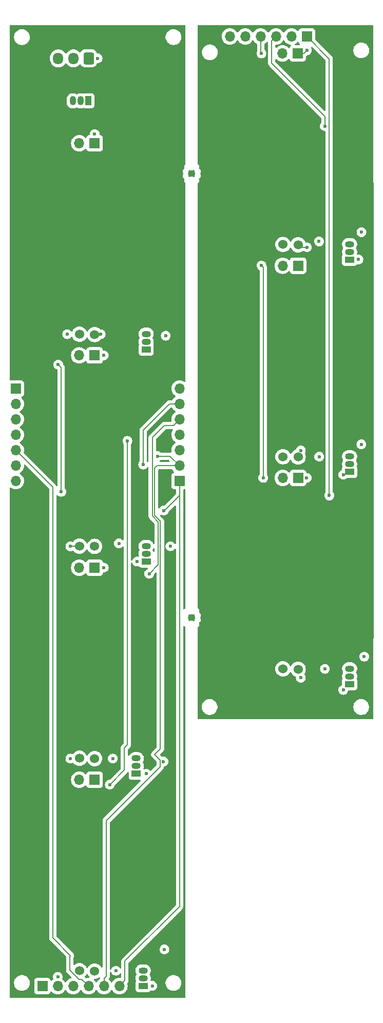
<source format=gbr>
%TF.GenerationSoftware,KiCad,Pcbnew,8.0.8*%
%TF.CreationDate,2025-03-24T10:51:22+01:00*%
%TF.ProjectId,column,636f6c75-6d6e-42e6-9b69-6361645f7063,rev?*%
%TF.SameCoordinates,Original*%
%TF.FileFunction,Copper,L4,Bot*%
%TF.FilePolarity,Positive*%
%FSLAX46Y46*%
G04 Gerber Fmt 4.6, Leading zero omitted, Abs format (unit mm)*
G04 Created by KiCad (PCBNEW 8.0.8) date 2025-03-24 10:51:22*
%MOMM*%
%LPD*%
G01*
G04 APERTURE LIST*
G04 Aperture macros list*
%AMRoundRect*
0 Rectangle with rounded corners*
0 $1 Rounding radius*
0 $2 $3 $4 $5 $6 $7 $8 $9 X,Y pos of 4 corners*
0 Add a 4 corners polygon primitive as box body*
4,1,4,$2,$3,$4,$5,$6,$7,$8,$9,$2,$3,0*
0 Add four circle primitives for the rounded corners*
1,1,$1+$1,$2,$3*
1,1,$1+$1,$4,$5*
1,1,$1+$1,$6,$7*
1,1,$1+$1,$8,$9*
0 Add four rect primitives between the rounded corners*
20,1,$1+$1,$2,$3,$4,$5,0*
20,1,$1+$1,$4,$5,$6,$7,0*
20,1,$1+$1,$6,$7,$8,$9,0*
20,1,$1+$1,$8,$9,$2,$3,0*%
G04 Aperture macros list end*
%TA.AperFunction,ComponentPad*%
%ADD10R,1.700000X1.700000*%
%TD*%
%TA.AperFunction,ComponentPad*%
%ADD11O,1.700000X1.700000*%
%TD*%
%TA.AperFunction,ComponentPad*%
%ADD12R,1.500000X1.050000*%
%TD*%
%TA.AperFunction,ComponentPad*%
%ADD13O,1.500000X1.050000*%
%TD*%
%TA.AperFunction,ComponentPad*%
%ADD14C,1.524000*%
%TD*%
%TA.AperFunction,ComponentPad*%
%ADD15R,1.050000X1.500000*%
%TD*%
%TA.AperFunction,ComponentPad*%
%ADD16O,1.050000X1.500000*%
%TD*%
%TA.AperFunction,ComponentPad*%
%ADD17RoundRect,0.250000X0.600000X0.725000X-0.600000X0.725000X-0.600000X-0.725000X0.600000X-0.725000X0*%
%TD*%
%TA.AperFunction,ComponentPad*%
%ADD18O,1.700000X1.950000*%
%TD*%
%TA.AperFunction,ViaPad*%
%ADD19C,0.600000*%
%TD*%
%TA.AperFunction,Conductor*%
%ADD20C,0.200000*%
%TD*%
G04 APERTURE END LIST*
D10*
%TO.P,D6,1,K*%
%TO.N,GND*%
X70550000Y-55200000D03*
D11*
%TO.P,D6,2,A*%
%TO.N,Net-(D6-A)*%
X68010000Y-55200000D03*
%TD*%
D12*
%TO.P,Q6,1,E*%
%TO.N,GND*%
X79050000Y-89200000D03*
D13*
%TO.P,Q6,2,B*%
%TO.N,Net-(Q6-B)*%
X79050000Y-87930000D03*
%TO.P,Q6,3,C*%
%TO.N,/Column_7_Rows/d6_0*%
X79050000Y-86660000D03*
%TD*%
D12*
%TO.P,Q5,1,E*%
%TO.N,GND*%
X79050000Y-54200000D03*
D13*
%TO.P,Q5,2,B*%
%TO.N,Net-(Q5-B)*%
X79050000Y-52930000D03*
%TO.P,Q5,3,C*%
%TO.N,/Column_7_Rows/d5_0*%
X79050000Y-51660000D03*
%TD*%
D12*
%TO.P,Q1,1,E*%
%TO.N,GND*%
X45500000Y-69000000D03*
D13*
%TO.P,Q1,2,B*%
%TO.N,Net-(Q1-B)*%
X45500000Y-67730000D03*
%TO.P,Q1,3,C*%
%TO.N,/Column_7_Rows/d1*%
X45500000Y-66460000D03*
%TD*%
D12*
%TO.P,Q7,1,E*%
%TO.N,GND*%
X79050000Y-124200000D03*
D13*
%TO.P,Q7,2,B*%
%TO.N,Net-(Q7-B)*%
X79050000Y-122930000D03*
%TO.P,Q7,3,C*%
%TO.N,/Column_7_Rows/d7_0*%
X79050000Y-121660000D03*
%TD*%
D10*
%TO.P,D7,1,K*%
%TO.N,GND*%
X70550000Y-90200000D03*
D11*
%TO.P,D7,2,A*%
%TO.N,Net-(D7-A)*%
X68010000Y-90200000D03*
%TD*%
D14*
%TO.P,R20,1*%
%TO.N,Net-(Q5-B)*%
X68050000Y-51700000D03*
%TO.P,R20,2*%
%TO.N,+3.3V*%
X70550000Y-51750000D03*
%TD*%
%TO.P,R12,1*%
%TO.N,Net-(Q4-B)*%
X34500000Y-171500000D03*
%TO.P,R12,2*%
%TO.N,+3.3V*%
X37000000Y-171550000D03*
%TD*%
D12*
%TO.P,Q4,1,E*%
%TO.N,GND*%
X45000000Y-174000000D03*
D13*
%TO.P,Q4,2,B*%
%TO.N,Net-(Q4-B)*%
X45000000Y-172730000D03*
%TO.P,Q4,3,C*%
%TO.N,/Column_7_Rows/d4*%
X45000000Y-171460000D03*
%TD*%
D14*
%TO.P,R21,1*%
%TO.N,Net-(Q6-B)*%
X68050000Y-86700000D03*
%TO.P,R21,2*%
%TO.N,+3.3V*%
X70550000Y-86750000D03*
%TD*%
%TO.P,R2,1*%
%TO.N,Net-(Q1-B)*%
X34500000Y-66500000D03*
%TO.P,R2,2*%
%TO.N,+3.3V*%
X37000000Y-66550000D03*
%TD*%
D10*
%TO.P,D4,1,K*%
%TO.N,GND*%
X37000000Y-140000000D03*
D11*
%TO.P,D4,2,A*%
%TO.N,Net-(D4-A)*%
X34460000Y-140000000D03*
%TD*%
D15*
%TO.P,Q8,1,E*%
%TO.N,GND*%
X35960000Y-28000000D03*
D16*
%TO.P,Q8,2,B*%
%TO.N,/Column_7_Rows/Column_voltage*%
X34690000Y-28000000D03*
%TO.P,Q8,3,C*%
%TO.N,/Column_7_Rows/column_voltage*%
X33420000Y-28000000D03*
%TD*%
D12*
%TO.P,Q3,1,E*%
%TO.N,GND*%
X43860000Y-139000000D03*
D13*
%TO.P,Q3,2,B*%
%TO.N,Net-(Q3-B)*%
X43860000Y-137730000D03*
%TO.P,Q3,3,C*%
%TO.N,/Column_7_Rows/d3*%
X43860000Y-136460000D03*
%TD*%
D10*
%TO.P,D2,1,K*%
%TO.N,GND*%
X37000000Y-70000000D03*
D11*
%TO.P,D2,2,A*%
%TO.N,Net-(D2-A)*%
X34460000Y-70000000D03*
%TD*%
D10*
%TO.P,D1,1,K*%
%TO.N,GND*%
X37000000Y-35000000D03*
D11*
%TO.P,D1,2,A*%
%TO.N,Net-(D1-A)*%
X34460000Y-35000000D03*
%TD*%
D14*
%TO.P,R22,1*%
%TO.N,Net-(Q7-B)*%
X68050000Y-121700000D03*
%TO.P,R22,2*%
%TO.N,+3.3V*%
X70550000Y-121750000D03*
%TD*%
D10*
%TO.P,D5,1,K*%
%TO.N,GND*%
X70507664Y-20175000D03*
D11*
%TO.P,D5,2,A*%
%TO.N,Net-(D5-A)*%
X67967664Y-20175000D03*
%TD*%
D14*
%TO.P,R11,1*%
%TO.N,Net-(Q3-B)*%
X37000000Y-136500000D03*
%TO.P,R11,2*%
%TO.N,+3.3V*%
X34500000Y-136450000D03*
%TD*%
D12*
%TO.P,Q2,1,E*%
%TO.N,GND*%
X45500000Y-104000000D03*
D13*
%TO.P,Q2,2,B*%
%TO.N,Net-(Q2-B)*%
X45500000Y-102730000D03*
%TO.P,Q2,3,C*%
%TO.N,/Column_7_Rows/d2*%
X45500000Y-101460000D03*
%TD*%
D14*
%TO.P,R6,1*%
%TO.N,Net-(Q2-B)*%
X37000000Y-101500000D03*
%TO.P,R6,2*%
%TO.N,+3.3V*%
X34500000Y-101450000D03*
%TD*%
D10*
%TO.P,D3,1,K*%
%TO.N,GND*%
X37000000Y-105000000D03*
D11*
%TO.P,D3,2,A*%
%TO.N,Net-(D3-A)*%
X34460000Y-105000000D03*
%TD*%
D10*
%TO.P,J13,1,Pin_1*%
%TO.N,/Column_7_Rows/d1*%
X24000000Y-75460000D03*
D11*
%TO.P,J13,2,Pin_2*%
%TO.N,/Column_7_Rows/d2*%
X24000000Y-78000000D03*
%TO.P,J13,3,Pin_3*%
%TO.N,/Column_7_Rows/d3*%
X24000000Y-80540000D03*
%TO.P,J13,4,Pin_4*%
%TO.N,/Column_7_Rows/d4*%
X24000000Y-83080000D03*
%TO.P,J13,5,Pin_5*%
%TO.N,/Column_7_Rows/d5_1*%
X24000000Y-85620000D03*
%TO.P,J13,6,Pin_6*%
%TO.N,/Column_7_Rows/d6_1*%
X24000000Y-88160000D03*
%TO.P,J13,7,Pin_7*%
%TO.N,/Column_7_Rows/d7_1*%
X24000000Y-90700000D03*
%TD*%
D10*
%TO.P,J3,1,Pin_1*%
%TO.N,/Column_7_Rows/d7_1*%
X51000000Y-90700000D03*
D11*
%TO.P,J3,2,Pin_2*%
%TO.N,/Column_7_Rows/d6_1*%
X51000000Y-88160000D03*
%TO.P,J3,3,Pin_3*%
%TO.N,/Column_7_Rows/d5_1*%
X51000000Y-85620000D03*
%TO.P,J3,4,Pin_4*%
%TO.N,/Column_7_Rows/d4*%
X51000000Y-83080000D03*
%TO.P,J3,5,Pin_5*%
%TO.N,/Column_7_Rows/d3*%
X51000000Y-80540000D03*
%TO.P,J3,6,Pin_6*%
%TO.N,/Column_7_Rows/d2*%
X51000000Y-78000000D03*
%TO.P,J3,7,Pin_7*%
%TO.N,/Column_7_Rows/d1*%
X51000000Y-75460000D03*
%TD*%
D10*
%TO.P,J18,1,Pin_1*%
%TO.N,/Column_7_Rows/d7_0*%
X72000000Y-17375000D03*
D11*
%TO.P,J18,2,Pin_2*%
%TO.N,/Column_7_Rows/d6_0*%
X69460000Y-17375000D03*
%TO.P,J18,3,Pin_3*%
%TO.N,/Column_7_Rows/d5_0*%
X66920000Y-17375000D03*
%TO.P,J18,4,Pin_4*%
%TO.N,/Column_7_Rows/column_voltage2*%
X64380000Y-17375000D03*
%TO.P,J18,5,Pin_5*%
%TO.N,+3.3V*%
X61840000Y-17375000D03*
%TO.P,J18,6,Pin_6*%
%TO.N,GND*%
X59300000Y-17375000D03*
%TD*%
D10*
%TO.P,J17,1,Pin_1*%
%TO.N,GND*%
X28380000Y-174025000D03*
D11*
%TO.P,J17,2,Pin_2*%
%TO.N,+3.3V*%
X30920000Y-174025000D03*
%TO.P,J17,3,Pin_3*%
%TO.N,/Column_7_Rows/column_voltage*%
X33460000Y-174025000D03*
%TO.P,J17,4,Pin_4*%
%TO.N,/Column_7_Rows/d5_1*%
X36000000Y-174025000D03*
%TO.P,J17,5,Pin_5*%
%TO.N,/Column_7_Rows/d6_1*%
X38540000Y-174025000D03*
%TO.P,J17,6,Pin_6*%
%TO.N,/Column_7_Rows/d7_1*%
X41080000Y-174025000D03*
%TD*%
D17*
%TO.P,J2,1,Pin_1*%
%TO.N,GND*%
X36000000Y-21000000D03*
D18*
%TO.P,J2,2,Pin_2*%
%TO.N,/Column_7_Rows/Column_voltage*%
X33500000Y-21000000D03*
%TO.P,J2,3,Pin_3*%
%TO.N,+3.3V*%
X31000000Y-21000000D03*
%TD*%
D19*
%TO.N,GND*%
X40000000Y-136500000D03*
X80507664Y-54175000D03*
X44000000Y-104000000D03*
X74982664Y-121700000D03*
X38500000Y-70000000D03*
X37000000Y-33500000D03*
X41000000Y-101000000D03*
X32480000Y-66500000D03*
X74010000Y-51200000D03*
X37500000Y-21000000D03*
X78007664Y-89675000D03*
X74030000Y-86700000D03*
X72007664Y-19675000D03*
X71982664Y-90200000D03*
X78007664Y-125175000D03*
X38500000Y-105000000D03*
X45500000Y-139000000D03*
X46500000Y-174000000D03*
X40500000Y-171500000D03*
%TO.N,/Column_7_Rows/d3*%
X46000000Y-106000000D03*
%TO.N,/Column_7_Rows/d4*%
X39500000Y-140800000D03*
X42400000Y-84100000D03*
%TO.N,/Column_7_Rows/d2*%
X45000000Y-88000000D03*
%TO.N,+3.3V*%
X30920000Y-172500000D03*
X49500000Y-101480000D03*
X48500000Y-167980000D03*
X72007664Y-52175000D03*
X48360000Y-136980000D03*
X81465328Y-119675000D03*
X48725000Y-66750000D03*
X81005328Y-49675000D03*
X71007664Y-85675000D03*
X33000000Y-101500000D03*
X71007664Y-123175000D03*
X33000000Y-136500000D03*
X38000000Y-66500000D03*
X80985328Y-84675000D03*
%TO.N,/Column_7_Rows/column_voltage*%
X31000000Y-71500000D03*
X31500000Y-92500000D03*
%TO.N,/Column_7_Rows/d7_1*%
X48400000Y-95600000D03*
%TO.N,/Column_7_Rows/d6_1*%
X47400000Y-86620000D03*
%TO.N,/Column_7_Rows/column_voltage2*%
X64500000Y-20200000D03*
X64507664Y-55175000D03*
X64800000Y-90200000D03*
%TO.N,/Column_7_Rows/d5_0*%
X74965328Y-32175000D03*
%TO.N,/Column_7_Rows/d7_0*%
X75700000Y-93100000D03*
%TD*%
D20*
%TO.N,GND*%
X71507664Y-20175000D02*
X72007664Y-19675000D01*
X70507664Y-20175000D02*
X71507664Y-20175000D01*
%TO.N,/Column_7_Rows/d3*%
X46000000Y-106000000D02*
X47500000Y-104500000D01*
X50000000Y-81540000D02*
X51000000Y-80540000D01*
X47500000Y-104500000D02*
X47500000Y-97500000D01*
X46500000Y-83540000D02*
X48500000Y-81540000D01*
X46500000Y-96500000D02*
X46500000Y-83540000D01*
X47500000Y-97500000D02*
X46500000Y-96500000D01*
X48500000Y-81540000D02*
X50000000Y-81540000D01*
%TO.N,/Column_7_Rows/d4*%
X39500000Y-140800000D02*
X41900000Y-138400000D01*
X41900000Y-134700000D02*
X42400000Y-134200000D01*
X42400000Y-134200000D02*
X42400000Y-84100000D01*
X41900000Y-138400000D02*
X41900000Y-134700000D01*
%TO.N,/Column_7_Rows/d2*%
X49329503Y-78000000D02*
X51000000Y-78000000D01*
X45000000Y-82329503D02*
X49329503Y-78000000D01*
X45000000Y-88000000D02*
X45000000Y-82329503D01*
%TO.N,+3.3V*%
X33050000Y-101450000D02*
X33000000Y-101500000D01*
X34500000Y-101450000D02*
X33050000Y-101450000D01*
X70550000Y-51750000D02*
X70975000Y-52175000D01*
X70975000Y-52175000D02*
X72007664Y-52175000D01*
%TO.N,/Column_7_Rows/column_voltage*%
X31500000Y-72000000D02*
X31000000Y-71500000D01*
X31500000Y-92500000D02*
X31500000Y-72000000D01*
%TO.N,/Column_7_Rows/d7_1*%
X42000000Y-173105000D02*
X42000000Y-169900000D01*
X51000000Y-93100000D02*
X48500000Y-95600000D01*
X51000000Y-160900000D02*
X51000000Y-93100000D01*
X51000000Y-93100000D02*
X51000000Y-90700000D01*
X41080000Y-174025000D02*
X42000000Y-173105000D01*
X42000000Y-169900000D02*
X51000000Y-160900000D01*
X48500000Y-95600000D02*
X48400000Y-95600000D01*
%TO.N,/Column_7_Rows/d6_1*%
X38900000Y-146762182D02*
X47810000Y-137852182D01*
X47850000Y-97355026D02*
X46900000Y-96405026D01*
X47850000Y-134892182D02*
X47850000Y-97355026D01*
X46900000Y-88600000D02*
X47340000Y-88160000D01*
X38540000Y-172760000D02*
X38900000Y-172400000D01*
X47400000Y-86620000D02*
X49460000Y-86620000D01*
X47810000Y-136752182D02*
X46900000Y-135842182D01*
X47810000Y-137852182D02*
X47810000Y-136752182D01*
X49460000Y-86620000D02*
X51000000Y-88160000D01*
X38900000Y-172400000D02*
X38900000Y-146762182D01*
X38540000Y-174025000D02*
X38540000Y-172760000D01*
X46900000Y-135842182D02*
X47850000Y-134892182D01*
X46900000Y-96405026D02*
X46900000Y-88600000D01*
X47340000Y-88160000D02*
X51000000Y-88160000D01*
%TO.N,/Column_7_Rows/d5_1*%
X32900000Y-171400000D02*
X32900000Y-169100000D01*
X30100000Y-166100000D02*
X30100000Y-91720000D01*
X34400000Y-172900000D02*
X32900000Y-171400000D01*
X36000000Y-174025000D02*
X34875000Y-172900000D01*
X33000000Y-169000000D02*
X30100000Y-166100000D01*
X32900000Y-169100000D02*
X33000000Y-169000000D01*
X34875000Y-172900000D02*
X34400000Y-172900000D01*
X30100000Y-91720000D02*
X24000000Y-85620000D01*
%TO.N,/Column_7_Rows/column_voltage2*%
X64380000Y-20080000D02*
X64500000Y-20200000D01*
X64800000Y-55467336D02*
X64507664Y-55175000D01*
X64800000Y-90200000D02*
X64800000Y-55467336D01*
X64380000Y-17375000D02*
X64380000Y-20080000D01*
%TO.N,/Column_7_Rows/d5_0*%
X66200000Y-21800000D02*
X66200000Y-18095000D01*
X74965328Y-30565328D02*
X66200000Y-21800000D01*
X74965328Y-32175000D02*
X74965328Y-30565328D01*
X66200000Y-18095000D02*
X66920000Y-17375000D01*
%TO.N,/Column_7_Rows/d7_0*%
X75700000Y-21075000D02*
X72000000Y-17375000D01*
X75700000Y-93100000D02*
X75700000Y-21075000D01*
%TD*%
%TA.AperFunction,NonConductor*%
G36*
X52500000Y-39580311D02*
G01*
X52499689Y-39577950D01*
X52500000Y-39575954D01*
X52500000Y-39580311D01*
G37*
%TD.AperFunction*%
%TA.AperFunction,NonConductor*%
G36*
X52500000Y-40282241D02*
G01*
X52466392Y-40156814D01*
X52411650Y-40061999D01*
X52395178Y-39994100D01*
X52411650Y-39938000D01*
X52466392Y-39843186D01*
X52500000Y-39717758D01*
X52500000Y-40282241D01*
G37*
%TD.AperFunction*%
%TA.AperFunction,NonConductor*%
G36*
X52500000Y-40455433D02*
G01*
X52499747Y-40454867D01*
X52499689Y-40422050D01*
X52500000Y-40419688D01*
X52500000Y-40455433D01*
G37*
%TD.AperFunction*%
%TA.AperFunction,NonConductor*%
G36*
X49838026Y-82160185D02*
G01*
X49883781Y-82212989D01*
X49893725Y-82282147D01*
X49872562Y-82335623D01*
X49825965Y-82402169D01*
X49825964Y-82402171D01*
X49726098Y-82616335D01*
X49726094Y-82616344D01*
X49664938Y-82844586D01*
X49664936Y-82844596D01*
X49644341Y-83079999D01*
X49644341Y-83080000D01*
X49664936Y-83315403D01*
X49664938Y-83315411D01*
X49726094Y-83543655D01*
X49726096Y-83543659D01*
X49726097Y-83543663D01*
X49765912Y-83629046D01*
X49825965Y-83757830D01*
X49825967Y-83757834D01*
X49961501Y-83951395D01*
X49961506Y-83951402D01*
X50128597Y-84118493D01*
X50128603Y-84118498D01*
X50314158Y-84248425D01*
X50357783Y-84303002D01*
X50364977Y-84372500D01*
X50333454Y-84434855D01*
X50314158Y-84451575D01*
X50128597Y-84581505D01*
X49961505Y-84748597D01*
X49825965Y-84942169D01*
X49825964Y-84942171D01*
X49726098Y-85156335D01*
X49726094Y-85156344D01*
X49664938Y-85384586D01*
X49664936Y-85384596D01*
X49644341Y-85619999D01*
X49644341Y-85620000D01*
X49664936Y-85855403D01*
X49664938Y-85855412D01*
X49667085Y-85863425D01*
X49665420Y-85933275D01*
X49626256Y-85991136D01*
X49562026Y-86018639D01*
X49547185Y-86018569D01*
X49547185Y-86019499D01*
X49373347Y-86019499D01*
X49373331Y-86019500D01*
X47982412Y-86019500D01*
X47915373Y-85999815D01*
X47905097Y-85992445D01*
X47902263Y-85990185D01*
X47902262Y-85990184D01*
X47811692Y-85933275D01*
X47749523Y-85894211D01*
X47579254Y-85834631D01*
X47579249Y-85834630D01*
X47400004Y-85814435D01*
X47399996Y-85814435D01*
X47238383Y-85832644D01*
X47169561Y-85820589D01*
X47118182Y-85773240D01*
X47100500Y-85709424D01*
X47100500Y-83840097D01*
X47120185Y-83773058D01*
X47136819Y-83752416D01*
X48712416Y-82176819D01*
X48773739Y-82143334D01*
X48800097Y-82140500D01*
X49770987Y-82140500D01*
X49838026Y-82160185D01*
G37*
%TD.AperFunction*%
%TA.AperFunction,NonConductor*%
G36*
X49226942Y-87240185D02*
G01*
X49247584Y-87256819D01*
X49338584Y-87347819D01*
X49372069Y-87409142D01*
X49367085Y-87478834D01*
X49325213Y-87534767D01*
X49259749Y-87559184D01*
X49250903Y-87559500D01*
X47839817Y-87559500D01*
X47772778Y-87539815D01*
X47727023Y-87487011D01*
X47717079Y-87417853D01*
X47746104Y-87354297D01*
X47773845Y-87330506D01*
X47787953Y-87321640D01*
X47902262Y-87249816D01*
X47902267Y-87249810D01*
X47905097Y-87247555D01*
X47907275Y-87246665D01*
X47908158Y-87246111D01*
X47908255Y-87246265D01*
X47969783Y-87221145D01*
X47982412Y-87220500D01*
X49159903Y-87220500D01*
X49226942Y-87240185D01*
G37*
%TD.AperFunction*%
%TA.AperFunction,NonConductor*%
G36*
X49777948Y-78620185D02*
G01*
X49823292Y-78672097D01*
X49825965Y-78677830D01*
X49825966Y-78677831D01*
X49961501Y-78871395D01*
X49961506Y-78871402D01*
X50128597Y-79038493D01*
X50128603Y-79038498D01*
X50314158Y-79168425D01*
X50357783Y-79223002D01*
X50364977Y-79292500D01*
X50333454Y-79354855D01*
X50314158Y-79371575D01*
X50128597Y-79501505D01*
X49961505Y-79668597D01*
X49825965Y-79862169D01*
X49825964Y-79862171D01*
X49726098Y-80076335D01*
X49726094Y-80076344D01*
X49664938Y-80304586D01*
X49664936Y-80304596D01*
X49644341Y-80539999D01*
X49644341Y-80540000D01*
X49664936Y-80775403D01*
X49664938Y-80775412D01*
X49667081Y-80783410D01*
X49665416Y-80853260D01*
X49626252Y-80911121D01*
X49562022Y-80938624D01*
X49547305Y-80939500D01*
X48420943Y-80939500D01*
X48268214Y-80980423D01*
X48227963Y-81003663D01*
X48227962Y-81003663D01*
X48131287Y-81059477D01*
X48131282Y-81059481D01*
X46019481Y-83171282D01*
X46019479Y-83171285D01*
X45969361Y-83258094D01*
X45969359Y-83258096D01*
X45940425Y-83308209D01*
X45940424Y-83308210D01*
X45938495Y-83315411D01*
X45899499Y-83460943D01*
X45899499Y-83460945D01*
X45899499Y-83629046D01*
X45899500Y-83629059D01*
X45899500Y-87496523D01*
X45879815Y-87563562D01*
X45827011Y-87609317D01*
X45757853Y-87619261D01*
X45694297Y-87590236D01*
X45670507Y-87562496D01*
X45629815Y-87497737D01*
X45627550Y-87494896D01*
X45626659Y-87492713D01*
X45626112Y-87491843D01*
X45626264Y-87491747D01*
X45601144Y-87430209D01*
X45600500Y-87417587D01*
X45600500Y-82629600D01*
X45620185Y-82562561D01*
X45636819Y-82541919D01*
X49541919Y-78636819D01*
X49603242Y-78603334D01*
X49629600Y-78600500D01*
X49710909Y-78600500D01*
X49777948Y-78620185D01*
G37*
%TD.AperFunction*%
%TA.AperFunction,NonConductor*%
G36*
X49777948Y-88780185D02*
G01*
X49823292Y-88832097D01*
X49825965Y-88837830D01*
X49825966Y-88837831D01*
X49961501Y-89031395D01*
X49961506Y-89031402D01*
X50083430Y-89153326D01*
X50116915Y-89214649D01*
X50111931Y-89284341D01*
X50070059Y-89340274D01*
X50039083Y-89357189D01*
X49907669Y-89406203D01*
X49907664Y-89406206D01*
X49792455Y-89492452D01*
X49792452Y-89492455D01*
X49706206Y-89607664D01*
X49706202Y-89607671D01*
X49655908Y-89742517D01*
X49649501Y-89802116D01*
X49649500Y-89802135D01*
X49649500Y-91597870D01*
X49649501Y-91597876D01*
X49655908Y-91657483D01*
X49706202Y-91792328D01*
X49706206Y-91792335D01*
X49792452Y-91907544D01*
X49792455Y-91907547D01*
X49907664Y-91993793D01*
X49907671Y-91993797D01*
X49910618Y-91994896D01*
X50042517Y-92044091D01*
X50102127Y-92050500D01*
X50275500Y-92050499D01*
X50342539Y-92070183D01*
X50388294Y-92122987D01*
X50399500Y-92174499D01*
X50399500Y-92799902D01*
X50379815Y-92866941D01*
X50363181Y-92887583D01*
X48492648Y-94758116D01*
X48431325Y-94791601D01*
X48404967Y-94794435D01*
X48399996Y-94794435D01*
X48220750Y-94814630D01*
X48220745Y-94814631D01*
X48050476Y-94874211D01*
X47897737Y-94970184D01*
X47770182Y-95097739D01*
X47729493Y-95162496D01*
X47677158Y-95208787D01*
X47608105Y-95219434D01*
X47544257Y-95191059D01*
X47505885Y-95132669D01*
X47500500Y-95096523D01*
X47500500Y-88900097D01*
X47520185Y-88833058D01*
X47536819Y-88812416D01*
X47552416Y-88796819D01*
X47613739Y-88763334D01*
X47640097Y-88760500D01*
X49710909Y-88760500D01*
X49777948Y-88780185D01*
G37*
%TD.AperFunction*%
%TA.AperFunction,NonConductor*%
G36*
X46838773Y-101821014D02*
G01*
X46886384Y-101872151D01*
X46899500Y-101927656D01*
X46899500Y-102262343D01*
X46879815Y-102329382D01*
X46827011Y-102375137D01*
X46757853Y-102385081D01*
X46694297Y-102356056D01*
X46660939Y-102309796D01*
X46633787Y-102244246D01*
X46621455Y-102225790D01*
X46580094Y-102163889D01*
X46559217Y-102097214D01*
X46577701Y-102029834D01*
X46580078Y-102026134D01*
X46633786Y-101945756D01*
X46660939Y-101880202D01*
X46704780Y-101825800D01*
X46771074Y-101803735D01*
X46838773Y-101821014D01*
G37*
%TD.AperFunction*%
%TA.AperFunction,NonConductor*%
G36*
X51942539Y-92070184D02*
G01*
X51988294Y-92122988D01*
X51999500Y-92174499D01*
X51999500Y-111595107D01*
X51979815Y-111662146D01*
X51947739Y-111692732D01*
X51949135Y-111694552D01*
X51942683Y-111699502D01*
X51849502Y-111792683D01*
X51849500Y-111792686D01*
X51831887Y-111823193D01*
X51781319Y-111871408D01*
X51712712Y-111884630D01*
X51647848Y-111858662D01*
X51607320Y-111801748D01*
X51600500Y-111761192D01*
X51600500Y-93189059D01*
X51600501Y-93189046D01*
X51600501Y-93013348D01*
X51600500Y-93013330D01*
X51600500Y-92174499D01*
X51620185Y-92107460D01*
X51672989Y-92061705D01*
X51724500Y-92050499D01*
X51875500Y-92050499D01*
X51942539Y-92070184D01*
G37*
%TD.AperFunction*%
%TA.AperFunction,NonConductor*%
G36*
X52500000Y-112830311D02*
G01*
X52499689Y-112827950D01*
X52500000Y-112825954D01*
X52500000Y-112830311D01*
G37*
%TD.AperFunction*%
%TA.AperFunction,NonConductor*%
G36*
X52500000Y-113532241D02*
G01*
X52466392Y-113406814D01*
X52411650Y-113311999D01*
X52395178Y-113244100D01*
X52411650Y-113188000D01*
X52466392Y-113093186D01*
X52500000Y-112967758D01*
X52500000Y-113532241D01*
G37*
%TD.AperFunction*%
%TA.AperFunction,NonConductor*%
G36*
X52500000Y-113705433D02*
G01*
X52499747Y-113704867D01*
X52499689Y-113672050D01*
X52500000Y-113669688D01*
X52500000Y-113705433D01*
G37*
%TD.AperFunction*%
%TA.AperFunction,NonConductor*%
G36*
X43205703Y-104203401D02*
G01*
X43241542Y-104256160D01*
X43274210Y-104349521D01*
X43306095Y-104400265D01*
X43370184Y-104502262D01*
X43497738Y-104629816D01*
X43650478Y-104725789D01*
X43761371Y-104764592D01*
X43820745Y-104785368D01*
X43820750Y-104785369D01*
X43999996Y-104805565D01*
X44000000Y-104805565D01*
X44000004Y-104805565D01*
X44179250Y-104785369D01*
X44179251Y-104785368D01*
X44179255Y-104785368D01*
X44204784Y-104776434D01*
X44274560Y-104772871D01*
X44335188Y-104807598D01*
X44345005Y-104819163D01*
X44392455Y-104882547D01*
X44507664Y-104968793D01*
X44507671Y-104968797D01*
X44642517Y-105019091D01*
X44642516Y-105019091D01*
X44649444Y-105019835D01*
X44702127Y-105025500D01*
X45631443Y-105025499D01*
X45698481Y-105045183D01*
X45744236Y-105097987D01*
X45754180Y-105167146D01*
X45725155Y-105230702D01*
X45672397Y-105266540D01*
X45650480Y-105274208D01*
X45497737Y-105370184D01*
X45370184Y-105497737D01*
X45274211Y-105650476D01*
X45214631Y-105820745D01*
X45214630Y-105820750D01*
X45194435Y-105999996D01*
X45194435Y-106000003D01*
X45214630Y-106179249D01*
X45214631Y-106179254D01*
X45274211Y-106349523D01*
X45278067Y-106355659D01*
X45370184Y-106502262D01*
X45497738Y-106629816D01*
X45650478Y-106725789D01*
X45820745Y-106785368D01*
X45820750Y-106785369D01*
X45999996Y-106805565D01*
X46000000Y-106805565D01*
X46000004Y-106805565D01*
X46179249Y-106785369D01*
X46179252Y-106785368D01*
X46179255Y-106785368D01*
X46349522Y-106725789D01*
X46502262Y-106629816D01*
X46629816Y-106502262D01*
X46725789Y-106349522D01*
X46785368Y-106179255D01*
X46795162Y-106092328D01*
X46822226Y-106027918D01*
X46830690Y-106018544D01*
X47037820Y-105811414D01*
X47099142Y-105777930D01*
X47168834Y-105782914D01*
X47224767Y-105824786D01*
X47249184Y-105890250D01*
X47249500Y-105899096D01*
X47249500Y-134592085D01*
X47229815Y-134659124D01*
X47213181Y-134679766D01*
X46419483Y-135473463D01*
X46419481Y-135473466D01*
X46340423Y-135610396D01*
X46340423Y-135610397D01*
X46299499Y-135763125D01*
X46299499Y-135763127D01*
X46299499Y-135921236D01*
X46299498Y-135921236D01*
X46338435Y-136066548D01*
X46340423Y-136073967D01*
X46419481Y-136210898D01*
X46419483Y-136210900D01*
X47173181Y-136964598D01*
X47206666Y-137025921D01*
X47209500Y-137052279D01*
X47209500Y-137552084D01*
X47189815Y-137619123D01*
X47173181Y-137639765D01*
X46310182Y-138502763D01*
X46248859Y-138536248D01*
X46179167Y-138531264D01*
X46136893Y-138500508D01*
X46134740Y-138502662D01*
X46002262Y-138370184D01*
X45849523Y-138274211D01*
X45679254Y-138214631D01*
X45679249Y-138214630D01*
X45500004Y-138194435D01*
X45499996Y-138194435D01*
X45320750Y-138214630D01*
X45320742Y-138214632D01*
X45200470Y-138256717D01*
X45130691Y-138260278D01*
X45070064Y-138225549D01*
X45037837Y-138163555D01*
X45044243Y-138093980D01*
X45044956Y-138092221D01*
X45071089Y-138029132D01*
X45071089Y-138029131D01*
X45071091Y-138029127D01*
X45110500Y-137831003D01*
X45110500Y-137628997D01*
X45071091Y-137430873D01*
X45002224Y-137264615D01*
X44993787Y-137244246D01*
X44981455Y-137225790D01*
X44940094Y-137163889D01*
X44919217Y-137097214D01*
X44937701Y-137029834D01*
X44940078Y-137026134D01*
X44993786Y-136945756D01*
X45071091Y-136759127D01*
X45110500Y-136561003D01*
X45110500Y-136358997D01*
X45071091Y-136160873D01*
X44993786Y-135974244D01*
X44993784Y-135974241D01*
X44993782Y-135974237D01*
X44881558Y-135806281D01*
X44738718Y-135663441D01*
X44570762Y-135551217D01*
X44570752Y-135551212D01*
X44384127Y-135473909D01*
X44384119Y-135473907D01*
X44186007Y-135434500D01*
X44186003Y-135434500D01*
X43533997Y-135434500D01*
X43533992Y-135434500D01*
X43335880Y-135473907D01*
X43335872Y-135473909D01*
X43149247Y-135551212D01*
X43149237Y-135551217D01*
X42981281Y-135663441D01*
X42838444Y-135806278D01*
X42838441Y-135806282D01*
X42727602Y-135972165D01*
X42673990Y-136016970D01*
X42604665Y-136025677D01*
X42541637Y-135995523D01*
X42504918Y-135936080D01*
X42500500Y-135903274D01*
X42500500Y-135000097D01*
X42520185Y-134933058D01*
X42536819Y-134912416D01*
X42670178Y-134779057D01*
X42880520Y-134568716D01*
X42959577Y-134431784D01*
X43000501Y-134279057D01*
X43000501Y-134120942D01*
X43000501Y-134113347D01*
X43000500Y-134113329D01*
X43000500Y-104297114D01*
X43020185Y-104230075D01*
X43072989Y-104184320D01*
X43142147Y-104174376D01*
X43205703Y-104203401D01*
G37*
%TD.AperFunction*%
%TA.AperFunction,NonConductor*%
G36*
X51942539Y-15520185D02*
G01*
X51988294Y-15572989D01*
X51999500Y-15624500D01*
X51999500Y-38345107D01*
X51979815Y-38412146D01*
X51947739Y-38442732D01*
X51949135Y-38444552D01*
X51942683Y-38449502D01*
X51849502Y-38542683D01*
X51849500Y-38542686D01*
X51783608Y-38656812D01*
X51749500Y-38784108D01*
X51749500Y-38915891D01*
X51783609Y-39043188D01*
X51783609Y-39043189D01*
X51788213Y-39051163D01*
X51804686Y-39119063D01*
X51781834Y-39185090D01*
X51742828Y-39220549D01*
X51692689Y-39249497D01*
X51692683Y-39249502D01*
X51599502Y-39342683D01*
X51599500Y-39342686D01*
X51533608Y-39456812D01*
X51499500Y-39584108D01*
X51499500Y-39715891D01*
X51533609Y-39843188D01*
X51533609Y-39843189D01*
X51588348Y-39938000D01*
X51604821Y-40005900D01*
X51588348Y-40062000D01*
X51533609Y-40156810D01*
X51533609Y-40156811D01*
X51499500Y-40284108D01*
X51499500Y-40415891D01*
X51533608Y-40543187D01*
X51545085Y-40563065D01*
X51599500Y-40657314D01*
X51692686Y-40750500D01*
X51742521Y-40779272D01*
X51742827Y-40779449D01*
X51791042Y-40830017D01*
X51804264Y-40898624D01*
X51788215Y-40948833D01*
X51783609Y-40956810D01*
X51783609Y-40956811D01*
X51749500Y-41084108D01*
X51749500Y-41215891D01*
X51783608Y-41343187D01*
X51816554Y-41400250D01*
X51849500Y-41457314D01*
X51942686Y-41550500D01*
X51942688Y-41550501D01*
X51949137Y-41555450D01*
X51947324Y-41557812D01*
X51985710Y-41598062D01*
X51999500Y-41654893D01*
X51999500Y-74272998D01*
X51979815Y-74340037D01*
X51927011Y-74385792D01*
X51857853Y-74395736D01*
X51804377Y-74374573D01*
X51677834Y-74285967D01*
X51677830Y-74285965D01*
X51650022Y-74272998D01*
X51463663Y-74186097D01*
X51463659Y-74186096D01*
X51463655Y-74186094D01*
X51235413Y-74124938D01*
X51235403Y-74124936D01*
X51000001Y-74104341D01*
X50999999Y-74104341D01*
X50764596Y-74124936D01*
X50764586Y-74124938D01*
X50536344Y-74186094D01*
X50536335Y-74186098D01*
X50322171Y-74285964D01*
X50322169Y-74285965D01*
X50128597Y-74421505D01*
X49961505Y-74588597D01*
X49825965Y-74782169D01*
X49825964Y-74782171D01*
X49726098Y-74996335D01*
X49726094Y-74996344D01*
X49664938Y-75224586D01*
X49664936Y-75224596D01*
X49644341Y-75459999D01*
X49644341Y-75460000D01*
X49664936Y-75695403D01*
X49664938Y-75695413D01*
X49726094Y-75923655D01*
X49726096Y-75923659D01*
X49726097Y-75923663D01*
X49825965Y-76137830D01*
X49825967Y-76137834D01*
X49961501Y-76331395D01*
X49961506Y-76331402D01*
X50128597Y-76498493D01*
X50128603Y-76498498D01*
X50314158Y-76628425D01*
X50357783Y-76683002D01*
X50364977Y-76752500D01*
X50333454Y-76814855D01*
X50314158Y-76831575D01*
X50128597Y-76961505D01*
X49961506Y-77128596D01*
X49825965Y-77322170D01*
X49825962Y-77322175D01*
X49823289Y-77327909D01*
X49777115Y-77380346D01*
X49710909Y-77399500D01*
X49416172Y-77399500D01*
X49416156Y-77399499D01*
X49408560Y-77399499D01*
X49250446Y-77399499D01*
X49143090Y-77428265D01*
X49097713Y-77440424D01*
X49097712Y-77440425D01*
X49047599Y-77469359D01*
X49047598Y-77469360D01*
X49004192Y-77494420D01*
X48960788Y-77519479D01*
X48960785Y-77519481D01*
X44519481Y-81960785D01*
X44519477Y-81960790D01*
X44472878Y-82041504D01*
X44472878Y-82041505D01*
X44440423Y-82097717D01*
X44440423Y-82097718D01*
X44399499Y-82250446D01*
X44399499Y-82250448D01*
X44399499Y-82418549D01*
X44399500Y-82418562D01*
X44399500Y-87417587D01*
X44379815Y-87484626D01*
X44372450Y-87494896D01*
X44370186Y-87497734D01*
X44274211Y-87650476D01*
X44214631Y-87820745D01*
X44214630Y-87820750D01*
X44194435Y-87999996D01*
X44194435Y-88000003D01*
X44214630Y-88179249D01*
X44214631Y-88179254D01*
X44274211Y-88349523D01*
X44329494Y-88437504D01*
X44370184Y-88502262D01*
X44497738Y-88629816D01*
X44650478Y-88725789D01*
X44805933Y-88780185D01*
X44820745Y-88785368D01*
X44820750Y-88785369D01*
X44999996Y-88805565D01*
X45000000Y-88805565D01*
X45000004Y-88805565D01*
X45179249Y-88785369D01*
X45179252Y-88785368D01*
X45179255Y-88785368D01*
X45349522Y-88725789D01*
X45502262Y-88629816D01*
X45629816Y-88502262D01*
X45670506Y-88437503D01*
X45722841Y-88391213D01*
X45791894Y-88380565D01*
X45855743Y-88408940D01*
X45894115Y-88467330D01*
X45899500Y-88503476D01*
X45899500Y-96413330D01*
X45899499Y-96413348D01*
X45899499Y-96579054D01*
X45899498Y-96579054D01*
X45899499Y-96579057D01*
X45940423Y-96731785D01*
X45940424Y-96731787D01*
X45940423Y-96731787D01*
X45953553Y-96754527D01*
X45953554Y-96754529D01*
X46019475Y-96868709D01*
X46019481Y-96868717D01*
X46138349Y-96987585D01*
X46138355Y-96987590D01*
X46863181Y-97712416D01*
X46896666Y-97773739D01*
X46899500Y-97800097D01*
X46899500Y-100992343D01*
X46879815Y-101059382D01*
X46827011Y-101105137D01*
X46757853Y-101115081D01*
X46694297Y-101086056D01*
X46660939Y-101039796D01*
X46636062Y-100979739D01*
X46633786Y-100974244D01*
X46633784Y-100974241D01*
X46633782Y-100974237D01*
X46521558Y-100806281D01*
X46378718Y-100663441D01*
X46210762Y-100551217D01*
X46210752Y-100551212D01*
X46024127Y-100473909D01*
X46024119Y-100473907D01*
X45826007Y-100434500D01*
X45826003Y-100434500D01*
X45173997Y-100434500D01*
X45173992Y-100434500D01*
X44975880Y-100473907D01*
X44975872Y-100473909D01*
X44789247Y-100551212D01*
X44789237Y-100551217D01*
X44621281Y-100663441D01*
X44478441Y-100806281D01*
X44366217Y-100974237D01*
X44366212Y-100974247D01*
X44288909Y-101160872D01*
X44288907Y-101160880D01*
X44249500Y-101358992D01*
X44249500Y-101561007D01*
X44288907Y-101759119D01*
X44288909Y-101759127D01*
X44366213Y-101945755D01*
X44419904Y-102026109D01*
X44440782Y-102092787D01*
X44422297Y-102160167D01*
X44419904Y-102163891D01*
X44366213Y-102244244D01*
X44288909Y-102430872D01*
X44288907Y-102430880D01*
X44249500Y-102628992D01*
X44249500Y-102831007D01*
X44288907Y-103029119D01*
X44288910Y-103029131D01*
X44294433Y-103042464D01*
X44301902Y-103111933D01*
X44270626Y-103174412D01*
X44210537Y-103210064D01*
X44165989Y-103213136D01*
X44000004Y-103194435D01*
X43999996Y-103194435D01*
X43820750Y-103214630D01*
X43820745Y-103214631D01*
X43650476Y-103274211D01*
X43497737Y-103370184D01*
X43370184Y-103497737D01*
X43274209Y-103650480D01*
X43241541Y-103743840D01*
X43200820Y-103800616D01*
X43135867Y-103826363D01*
X43067305Y-103812907D01*
X43016903Y-103764519D01*
X43000500Y-103702885D01*
X43000500Y-84682412D01*
X43020185Y-84615373D01*
X43027555Y-84605097D01*
X43029810Y-84602267D01*
X43029816Y-84602262D01*
X43125789Y-84449522D01*
X43185368Y-84279255D01*
X43203481Y-84118495D01*
X43205565Y-84100003D01*
X43205565Y-84099996D01*
X43185369Y-83920750D01*
X43185368Y-83920745D01*
X43157148Y-83840097D01*
X43125789Y-83750478D01*
X43029816Y-83597738D01*
X42902262Y-83470184D01*
X42887555Y-83460943D01*
X42749523Y-83374211D01*
X42579254Y-83314631D01*
X42579249Y-83314630D01*
X42400004Y-83294435D01*
X42399996Y-83294435D01*
X42220750Y-83314630D01*
X42220745Y-83314631D01*
X42050476Y-83374211D01*
X41897737Y-83470184D01*
X41770184Y-83597737D01*
X41674211Y-83750476D01*
X41614631Y-83920745D01*
X41614630Y-83920750D01*
X41594435Y-84099996D01*
X41594435Y-84100003D01*
X41614630Y-84279249D01*
X41614631Y-84279254D01*
X41674211Y-84449523D01*
X41734515Y-84545496D01*
X41757141Y-84581505D01*
X41770185Y-84602263D01*
X41772445Y-84605097D01*
X41773334Y-84607275D01*
X41773889Y-84608158D01*
X41773734Y-84608255D01*
X41798855Y-84669783D01*
X41799500Y-84682412D01*
X41799500Y-100368060D01*
X41779815Y-100435099D01*
X41727011Y-100480854D01*
X41657853Y-100490798D01*
X41594297Y-100461773D01*
X41587819Y-100455741D01*
X41502262Y-100370184D01*
X41349523Y-100274211D01*
X41179254Y-100214631D01*
X41179249Y-100214630D01*
X41000004Y-100194435D01*
X40999996Y-100194435D01*
X40820750Y-100214630D01*
X40820745Y-100214631D01*
X40650476Y-100274211D01*
X40497737Y-100370184D01*
X40370184Y-100497737D01*
X40274211Y-100650476D01*
X40214631Y-100820745D01*
X40214630Y-100820750D01*
X40194435Y-100999996D01*
X40194435Y-101000003D01*
X40214630Y-101179249D01*
X40214631Y-101179254D01*
X40274211Y-101349523D01*
X40329150Y-101436957D01*
X40370184Y-101502262D01*
X40497738Y-101629816D01*
X40544590Y-101659255D01*
X40641363Y-101720062D01*
X40650478Y-101725789D01*
X40745730Y-101759119D01*
X40820745Y-101785368D01*
X40820750Y-101785369D01*
X40999996Y-101805565D01*
X41000000Y-101805565D01*
X41000004Y-101805565D01*
X41179249Y-101785369D01*
X41179252Y-101785368D01*
X41179255Y-101785368D01*
X41349522Y-101725789D01*
X41502262Y-101629816D01*
X41587819Y-101544259D01*
X41649142Y-101510774D01*
X41718834Y-101515758D01*
X41774767Y-101557630D01*
X41799184Y-101623094D01*
X41799500Y-101631940D01*
X41799500Y-133899901D01*
X41779815Y-133966940D01*
X41763181Y-133987582D01*
X41524214Y-134226548D01*
X41524215Y-134226549D01*
X41419478Y-134331286D01*
X41419475Y-134331290D01*
X41373074Y-134411661D01*
X41373074Y-134411662D01*
X41340423Y-134468214D01*
X41340423Y-134468215D01*
X41299499Y-134620943D01*
X41299499Y-134620945D01*
X41299499Y-134789046D01*
X41299500Y-134789059D01*
X41299500Y-138099902D01*
X41279815Y-138166941D01*
X41263181Y-138187583D01*
X39481465Y-139969298D01*
X39420142Y-140002783D01*
X39407668Y-140004837D01*
X39320750Y-140014630D01*
X39150478Y-140074210D01*
X38997737Y-140170184D01*
X38870184Y-140297737D01*
X38774211Y-140450476D01*
X38714631Y-140620745D01*
X38714630Y-140620750D01*
X38694435Y-140799996D01*
X38694435Y-140800003D01*
X38714630Y-140979249D01*
X38714631Y-140979254D01*
X38774211Y-141149523D01*
X38852365Y-141273903D01*
X38870184Y-141302262D01*
X38997738Y-141429816D01*
X39150478Y-141525789D01*
X39320745Y-141585368D01*
X39320750Y-141585369D01*
X39499996Y-141605565D01*
X39500000Y-141605565D01*
X39500004Y-141605565D01*
X39679249Y-141585369D01*
X39679252Y-141585368D01*
X39679255Y-141585368D01*
X39849522Y-141525789D01*
X40002262Y-141429816D01*
X40129816Y-141302262D01*
X40225789Y-141149522D01*
X40285368Y-140979255D01*
X40295161Y-140892329D01*
X40322226Y-140827918D01*
X40330690Y-140818543D01*
X42380520Y-138768716D01*
X42380523Y-138768709D01*
X42385470Y-138762265D01*
X42387566Y-138763874D01*
X42428668Y-138724676D01*
X42497273Y-138711445D01*
X42562141Y-138737406D01*
X42602676Y-138794316D01*
X42609500Y-138834885D01*
X42609500Y-139572870D01*
X42609501Y-139572876D01*
X42615908Y-139632483D01*
X42666202Y-139767328D01*
X42666206Y-139767335D01*
X42752452Y-139882544D01*
X42752455Y-139882547D01*
X42867664Y-139968793D01*
X42867671Y-139968797D01*
X43002517Y-140019091D01*
X43002516Y-140019091D01*
X43009444Y-140019835D01*
X43062127Y-140025500D01*
X44488084Y-140025499D01*
X44555123Y-140045184D01*
X44600878Y-140097987D01*
X44610822Y-140167146D01*
X44581797Y-140230702D01*
X44575765Y-140237180D01*
X38531286Y-146281660D01*
X38419481Y-146393464D01*
X38419479Y-146393467D01*
X38369361Y-146480276D01*
X38369359Y-146480278D01*
X38340425Y-146530391D01*
X38340424Y-146530392D01*
X38340423Y-146530397D01*
X38299499Y-146683125D01*
X38299499Y-146683127D01*
X38299499Y-146851228D01*
X38299500Y-146851241D01*
X38299500Y-170811498D01*
X38279815Y-170878537D01*
X38227011Y-170924292D01*
X38157853Y-170934236D01*
X38094297Y-170905211D01*
X38073925Y-170882621D01*
X37970827Y-170735381D01*
X37898887Y-170663441D01*
X37814620Y-170579174D01*
X37814616Y-170579171D01*
X37814615Y-170579170D01*
X37633666Y-170452468D01*
X37633662Y-170452466D01*
X37633660Y-170452465D01*
X37433450Y-170359106D01*
X37433447Y-170359105D01*
X37433445Y-170359104D01*
X37220070Y-170301930D01*
X37220062Y-170301929D01*
X37000002Y-170282677D01*
X36999998Y-170282677D01*
X36779937Y-170301929D01*
X36779929Y-170301930D01*
X36566554Y-170359104D01*
X36566548Y-170359107D01*
X36366340Y-170452465D01*
X36366338Y-170452466D01*
X36185377Y-170579175D01*
X36029175Y-170735377D01*
X35902466Y-170916338D01*
X35902462Y-170916345D01*
X35874038Y-170977300D01*
X35827865Y-171029739D01*
X35760671Y-171048890D01*
X35693791Y-171028673D01*
X35649276Y-170977300D01*
X35597534Y-170866339D01*
X35499499Y-170726330D01*
X35470827Y-170685381D01*
X35448887Y-170663441D01*
X35314620Y-170529174D01*
X35314616Y-170529171D01*
X35314615Y-170529170D01*
X35133666Y-170402468D01*
X35133662Y-170402466D01*
X35133660Y-170402465D01*
X34933450Y-170309106D01*
X34933447Y-170309105D01*
X34933445Y-170309104D01*
X34720070Y-170251930D01*
X34720062Y-170251929D01*
X34500002Y-170232677D01*
X34499998Y-170232677D01*
X34279937Y-170251929D01*
X34279929Y-170251930D01*
X34066554Y-170309104D01*
X34066548Y-170309107D01*
X33866340Y-170402465D01*
X33866338Y-170402466D01*
X33695623Y-170522001D01*
X33629416Y-170544328D01*
X33561649Y-170527317D01*
X33513837Y-170476369D01*
X33500500Y-170420426D01*
X33500500Y-169367332D01*
X33517114Y-169305331D01*
X33559573Y-169231790D01*
X33559575Y-169231787D01*
X33559576Y-169231785D01*
X33600500Y-169079058D01*
X33600500Y-168920943D01*
X33600499Y-168920939D01*
X33586373Y-168868216D01*
X33559577Y-168768218D01*
X33559576Y-168768215D01*
X33523534Y-168705789D01*
X33480519Y-168631284D01*
X30736819Y-165887584D01*
X30703334Y-165826261D01*
X30700500Y-165799903D01*
X30700500Y-139999999D01*
X33104341Y-139999999D01*
X33104341Y-140000000D01*
X33124936Y-140235403D01*
X33124938Y-140235413D01*
X33186094Y-140463655D01*
X33186096Y-140463659D01*
X33186097Y-140463663D01*
X33259346Y-140620745D01*
X33285965Y-140677830D01*
X33285967Y-140677834D01*
X33384486Y-140818533D01*
X33421505Y-140871401D01*
X33588599Y-141038495D01*
X33685384Y-141106265D01*
X33782165Y-141174032D01*
X33782167Y-141174033D01*
X33782170Y-141174035D01*
X33996337Y-141273903D01*
X34224592Y-141335063D01*
X34401034Y-141350500D01*
X34459999Y-141355659D01*
X34460000Y-141355659D01*
X34460001Y-141355659D01*
X34518966Y-141350500D01*
X34695408Y-141335063D01*
X34923663Y-141273903D01*
X35137830Y-141174035D01*
X35331401Y-141038495D01*
X35453329Y-140916566D01*
X35514648Y-140883084D01*
X35584340Y-140888068D01*
X35640274Y-140929939D01*
X35657189Y-140960917D01*
X35706202Y-141092328D01*
X35706206Y-141092335D01*
X35792452Y-141207544D01*
X35792455Y-141207547D01*
X35907664Y-141293793D01*
X35907671Y-141293797D01*
X36042517Y-141344091D01*
X36042516Y-141344091D01*
X36049444Y-141344835D01*
X36102127Y-141350500D01*
X37897872Y-141350499D01*
X37957483Y-141344091D01*
X38092331Y-141293796D01*
X38207546Y-141207546D01*
X38293796Y-141092331D01*
X38344091Y-140957483D01*
X38350500Y-140897873D01*
X38350499Y-139102128D01*
X38344091Y-139042517D01*
X38342810Y-139039083D01*
X38293797Y-138907671D01*
X38293793Y-138907664D01*
X38207547Y-138792455D01*
X38207544Y-138792452D01*
X38092335Y-138706206D01*
X38092328Y-138706202D01*
X37957482Y-138655908D01*
X37957483Y-138655908D01*
X37897883Y-138649501D01*
X37897881Y-138649500D01*
X37897873Y-138649500D01*
X37897864Y-138649500D01*
X36102129Y-138649500D01*
X36102123Y-138649501D01*
X36042516Y-138655908D01*
X35907671Y-138706202D01*
X35907664Y-138706206D01*
X35792455Y-138792452D01*
X35792452Y-138792455D01*
X35706206Y-138907664D01*
X35706203Y-138907669D01*
X35657189Y-139039083D01*
X35615317Y-139095016D01*
X35549853Y-139119433D01*
X35481580Y-139104581D01*
X35453326Y-139083430D01*
X35331402Y-138961506D01*
X35331395Y-138961501D01*
X35137834Y-138825967D01*
X35137830Y-138825965D01*
X35137828Y-138825964D01*
X34923663Y-138726097D01*
X34923659Y-138726096D01*
X34923655Y-138726094D01*
X34695413Y-138664938D01*
X34695403Y-138664936D01*
X34460001Y-138644341D01*
X34459999Y-138644341D01*
X34224596Y-138664936D01*
X34224586Y-138664938D01*
X33996344Y-138726094D01*
X33996335Y-138726098D01*
X33782171Y-138825964D01*
X33782169Y-138825965D01*
X33588597Y-138961505D01*
X33421505Y-139128597D01*
X33285965Y-139322169D01*
X33285964Y-139322171D01*
X33186098Y-139536335D01*
X33186094Y-139536344D01*
X33124938Y-139764586D01*
X33124936Y-139764596D01*
X33104341Y-139999999D01*
X30700500Y-139999999D01*
X30700500Y-136499996D01*
X32194435Y-136499996D01*
X32194435Y-136500003D01*
X32214630Y-136679249D01*
X32214631Y-136679254D01*
X32274211Y-136849523D01*
X32326947Y-136933451D01*
X32370184Y-137002262D01*
X32497738Y-137129816D01*
X32544590Y-137159255D01*
X32644487Y-137222025D01*
X32650478Y-137225789D01*
X32820739Y-137285366D01*
X32820745Y-137285368D01*
X32820750Y-137285369D01*
X32999996Y-137305565D01*
X33000000Y-137305565D01*
X33000004Y-137305565D01*
X33179249Y-137285369D01*
X33179251Y-137285368D01*
X33179255Y-137285368D01*
X33179258Y-137285366D01*
X33179262Y-137285366D01*
X33296775Y-137244246D01*
X33349522Y-137225789D01*
X33355514Y-137222023D01*
X33422745Y-137203021D01*
X33489582Y-137223385D01*
X33523062Y-137255891D01*
X33529174Y-137264620D01*
X33685378Y-137420824D01*
X33685384Y-137420829D01*
X33866333Y-137547531D01*
X33866335Y-137547532D01*
X33866338Y-137547534D01*
X34066550Y-137640894D01*
X34279932Y-137698070D01*
X34437123Y-137711822D01*
X34499998Y-137717323D01*
X34500000Y-137717323D01*
X34500002Y-137717323D01*
X34555017Y-137712509D01*
X34720068Y-137698070D01*
X34933450Y-137640894D01*
X35133662Y-137547534D01*
X35314620Y-137420826D01*
X35470826Y-137264620D01*
X35597534Y-137083662D01*
X35625962Y-137022697D01*
X35672131Y-136970262D01*
X35739325Y-136951109D01*
X35806206Y-136971324D01*
X35850723Y-137022699D01*
X35864517Y-137052279D01*
X35902466Y-137133662D01*
X35902468Y-137133666D01*
X36029170Y-137314615D01*
X36029175Y-137314621D01*
X36185378Y-137470824D01*
X36185384Y-137470829D01*
X36366333Y-137597531D01*
X36366335Y-137597532D01*
X36366338Y-137597534D01*
X36566550Y-137690894D01*
X36779932Y-137748070D01*
X36937123Y-137761822D01*
X36999998Y-137767323D01*
X37000000Y-137767323D01*
X37000002Y-137767323D01*
X37055017Y-137762509D01*
X37220068Y-137748070D01*
X37433450Y-137690894D01*
X37633662Y-137597534D01*
X37814620Y-137470826D01*
X37970826Y-137314620D01*
X38097534Y-137133662D01*
X38190894Y-136933450D01*
X38248070Y-136720068D01*
X38267323Y-136500000D01*
X38267323Y-136499996D01*
X39194435Y-136499996D01*
X39194435Y-136500003D01*
X39214630Y-136679249D01*
X39214631Y-136679254D01*
X39274211Y-136849523D01*
X39326947Y-136933451D01*
X39370184Y-137002262D01*
X39497738Y-137129816D01*
X39544590Y-137159255D01*
X39644487Y-137222025D01*
X39650478Y-137225789D01*
X39820739Y-137285366D01*
X39820745Y-137285368D01*
X39820750Y-137285369D01*
X39999996Y-137305565D01*
X40000000Y-137305565D01*
X40000004Y-137305565D01*
X40179249Y-137285369D01*
X40179252Y-137285368D01*
X40179255Y-137285368D01*
X40349522Y-137225789D01*
X40502262Y-137129816D01*
X40629816Y-137002262D01*
X40725789Y-136849522D01*
X40785368Y-136679255D01*
X40790864Y-136630476D01*
X40805565Y-136500003D01*
X40805565Y-136499996D01*
X40785369Y-136320750D01*
X40785368Y-136320745D01*
X40748410Y-136215125D01*
X40725789Y-136150478D01*
X40629816Y-135997738D01*
X40502262Y-135870184D01*
X40416570Y-135816340D01*
X40349523Y-135774211D01*
X40179254Y-135714631D01*
X40179249Y-135714630D01*
X40000004Y-135694435D01*
X39999996Y-135694435D01*
X39820750Y-135714630D01*
X39820745Y-135714631D01*
X39650476Y-135774211D01*
X39497737Y-135870184D01*
X39370184Y-135997737D01*
X39274211Y-136150476D01*
X39214631Y-136320745D01*
X39214630Y-136320750D01*
X39194435Y-136499996D01*
X38267323Y-136499996D01*
X38265375Y-136477738D01*
X38251641Y-136320750D01*
X38248070Y-136279932D01*
X38190894Y-136066550D01*
X38097534Y-135866339D01*
X37995377Y-135720442D01*
X37970827Y-135685381D01*
X37895842Y-135610396D01*
X37814620Y-135529174D01*
X37814616Y-135529171D01*
X37814615Y-135529170D01*
X37633666Y-135402468D01*
X37633662Y-135402466D01*
X37591732Y-135382914D01*
X37433450Y-135309106D01*
X37433447Y-135309105D01*
X37433445Y-135309104D01*
X37220070Y-135251930D01*
X37220062Y-135251929D01*
X37000002Y-135232677D01*
X36999998Y-135232677D01*
X36779937Y-135251929D01*
X36779929Y-135251930D01*
X36566554Y-135309104D01*
X36566548Y-135309107D01*
X36366340Y-135402465D01*
X36366338Y-135402466D01*
X36185377Y-135529175D01*
X36029175Y-135685377D01*
X35902466Y-135866338D01*
X35902462Y-135866345D01*
X35874038Y-135927300D01*
X35827865Y-135979739D01*
X35760671Y-135998890D01*
X35693791Y-135978673D01*
X35649276Y-135927300D01*
X35597534Y-135816339D01*
X35530387Y-135720442D01*
X35470827Y-135635381D01*
X35445842Y-135610396D01*
X35314620Y-135479174D01*
X35314616Y-135479171D01*
X35314615Y-135479170D01*
X35133666Y-135352468D01*
X35133662Y-135352466D01*
X35133660Y-135352465D01*
X34933450Y-135259106D01*
X34933447Y-135259105D01*
X34933445Y-135259104D01*
X34720070Y-135201930D01*
X34720062Y-135201929D01*
X34500002Y-135182677D01*
X34499998Y-135182677D01*
X34279937Y-135201929D01*
X34279929Y-135201930D01*
X34066554Y-135259104D01*
X34066548Y-135259107D01*
X33866340Y-135352465D01*
X33866338Y-135352466D01*
X33685381Y-135479172D01*
X33529174Y-135635380D01*
X33469612Y-135720442D01*
X33415034Y-135764066D01*
X33345536Y-135771258D01*
X33327084Y-135766359D01*
X33179257Y-135714632D01*
X33179249Y-135714630D01*
X33000004Y-135694435D01*
X32999996Y-135694435D01*
X32820750Y-135714630D01*
X32820745Y-135714631D01*
X32650476Y-135774211D01*
X32497737Y-135870184D01*
X32370184Y-135997737D01*
X32274211Y-136150476D01*
X32214631Y-136320745D01*
X32214630Y-136320750D01*
X32194435Y-136499996D01*
X30700500Y-136499996D01*
X30700500Y-104999999D01*
X33104341Y-104999999D01*
X33104341Y-105000000D01*
X33124936Y-105235403D01*
X33124938Y-105235413D01*
X33186094Y-105463655D01*
X33186096Y-105463659D01*
X33186097Y-105463663D01*
X33204096Y-105502262D01*
X33285965Y-105677830D01*
X33285967Y-105677834D01*
X33363611Y-105788720D01*
X33421505Y-105871401D01*
X33588599Y-106038495D01*
X33665485Y-106092331D01*
X33782165Y-106174032D01*
X33782167Y-106174033D01*
X33782170Y-106174035D01*
X33996337Y-106273903D01*
X34224592Y-106335063D01*
X34401034Y-106350500D01*
X34459999Y-106355659D01*
X34460000Y-106355659D01*
X34460001Y-106355659D01*
X34518966Y-106350500D01*
X34695408Y-106335063D01*
X34923663Y-106273903D01*
X35137830Y-106174035D01*
X35331401Y-106038495D01*
X35453329Y-105916566D01*
X35514648Y-105883084D01*
X35584340Y-105888068D01*
X35640274Y-105929939D01*
X35657189Y-105960917D01*
X35706202Y-106092328D01*
X35706205Y-106092333D01*
X35792452Y-106207544D01*
X35792455Y-106207547D01*
X35907664Y-106293793D01*
X35907671Y-106293797D01*
X36042517Y-106344091D01*
X36042516Y-106344091D01*
X36049444Y-106344835D01*
X36102127Y-106350500D01*
X37897872Y-106350499D01*
X37957483Y-106344091D01*
X38092331Y-106293796D01*
X38207546Y-106207546D01*
X38293796Y-106092331D01*
X38344091Y-105957483D01*
X38348772Y-105913943D01*
X38375510Y-105849395D01*
X38432902Y-105809547D01*
X38485945Y-105803981D01*
X38500000Y-105805565D01*
X38500001Y-105805564D01*
X38500003Y-105805565D01*
X38500004Y-105805565D01*
X38679249Y-105785369D01*
X38679252Y-105785368D01*
X38679255Y-105785368D01*
X38849522Y-105725789D01*
X39002262Y-105629816D01*
X39129816Y-105502262D01*
X39225789Y-105349522D01*
X39285368Y-105179255D01*
X39285369Y-105179249D01*
X39305565Y-105000003D01*
X39305565Y-104999996D01*
X39285369Y-104820750D01*
X39285368Y-104820745D01*
X39225788Y-104650476D01*
X39154068Y-104536335D01*
X39129816Y-104497738D01*
X39002262Y-104370184D01*
X38925847Y-104322169D01*
X38849523Y-104274211D01*
X38679254Y-104214631D01*
X38679249Y-104214630D01*
X38500004Y-104194435D01*
X38500002Y-104194435D01*
X38500000Y-104194435D01*
X38490666Y-104195486D01*
X38485940Y-104196019D01*
X38417119Y-104183962D01*
X38365741Y-104136612D01*
X38348770Y-104086051D01*
X38344091Y-104042517D01*
X38342810Y-104039083D01*
X38293797Y-103907671D01*
X38293793Y-103907664D01*
X38207547Y-103792455D01*
X38207544Y-103792452D01*
X38092335Y-103706206D01*
X38092328Y-103706202D01*
X37957482Y-103655908D01*
X37957483Y-103655908D01*
X37897883Y-103649501D01*
X37897881Y-103649500D01*
X37897873Y-103649500D01*
X37897864Y-103649500D01*
X36102129Y-103649500D01*
X36102123Y-103649501D01*
X36042516Y-103655908D01*
X35907671Y-103706202D01*
X35907664Y-103706206D01*
X35792455Y-103792452D01*
X35792452Y-103792455D01*
X35706206Y-103907664D01*
X35706203Y-103907669D01*
X35657189Y-104039083D01*
X35615317Y-104095016D01*
X35549853Y-104119433D01*
X35481580Y-104104581D01*
X35453326Y-104083430D01*
X35331402Y-103961506D01*
X35331395Y-103961501D01*
X35137834Y-103825967D01*
X35137830Y-103825965D01*
X35083469Y-103800616D01*
X34923663Y-103726097D01*
X34923659Y-103726096D01*
X34923655Y-103726094D01*
X34695413Y-103664938D01*
X34695403Y-103664936D01*
X34460001Y-103644341D01*
X34459999Y-103644341D01*
X34224596Y-103664936D01*
X34224586Y-103664938D01*
X33996344Y-103726094D01*
X33996335Y-103726098D01*
X33782171Y-103825964D01*
X33782169Y-103825965D01*
X33588597Y-103961505D01*
X33421505Y-104128597D01*
X33285965Y-104322169D01*
X33285964Y-104322171D01*
X33186098Y-104536335D01*
X33186094Y-104536344D01*
X33124938Y-104764586D01*
X33124936Y-104764596D01*
X33104341Y-104999999D01*
X30700500Y-104999999D01*
X30700500Y-101499996D01*
X32194435Y-101499996D01*
X32194435Y-101500003D01*
X32214630Y-101679249D01*
X32214631Y-101679254D01*
X32274211Y-101849523D01*
X32326947Y-101933451D01*
X32370184Y-102002262D01*
X32497738Y-102129816D01*
X32551968Y-102163891D01*
X32644487Y-102222025D01*
X32650478Y-102225789D01*
X32763591Y-102265369D01*
X32820745Y-102285368D01*
X32820750Y-102285369D01*
X32999996Y-102305565D01*
X33000000Y-102305565D01*
X33000004Y-102305565D01*
X33179249Y-102285369D01*
X33179251Y-102285368D01*
X33179255Y-102285368D01*
X33179258Y-102285366D01*
X33179262Y-102285366D01*
X33296775Y-102244246D01*
X33349522Y-102225789D01*
X33355514Y-102222023D01*
X33422745Y-102203021D01*
X33489582Y-102223385D01*
X33523062Y-102255891D01*
X33529174Y-102264620D01*
X33685378Y-102420824D01*
X33685384Y-102420829D01*
X33866333Y-102547531D01*
X33866335Y-102547532D01*
X33866338Y-102547534D01*
X34066550Y-102640894D01*
X34279932Y-102698070D01*
X34437123Y-102711822D01*
X34499998Y-102717323D01*
X34500000Y-102717323D01*
X34500002Y-102717323D01*
X34555017Y-102712509D01*
X34720068Y-102698070D01*
X34933450Y-102640894D01*
X35133662Y-102547534D01*
X35314620Y-102420826D01*
X35470826Y-102264620D01*
X35597534Y-102083662D01*
X35625962Y-102022697D01*
X35672131Y-101970262D01*
X35739325Y-101951109D01*
X35806206Y-101971324D01*
X35850723Y-102022699D01*
X35900672Y-102129815D01*
X35902466Y-102133662D01*
X35902468Y-102133666D01*
X36029170Y-102314615D01*
X36029175Y-102314621D01*
X36185378Y-102470824D01*
X36185384Y-102470829D01*
X36366333Y-102597531D01*
X36366335Y-102597532D01*
X36366338Y-102597534D01*
X36566550Y-102690894D01*
X36779932Y-102748070D01*
X36937123Y-102761822D01*
X36999998Y-102767323D01*
X37000000Y-102767323D01*
X37000002Y-102767323D01*
X37055017Y-102762509D01*
X37220068Y-102748070D01*
X37433450Y-102690894D01*
X37633662Y-102597534D01*
X37814620Y-102470826D01*
X37970826Y-102314620D01*
X38097534Y-102133662D01*
X38190894Y-101933450D01*
X38248070Y-101720068D01*
X38265307Y-101523042D01*
X38267323Y-101500002D01*
X38267323Y-101499997D01*
X38251641Y-101320750D01*
X38248070Y-101279932D01*
X38190894Y-101066550D01*
X38097534Y-100866339D01*
X37995377Y-100720442D01*
X37970827Y-100685381D01*
X37920826Y-100635380D01*
X37814620Y-100529174D01*
X37814616Y-100529171D01*
X37814615Y-100529170D01*
X37633666Y-100402468D01*
X37633662Y-100402466D01*
X37633660Y-100402465D01*
X37433450Y-100309106D01*
X37433447Y-100309105D01*
X37433445Y-100309104D01*
X37220070Y-100251930D01*
X37220062Y-100251929D01*
X37000002Y-100232677D01*
X36999998Y-100232677D01*
X36779937Y-100251929D01*
X36779929Y-100251930D01*
X36566554Y-100309104D01*
X36566548Y-100309107D01*
X36366340Y-100402465D01*
X36366338Y-100402466D01*
X36185377Y-100529175D01*
X36029175Y-100685377D01*
X35902466Y-100866338D01*
X35902462Y-100866345D01*
X35874038Y-100927300D01*
X35827865Y-100979739D01*
X35760671Y-100998890D01*
X35693791Y-100978673D01*
X35649276Y-100927300D01*
X35597534Y-100816339D01*
X35530387Y-100720442D01*
X35470827Y-100635381D01*
X35470826Y-100635380D01*
X35314620Y-100479174D01*
X35314616Y-100479171D01*
X35314615Y-100479170D01*
X35133666Y-100352468D01*
X35133662Y-100352466D01*
X35133660Y-100352465D01*
X34933450Y-100259106D01*
X34933447Y-100259105D01*
X34933445Y-100259104D01*
X34720070Y-100201930D01*
X34720062Y-100201929D01*
X34500002Y-100182677D01*
X34499998Y-100182677D01*
X34279937Y-100201929D01*
X34279929Y-100201930D01*
X34066554Y-100259104D01*
X34066548Y-100259107D01*
X33866340Y-100352465D01*
X33866338Y-100352466D01*
X33685381Y-100479172D01*
X33529174Y-100635380D01*
X33469612Y-100720442D01*
X33415034Y-100764066D01*
X33345536Y-100771258D01*
X33327084Y-100766359D01*
X33179257Y-100714632D01*
X33179249Y-100714630D01*
X33000004Y-100694435D01*
X32999996Y-100694435D01*
X32820750Y-100714630D01*
X32820745Y-100714631D01*
X32650476Y-100774211D01*
X32497737Y-100870184D01*
X32370184Y-100997737D01*
X32274211Y-101150476D01*
X32214631Y-101320745D01*
X32214630Y-101320750D01*
X32194435Y-101499996D01*
X30700500Y-101499996D01*
X30700500Y-93131940D01*
X30720185Y-93064901D01*
X30772989Y-93019146D01*
X30842147Y-93009202D01*
X30905703Y-93038227D01*
X30912181Y-93044259D01*
X30997738Y-93129816D01*
X31150478Y-93225789D01*
X31320745Y-93285368D01*
X31320750Y-93285369D01*
X31499996Y-93305565D01*
X31500000Y-93305565D01*
X31500004Y-93305565D01*
X31679249Y-93285369D01*
X31679252Y-93285368D01*
X31679255Y-93285368D01*
X31849522Y-93225789D01*
X32002262Y-93129816D01*
X32129816Y-93002262D01*
X32225789Y-92849522D01*
X32285368Y-92679255D01*
X32305565Y-92500000D01*
X32285368Y-92320745D01*
X32225789Y-92150478D01*
X32129816Y-91997738D01*
X32129814Y-91997736D01*
X32129813Y-91997734D01*
X32127550Y-91994896D01*
X32126659Y-91992715D01*
X32126111Y-91991842D01*
X32126264Y-91991745D01*
X32101144Y-91930209D01*
X32100500Y-91917587D01*
X32100500Y-72089060D01*
X32100501Y-72089047D01*
X32100501Y-71920944D01*
X32100501Y-71920943D01*
X32059577Y-71768216D01*
X32008216Y-71679255D01*
X31980524Y-71631290D01*
X31980522Y-71631287D01*
X31980521Y-71631286D01*
X31980520Y-71631284D01*
X31830698Y-71481463D01*
X31797215Y-71420142D01*
X31795163Y-71407686D01*
X31785368Y-71320745D01*
X31725789Y-71150478D01*
X31629816Y-70997738D01*
X31502262Y-70870184D01*
X31396901Y-70803981D01*
X31349523Y-70774211D01*
X31179254Y-70714631D01*
X31179249Y-70714630D01*
X31000004Y-70694435D01*
X30999996Y-70694435D01*
X30820750Y-70714630D01*
X30820745Y-70714631D01*
X30650476Y-70774211D01*
X30497737Y-70870184D01*
X30370184Y-70997737D01*
X30274211Y-71150476D01*
X30214631Y-71320745D01*
X30214630Y-71320750D01*
X30194435Y-71499996D01*
X30194435Y-71500003D01*
X30214630Y-71679249D01*
X30214631Y-71679254D01*
X30274211Y-71849523D01*
X30319088Y-71920944D01*
X30370184Y-72002262D01*
X30497738Y-72129816D01*
X30650478Y-72225789D01*
X30816455Y-72283867D01*
X30873230Y-72324588D01*
X30898978Y-72389540D01*
X30899500Y-72400908D01*
X30899500Y-91444051D01*
X30879815Y-91511090D01*
X30827011Y-91556845D01*
X30757853Y-91566789D01*
X30694297Y-91537764D01*
X30663642Y-91495253D01*
X30663641Y-91495254D01*
X30663631Y-91495237D01*
X30660940Y-91491505D01*
X30659577Y-91488215D01*
X30580524Y-91351290D01*
X30580518Y-91351282D01*
X27989736Y-88760500D01*
X25332765Y-86103530D01*
X25299281Y-86042208D01*
X25300672Y-85983757D01*
X25301863Y-85979309D01*
X25335063Y-85855408D01*
X25355659Y-85620000D01*
X25335063Y-85384592D01*
X25273903Y-85156337D01*
X25174035Y-84942171D01*
X25038495Y-84748599D01*
X25038494Y-84748597D01*
X24871402Y-84581506D01*
X24871396Y-84581501D01*
X24685842Y-84451575D01*
X24642217Y-84396998D01*
X24635023Y-84327500D01*
X24666546Y-84265145D01*
X24685842Y-84248425D01*
X24708026Y-84232891D01*
X24871401Y-84118495D01*
X25038495Y-83951401D01*
X25174035Y-83757830D01*
X25273903Y-83543663D01*
X25335063Y-83315408D01*
X25355659Y-83080000D01*
X25335063Y-82844592D01*
X25273903Y-82616337D01*
X25174035Y-82402171D01*
X25067797Y-82250446D01*
X25038494Y-82208597D01*
X24871401Y-82041505D01*
X24871396Y-82041501D01*
X24685842Y-81911575D01*
X24642217Y-81856998D01*
X24635023Y-81787500D01*
X24666546Y-81725145D01*
X24685842Y-81708425D01*
X24708026Y-81692891D01*
X24871401Y-81578495D01*
X25038495Y-81411401D01*
X25174035Y-81217830D01*
X25273903Y-81003663D01*
X25335063Y-80775408D01*
X25355659Y-80540000D01*
X25335063Y-80304592D01*
X25273903Y-80076337D01*
X25174035Y-79862171D01*
X25038495Y-79668599D01*
X25038494Y-79668597D01*
X24871402Y-79501506D01*
X24871396Y-79501501D01*
X24685842Y-79371575D01*
X24642217Y-79316998D01*
X24635023Y-79247500D01*
X24666546Y-79185145D01*
X24685842Y-79168425D01*
X24708026Y-79152891D01*
X24871401Y-79038495D01*
X25038495Y-78871401D01*
X25174035Y-78677830D01*
X25273903Y-78463663D01*
X25335063Y-78235408D01*
X25355659Y-78000000D01*
X25335063Y-77764592D01*
X25273903Y-77536337D01*
X25174035Y-77322171D01*
X25174034Y-77322169D01*
X25038496Y-77128600D01*
X24999500Y-77089604D01*
X24916567Y-77006671D01*
X24883084Y-76945351D01*
X24888068Y-76875659D01*
X24929939Y-76819725D01*
X24960915Y-76802810D01*
X25092331Y-76753796D01*
X25207546Y-76667546D01*
X25293796Y-76552331D01*
X25344091Y-76417483D01*
X25350500Y-76357873D01*
X25350499Y-74562128D01*
X25344091Y-74502517D01*
X25304264Y-74395736D01*
X25293797Y-74367671D01*
X25293793Y-74367664D01*
X25207547Y-74252455D01*
X25207544Y-74252452D01*
X25092335Y-74166206D01*
X25092328Y-74166202D01*
X24957482Y-74115908D01*
X24957483Y-74115908D01*
X24897883Y-74109501D01*
X24897881Y-74109500D01*
X24897873Y-74109500D01*
X24897865Y-74109500D01*
X23124500Y-74109500D01*
X23057461Y-74089815D01*
X23011706Y-74037011D01*
X23000500Y-73985500D01*
X23000500Y-69999999D01*
X33104341Y-69999999D01*
X33104341Y-70000000D01*
X33124936Y-70235403D01*
X33124938Y-70235413D01*
X33186094Y-70463655D01*
X33186096Y-70463659D01*
X33186097Y-70463663D01*
X33204096Y-70502262D01*
X33285965Y-70677830D01*
X33285967Y-70677834D01*
X33363611Y-70788720D01*
X33421505Y-70871401D01*
X33588599Y-71038495D01*
X33685384Y-71106265D01*
X33782165Y-71174032D01*
X33782167Y-71174033D01*
X33782170Y-71174035D01*
X33996337Y-71273903D01*
X34224592Y-71335063D01*
X34401034Y-71350500D01*
X34459999Y-71355659D01*
X34460000Y-71355659D01*
X34460001Y-71355659D01*
X34518966Y-71350500D01*
X34695408Y-71335063D01*
X34923663Y-71273903D01*
X35137830Y-71174035D01*
X35331401Y-71038495D01*
X35453329Y-70916566D01*
X35514648Y-70883084D01*
X35584340Y-70888068D01*
X35640274Y-70929939D01*
X35657189Y-70960917D01*
X35706202Y-71092328D01*
X35706206Y-71092335D01*
X35792452Y-71207544D01*
X35792455Y-71207547D01*
X35907664Y-71293793D01*
X35907671Y-71293797D01*
X36042517Y-71344091D01*
X36042516Y-71344091D01*
X36049444Y-71344835D01*
X36102127Y-71350500D01*
X37897872Y-71350499D01*
X37957483Y-71344091D01*
X38092331Y-71293796D01*
X38207546Y-71207546D01*
X38293796Y-71092331D01*
X38344091Y-70957483D01*
X38348772Y-70913943D01*
X38375510Y-70849395D01*
X38432902Y-70809547D01*
X38485945Y-70803981D01*
X38500000Y-70805565D01*
X38500001Y-70805564D01*
X38500003Y-70805565D01*
X38500004Y-70805565D01*
X38679249Y-70785369D01*
X38679252Y-70785368D01*
X38679255Y-70785368D01*
X38849522Y-70725789D01*
X39002262Y-70629816D01*
X39129816Y-70502262D01*
X39225789Y-70349522D01*
X39285368Y-70179255D01*
X39305565Y-70000000D01*
X39302049Y-69968797D01*
X39285369Y-69820750D01*
X39285368Y-69820745D01*
X39266678Y-69767331D01*
X39225789Y-69650478D01*
X39214481Y-69632482D01*
X39129815Y-69497737D01*
X39002262Y-69370184D01*
X38849523Y-69274211D01*
X38679254Y-69214631D01*
X38679249Y-69214630D01*
X38500004Y-69194435D01*
X38500002Y-69194435D01*
X38500000Y-69194435D01*
X38490666Y-69195486D01*
X38485940Y-69196019D01*
X38417119Y-69183962D01*
X38365741Y-69136612D01*
X38348770Y-69086051D01*
X38344091Y-69042517D01*
X38342810Y-69039083D01*
X38293797Y-68907671D01*
X38293793Y-68907664D01*
X38207547Y-68792455D01*
X38207544Y-68792452D01*
X38092335Y-68706206D01*
X38092328Y-68706202D01*
X37957482Y-68655908D01*
X37957483Y-68655908D01*
X37897883Y-68649501D01*
X37897881Y-68649500D01*
X37897873Y-68649500D01*
X37897864Y-68649500D01*
X36102129Y-68649500D01*
X36102123Y-68649501D01*
X36042516Y-68655908D01*
X35907671Y-68706202D01*
X35907664Y-68706206D01*
X35792455Y-68792452D01*
X35792452Y-68792455D01*
X35706206Y-68907664D01*
X35706203Y-68907669D01*
X35657189Y-69039083D01*
X35615317Y-69095016D01*
X35549853Y-69119433D01*
X35481580Y-69104581D01*
X35453326Y-69083430D01*
X35331402Y-68961506D01*
X35331395Y-68961501D01*
X35137834Y-68825967D01*
X35137830Y-68825965D01*
X35137828Y-68825964D01*
X34923663Y-68726097D01*
X34923659Y-68726096D01*
X34923655Y-68726094D01*
X34695413Y-68664938D01*
X34695403Y-68664936D01*
X34460001Y-68644341D01*
X34459999Y-68644341D01*
X34224596Y-68664936D01*
X34224586Y-68664938D01*
X33996344Y-68726094D01*
X33996335Y-68726098D01*
X33782171Y-68825964D01*
X33782169Y-68825965D01*
X33588597Y-68961505D01*
X33421505Y-69128597D01*
X33285965Y-69322169D01*
X33285964Y-69322171D01*
X33186098Y-69536335D01*
X33186094Y-69536344D01*
X33124938Y-69764586D01*
X33124936Y-69764596D01*
X33104341Y-69999999D01*
X23000500Y-69999999D01*
X23000500Y-66499996D01*
X31674435Y-66499996D01*
X31674435Y-66500003D01*
X31694630Y-66679249D01*
X31694631Y-66679254D01*
X31754211Y-66849523D01*
X31809429Y-66937401D01*
X31850184Y-67002262D01*
X31977738Y-67129816D01*
X32130478Y-67225789D01*
X32300742Y-67285367D01*
X32300745Y-67285368D01*
X32300750Y-67285369D01*
X32479996Y-67305565D01*
X32480000Y-67305565D01*
X32480004Y-67305565D01*
X32659249Y-67285369D01*
X32659252Y-67285368D01*
X32659255Y-67285368D01*
X32829522Y-67225789D01*
X32982262Y-67129816D01*
X33109816Y-67002262D01*
X33121484Y-66983691D01*
X33173817Y-66937401D01*
X33242870Y-66926751D01*
X33306719Y-66955125D01*
X33338860Y-66997258D01*
X33402466Y-67133662D01*
X33402468Y-67133666D01*
X33529170Y-67314615D01*
X33529175Y-67314621D01*
X33685378Y-67470824D01*
X33685384Y-67470829D01*
X33866333Y-67597531D01*
X33866335Y-67597532D01*
X33866338Y-67597534D01*
X34066550Y-67690894D01*
X34279932Y-67748070D01*
X34437123Y-67761822D01*
X34499998Y-67767323D01*
X34500000Y-67767323D01*
X34500002Y-67767323D01*
X34555017Y-67762509D01*
X34720068Y-67748070D01*
X34933450Y-67690894D01*
X35133662Y-67597534D01*
X35314620Y-67470826D01*
X35470826Y-67314620D01*
X35597534Y-67133662D01*
X35625962Y-67072697D01*
X35672131Y-67020262D01*
X35739325Y-67001109D01*
X35806206Y-67021324D01*
X35850723Y-67072699D01*
X35862155Y-67097214D01*
X35902466Y-67183662D01*
X35902468Y-67183666D01*
X36029170Y-67364615D01*
X36029175Y-67364621D01*
X36185378Y-67520824D01*
X36185384Y-67520829D01*
X36366333Y-67647531D01*
X36366335Y-67647532D01*
X36366338Y-67647534D01*
X36566550Y-67740894D01*
X36779932Y-67798070D01*
X36937123Y-67811822D01*
X36999998Y-67817323D01*
X37000000Y-67817323D01*
X37000002Y-67817323D01*
X37055017Y-67812509D01*
X37220068Y-67798070D01*
X37433450Y-67740894D01*
X37633662Y-67647534D01*
X37814620Y-67520826D01*
X37970826Y-67364620D01*
X37981126Y-67349908D01*
X38035701Y-67306283D01*
X38068809Y-67297811D01*
X38179255Y-67285368D01*
X38349522Y-67225789D01*
X38502262Y-67129816D01*
X38629816Y-67002262D01*
X38725789Y-66849522D01*
X38785368Y-66679255D01*
X38785369Y-66679249D01*
X38805565Y-66500003D01*
X38805565Y-66499996D01*
X38789678Y-66358992D01*
X44249500Y-66358992D01*
X44249500Y-66561007D01*
X44288907Y-66759119D01*
X44288909Y-66759127D01*
X44366213Y-66945755D01*
X44419904Y-67026109D01*
X44440782Y-67092787D01*
X44422297Y-67160167D01*
X44419904Y-67163891D01*
X44366213Y-67244244D01*
X44288909Y-67430872D01*
X44288907Y-67430880D01*
X44249500Y-67628992D01*
X44249500Y-67831007D01*
X44288907Y-68029119D01*
X44288909Y-68029127D01*
X44322325Y-68109800D01*
X44329794Y-68179270D01*
X44310038Y-68224660D01*
X44310454Y-68224887D01*
X44307919Y-68229528D01*
X44307037Y-68231556D01*
X44306206Y-68232665D01*
X44306202Y-68232672D01*
X44255908Y-68367517D01*
X44249501Y-68427116D01*
X44249501Y-68427123D01*
X44249500Y-68427135D01*
X44249500Y-69572870D01*
X44249501Y-69572876D01*
X44255908Y-69632483D01*
X44306202Y-69767328D01*
X44306206Y-69767335D01*
X44392452Y-69882544D01*
X44392455Y-69882547D01*
X44507664Y-69968793D01*
X44507671Y-69968797D01*
X44642517Y-70019091D01*
X44642516Y-70019091D01*
X44649444Y-70019835D01*
X44702127Y-70025500D01*
X46297872Y-70025499D01*
X46357483Y-70019091D01*
X46492331Y-69968796D01*
X46607546Y-69882546D01*
X46693796Y-69767331D01*
X46744091Y-69632483D01*
X46750500Y-69572873D01*
X46750499Y-68427128D01*
X46744091Y-68367517D01*
X46693796Y-68232669D01*
X46692967Y-68231562D01*
X46692485Y-68230268D01*
X46689546Y-68224886D01*
X46690319Y-68224463D01*
X46668551Y-68166099D01*
X46677675Y-68109798D01*
X46711089Y-68029132D01*
X46711089Y-68029131D01*
X46711091Y-68029127D01*
X46750500Y-67831003D01*
X46750500Y-67628997D01*
X46711091Y-67430873D01*
X46633786Y-67244244D01*
X46580094Y-67163889D01*
X46559217Y-67097214D01*
X46577701Y-67029834D01*
X46580078Y-67026134D01*
X46633786Y-66945756D01*
X46711091Y-66759127D01*
X46712907Y-66749996D01*
X47919435Y-66749996D01*
X47919435Y-66750003D01*
X47939630Y-66929249D01*
X47939631Y-66929254D01*
X47999211Y-67099523D01*
X48052082Y-67183666D01*
X48095184Y-67252262D01*
X48222738Y-67379816D01*
X48375478Y-67475789D01*
X48504195Y-67520829D01*
X48545745Y-67535368D01*
X48545750Y-67535369D01*
X48724996Y-67555565D01*
X48725000Y-67555565D01*
X48725004Y-67555565D01*
X48904249Y-67535369D01*
X48904252Y-67535368D01*
X48904255Y-67535368D01*
X49074522Y-67475789D01*
X49227262Y-67379816D01*
X49354816Y-67252262D01*
X49450789Y-67099522D01*
X49510368Y-66929255D01*
X49530565Y-66750000D01*
X49526975Y-66718140D01*
X49510369Y-66570750D01*
X49510368Y-66570745D01*
X49450788Y-66400476D01*
X49405552Y-66328484D01*
X49354816Y-66247738D01*
X49227262Y-66120184D01*
X49221479Y-66116550D01*
X49074523Y-66024211D01*
X48904254Y-65964631D01*
X48904249Y-65964630D01*
X48725004Y-65944435D01*
X48724996Y-65944435D01*
X48545750Y-65964630D01*
X48545745Y-65964631D01*
X48375476Y-66024211D01*
X48222737Y-66120184D01*
X48095184Y-66247737D01*
X47999211Y-66400476D01*
X47939631Y-66570745D01*
X47939630Y-66570750D01*
X47919435Y-66749996D01*
X46712907Y-66749996D01*
X46750500Y-66561003D01*
X46750500Y-66358997D01*
X46711091Y-66160873D01*
X46633786Y-65974244D01*
X46633784Y-65974241D01*
X46633782Y-65974237D01*
X46521558Y-65806281D01*
X46378718Y-65663441D01*
X46210762Y-65551217D01*
X46210752Y-65551212D01*
X46024127Y-65473909D01*
X46024119Y-65473907D01*
X45826007Y-65434500D01*
X45826003Y-65434500D01*
X45173997Y-65434500D01*
X45173992Y-65434500D01*
X44975880Y-65473907D01*
X44975872Y-65473909D01*
X44789247Y-65551212D01*
X44789237Y-65551217D01*
X44621281Y-65663441D01*
X44478441Y-65806281D01*
X44366217Y-65974237D01*
X44366212Y-65974247D01*
X44288909Y-66160872D01*
X44288907Y-66160880D01*
X44249500Y-66358992D01*
X38789678Y-66358992D01*
X38785369Y-66320750D01*
X38785368Y-66320745D01*
X38725788Y-66150476D01*
X38661957Y-66048890D01*
X38629816Y-65997738D01*
X38502262Y-65870184D01*
X38400563Y-65806282D01*
X38349523Y-65774211D01*
X38179254Y-65714631D01*
X38179249Y-65714630D01*
X38000004Y-65694435D01*
X38000001Y-65694435D01*
X38000000Y-65694435D01*
X37996316Y-65694849D01*
X37993948Y-65694435D01*
X37993037Y-65694435D01*
X37993037Y-65694275D01*
X37927495Y-65682793D01*
X37894756Y-65659310D01*
X37814621Y-65579175D01*
X37814615Y-65579170D01*
X37633666Y-65452468D01*
X37633662Y-65452466D01*
X37633660Y-65452465D01*
X37433450Y-65359106D01*
X37433447Y-65359105D01*
X37433445Y-65359104D01*
X37220070Y-65301930D01*
X37220062Y-65301929D01*
X37000002Y-65282677D01*
X36999998Y-65282677D01*
X36779937Y-65301929D01*
X36779929Y-65301930D01*
X36566554Y-65359104D01*
X36566548Y-65359107D01*
X36366340Y-65452465D01*
X36366338Y-65452466D01*
X36185377Y-65579175D01*
X36029175Y-65735377D01*
X35902466Y-65916338D01*
X35902462Y-65916345D01*
X35874038Y-65977300D01*
X35827865Y-66029739D01*
X35760671Y-66048890D01*
X35693791Y-66028673D01*
X35649276Y-65977300D01*
X35597534Y-65866339D01*
X35505834Y-65735377D01*
X35470827Y-65685381D01*
X35444756Y-65659310D01*
X35314620Y-65529174D01*
X35314616Y-65529171D01*
X35314615Y-65529170D01*
X35133666Y-65402468D01*
X35133662Y-65402466D01*
X35133660Y-65402465D01*
X34933450Y-65309106D01*
X34933447Y-65309105D01*
X34933445Y-65309104D01*
X34720070Y-65251930D01*
X34720062Y-65251929D01*
X34500002Y-65232677D01*
X34499998Y-65232677D01*
X34279937Y-65251929D01*
X34279929Y-65251930D01*
X34066554Y-65309104D01*
X34066548Y-65309107D01*
X33866340Y-65402465D01*
X33866338Y-65402466D01*
X33685377Y-65529175D01*
X33529175Y-65685377D01*
X33402466Y-65866338D01*
X33402465Y-65866340D01*
X33338860Y-66002741D01*
X33292687Y-66055180D01*
X33225494Y-66074332D01*
X33158612Y-66054116D01*
X33121484Y-66016308D01*
X33109816Y-65997738D01*
X32982262Y-65870184D01*
X32880563Y-65806282D01*
X32829523Y-65774211D01*
X32659254Y-65714631D01*
X32659249Y-65714630D01*
X32480004Y-65694435D01*
X32479996Y-65694435D01*
X32300750Y-65714630D01*
X32300745Y-65714631D01*
X32130476Y-65774211D01*
X31977737Y-65870184D01*
X31850184Y-65997737D01*
X31754211Y-66150476D01*
X31694631Y-66320745D01*
X31694630Y-66320750D01*
X31674435Y-66499996D01*
X23000500Y-66499996D01*
X23000500Y-34999999D01*
X33104341Y-34999999D01*
X33104341Y-35000000D01*
X33124936Y-35235403D01*
X33124938Y-35235413D01*
X33186094Y-35463655D01*
X33186096Y-35463659D01*
X33186097Y-35463663D01*
X33270499Y-35644663D01*
X33285965Y-35677830D01*
X33285967Y-35677834D01*
X33394281Y-35832521D01*
X33421505Y-35871401D01*
X33588599Y-36038495D01*
X33685384Y-36106265D01*
X33782165Y-36174032D01*
X33782167Y-36174033D01*
X33782170Y-36174035D01*
X33996337Y-36273903D01*
X34224592Y-36335063D01*
X34401034Y-36350500D01*
X34459999Y-36355659D01*
X34460000Y-36355659D01*
X34460001Y-36355659D01*
X34518966Y-36350500D01*
X34695408Y-36335063D01*
X34923663Y-36273903D01*
X35137830Y-36174035D01*
X35331401Y-36038495D01*
X35453329Y-35916566D01*
X35514648Y-35883084D01*
X35584340Y-35888068D01*
X35640274Y-35929939D01*
X35657189Y-35960917D01*
X35706202Y-36092328D01*
X35706206Y-36092335D01*
X35792452Y-36207544D01*
X35792455Y-36207547D01*
X35907664Y-36293793D01*
X35907671Y-36293797D01*
X36042517Y-36344091D01*
X36042516Y-36344091D01*
X36049444Y-36344835D01*
X36102127Y-36350500D01*
X37897872Y-36350499D01*
X37957483Y-36344091D01*
X38092331Y-36293796D01*
X38207546Y-36207546D01*
X38293796Y-36092331D01*
X38344091Y-35957483D01*
X38350500Y-35897873D01*
X38350499Y-34102128D01*
X38344091Y-34042517D01*
X38342810Y-34039083D01*
X38293797Y-33907671D01*
X38293793Y-33907664D01*
X38207547Y-33792455D01*
X38207544Y-33792452D01*
X38092335Y-33706206D01*
X38092328Y-33706202D01*
X37957486Y-33655910D01*
X37957485Y-33655909D01*
X37957483Y-33655909D01*
X37913943Y-33651227D01*
X37849395Y-33624490D01*
X37809547Y-33567098D01*
X37803981Y-33514054D01*
X37805565Y-33500000D01*
X37785368Y-33320745D01*
X37725789Y-33150478D01*
X37629816Y-32997738D01*
X37502262Y-32870184D01*
X37349523Y-32774211D01*
X37179254Y-32714631D01*
X37179249Y-32714630D01*
X37000004Y-32694435D01*
X36999996Y-32694435D01*
X36820750Y-32714630D01*
X36820745Y-32714631D01*
X36650476Y-32774211D01*
X36497737Y-32870184D01*
X36370184Y-32997737D01*
X36274211Y-33150476D01*
X36214631Y-33320745D01*
X36214630Y-33320750D01*
X36194435Y-33499996D01*
X36194435Y-33499997D01*
X36196019Y-33514058D01*
X36183962Y-33582880D01*
X36136612Y-33634258D01*
X36086052Y-33651229D01*
X36042516Y-33655909D01*
X35907671Y-33706202D01*
X35907664Y-33706206D01*
X35792455Y-33792452D01*
X35792452Y-33792455D01*
X35706206Y-33907664D01*
X35706203Y-33907669D01*
X35657189Y-34039083D01*
X35615317Y-34095016D01*
X35549853Y-34119433D01*
X35481580Y-34104581D01*
X35453326Y-34083430D01*
X35331402Y-33961506D01*
X35331395Y-33961501D01*
X35137834Y-33825967D01*
X35137830Y-33825965D01*
X35137828Y-33825964D01*
X34923663Y-33726097D01*
X34923659Y-33726096D01*
X34923655Y-33726094D01*
X34695413Y-33664938D01*
X34695403Y-33664936D01*
X34460001Y-33644341D01*
X34459999Y-33644341D01*
X34224596Y-33664936D01*
X34224586Y-33664938D01*
X33996344Y-33726094D01*
X33996335Y-33726098D01*
X33782171Y-33825964D01*
X33782169Y-33825965D01*
X33588597Y-33961505D01*
X33421505Y-34128597D01*
X33285965Y-34322169D01*
X33285964Y-34322171D01*
X33186098Y-34536335D01*
X33186094Y-34536344D01*
X33124938Y-34764586D01*
X33124936Y-34764596D01*
X33104341Y-34999999D01*
X23000500Y-34999999D01*
X23000500Y-27673992D01*
X32394500Y-27673992D01*
X32394500Y-28326007D01*
X32433907Y-28524119D01*
X32433909Y-28524127D01*
X32511212Y-28710752D01*
X32511217Y-28710762D01*
X32623441Y-28878718D01*
X32766281Y-29021558D01*
X32934237Y-29133782D01*
X32934241Y-29133784D01*
X32934244Y-29133786D01*
X33120873Y-29211091D01*
X33286777Y-29244091D01*
X33318992Y-29250499D01*
X33318996Y-29250500D01*
X33318997Y-29250500D01*
X33521004Y-29250500D01*
X33521005Y-29250499D01*
X33719127Y-29211091D01*
X33905756Y-29133786D01*
X33986110Y-29080094D01*
X34052786Y-29059217D01*
X34120166Y-29077701D01*
X34123865Y-29080078D01*
X34204244Y-29133786D01*
X34390873Y-29211091D01*
X34556777Y-29244091D01*
X34588992Y-29250499D01*
X34588996Y-29250500D01*
X34588997Y-29250500D01*
X34791004Y-29250500D01*
X34791005Y-29250499D01*
X34989127Y-29211091D01*
X35069798Y-29177674D01*
X35139267Y-29170205D01*
X35184658Y-29189962D01*
X35184886Y-29189546D01*
X35189540Y-29192087D01*
X35191562Y-29192967D01*
X35192669Y-29193796D01*
X35192670Y-29193796D01*
X35192671Y-29193797D01*
X35327517Y-29244091D01*
X35327516Y-29244091D01*
X35334444Y-29244835D01*
X35387127Y-29250500D01*
X36532872Y-29250499D01*
X36592483Y-29244091D01*
X36727331Y-29193796D01*
X36842546Y-29107546D01*
X36928796Y-28992331D01*
X36979091Y-28857483D01*
X36985500Y-28797873D01*
X36985499Y-27202128D01*
X36979091Y-27142517D01*
X36971170Y-27121281D01*
X36928797Y-27007671D01*
X36928793Y-27007664D01*
X36842547Y-26892455D01*
X36842544Y-26892452D01*
X36727335Y-26806206D01*
X36727328Y-26806202D01*
X36592482Y-26755908D01*
X36592483Y-26755908D01*
X36532883Y-26749501D01*
X36532881Y-26749500D01*
X36532873Y-26749500D01*
X36532864Y-26749500D01*
X35387129Y-26749500D01*
X35387123Y-26749501D01*
X35327516Y-26755908D01*
X35192672Y-26806202D01*
X35192665Y-26806206D01*
X35191556Y-26807037D01*
X35190258Y-26807520D01*
X35184887Y-26810454D01*
X35184465Y-26809681D01*
X35126090Y-26831449D01*
X35069800Y-26822325D01*
X34989127Y-26788909D01*
X34989119Y-26788907D01*
X34791007Y-26749500D01*
X34791003Y-26749500D01*
X34588997Y-26749500D01*
X34588992Y-26749500D01*
X34390880Y-26788907D01*
X34390872Y-26788909D01*
X34204244Y-26866213D01*
X34123891Y-26919904D01*
X34057213Y-26940782D01*
X33989833Y-26922297D01*
X33986109Y-26919904D01*
X33905755Y-26866213D01*
X33719127Y-26788909D01*
X33719119Y-26788907D01*
X33521007Y-26749500D01*
X33521003Y-26749500D01*
X33318997Y-26749500D01*
X33318992Y-26749500D01*
X33120880Y-26788907D01*
X33120872Y-26788909D01*
X32934247Y-26866212D01*
X32934237Y-26866217D01*
X32766281Y-26978441D01*
X32623441Y-27121281D01*
X32511217Y-27289237D01*
X32511212Y-27289247D01*
X32433909Y-27475872D01*
X32433907Y-27475880D01*
X32394500Y-27673992D01*
X23000500Y-27673992D01*
X23000500Y-20768713D01*
X29649500Y-20768713D01*
X29649500Y-21231287D01*
X29682754Y-21441243D01*
X29744025Y-21629816D01*
X29748444Y-21643414D01*
X29844951Y-21832820D01*
X29969890Y-22004786D01*
X30120213Y-22155109D01*
X30292179Y-22280048D01*
X30292181Y-22280049D01*
X30292184Y-22280051D01*
X30481588Y-22376557D01*
X30683757Y-22442246D01*
X30893713Y-22475500D01*
X30893714Y-22475500D01*
X31106286Y-22475500D01*
X31106287Y-22475500D01*
X31316243Y-22442246D01*
X31518412Y-22376557D01*
X31707816Y-22280051D01*
X31729789Y-22264086D01*
X31879786Y-22155109D01*
X31879788Y-22155106D01*
X31879792Y-22155104D01*
X32030104Y-22004792D01*
X32149683Y-21840204D01*
X32205011Y-21797540D01*
X32274624Y-21791561D01*
X32336420Y-21824166D01*
X32350313Y-21840199D01*
X32453925Y-21982809D01*
X32469896Y-22004792D01*
X32620213Y-22155109D01*
X32792179Y-22280048D01*
X32792181Y-22280049D01*
X32792184Y-22280051D01*
X32981588Y-22376557D01*
X33183757Y-22442246D01*
X33393713Y-22475500D01*
X33393714Y-22475500D01*
X33606286Y-22475500D01*
X33606287Y-22475500D01*
X33816243Y-22442246D01*
X34018412Y-22376557D01*
X34207816Y-22280051D01*
X34379792Y-22155104D01*
X34518604Y-22016291D01*
X34579923Y-21982809D01*
X34649615Y-21987793D01*
X34705549Y-22029664D01*
X34711821Y-22038878D01*
X34715185Y-22044333D01*
X34715186Y-22044334D01*
X34807288Y-22193656D01*
X34931344Y-22317712D01*
X35080666Y-22409814D01*
X35247203Y-22464999D01*
X35349991Y-22475500D01*
X36650008Y-22475499D01*
X36752797Y-22464999D01*
X36919334Y-22409814D01*
X37068656Y-22317712D01*
X37192712Y-22193656D01*
X37284814Y-22044334D01*
X37337194Y-21886260D01*
X37376964Y-21828819D01*
X37441480Y-21801995D01*
X37468777Y-21802046D01*
X37500000Y-21805565D01*
X37500000Y-21805564D01*
X37500001Y-21805565D01*
X37500004Y-21805565D01*
X37679249Y-21785369D01*
X37679252Y-21785368D01*
X37679255Y-21785368D01*
X37849522Y-21725789D01*
X38002262Y-21629816D01*
X38129816Y-21502262D01*
X38225789Y-21349522D01*
X38285368Y-21179255D01*
X38305565Y-21000000D01*
X38285368Y-20820745D01*
X38225789Y-20650478D01*
X38129816Y-20497738D01*
X38002262Y-20370184D01*
X37975761Y-20353532D01*
X37849523Y-20274211D01*
X37679254Y-20214631D01*
X37679249Y-20214630D01*
X37500004Y-20194435D01*
X37500001Y-20194435D01*
X37500000Y-20194435D01*
X37495083Y-20194988D01*
X37468779Y-20197952D01*
X37399957Y-20185895D01*
X37348579Y-20138544D01*
X37337193Y-20113735D01*
X37302104Y-20007845D01*
X37284814Y-19955666D01*
X37192712Y-19806344D01*
X37068656Y-19682288D01*
X36919334Y-19590186D01*
X36752797Y-19535001D01*
X36752795Y-19535000D01*
X36650010Y-19524500D01*
X35349998Y-19524500D01*
X35349981Y-19524501D01*
X35247203Y-19535000D01*
X35247200Y-19535001D01*
X35080668Y-19590185D01*
X35080663Y-19590187D01*
X34931342Y-19682289D01*
X34807289Y-19806342D01*
X34711821Y-19961121D01*
X34659873Y-20007845D01*
X34590910Y-20019068D01*
X34526828Y-19991224D01*
X34518601Y-19983705D01*
X34379786Y-19844890D01*
X34207820Y-19719951D01*
X34018414Y-19623444D01*
X34018413Y-19623443D01*
X34018412Y-19623443D01*
X33816243Y-19557754D01*
X33816241Y-19557753D01*
X33816240Y-19557753D01*
X33654957Y-19532208D01*
X33606287Y-19524500D01*
X33393713Y-19524500D01*
X33345042Y-19532208D01*
X33183760Y-19557753D01*
X32981585Y-19623444D01*
X32792179Y-19719951D01*
X32620213Y-19844890D01*
X32469894Y-19995209D01*
X32469890Y-19995214D01*
X32350318Y-20159793D01*
X32294989Y-20202459D01*
X32225375Y-20208438D01*
X32163580Y-20175833D01*
X32149682Y-20159793D01*
X32030109Y-19995214D01*
X32030105Y-19995209D01*
X31879786Y-19844890D01*
X31707820Y-19719951D01*
X31518414Y-19623444D01*
X31518413Y-19623443D01*
X31518412Y-19623443D01*
X31316243Y-19557754D01*
X31316241Y-19557753D01*
X31316240Y-19557753D01*
X31154957Y-19532208D01*
X31106287Y-19524500D01*
X30893713Y-19524500D01*
X30845042Y-19532208D01*
X30683760Y-19557753D01*
X30481585Y-19623444D01*
X30292179Y-19719951D01*
X30120213Y-19844890D01*
X29969890Y-19995213D01*
X29844951Y-20167179D01*
X29748444Y-20356585D01*
X29682753Y-20558760D01*
X29649500Y-20768713D01*
X23000500Y-20768713D01*
X23000500Y-17397648D01*
X23699500Y-17397648D01*
X23699500Y-17602351D01*
X23731522Y-17804534D01*
X23794781Y-17999223D01*
X23887715Y-18181613D01*
X24008028Y-18347213D01*
X24152786Y-18491971D01*
X24307749Y-18604556D01*
X24318390Y-18612287D01*
X24434607Y-18671503D01*
X24500776Y-18705218D01*
X24500778Y-18705218D01*
X24500781Y-18705220D01*
X24605137Y-18739127D01*
X24695465Y-18768477D01*
X24796557Y-18784488D01*
X24897648Y-18800500D01*
X24897649Y-18800500D01*
X25102351Y-18800500D01*
X25102352Y-18800500D01*
X25304534Y-18768477D01*
X25499219Y-18705220D01*
X25681610Y-18612287D01*
X25774590Y-18544732D01*
X25847213Y-18491971D01*
X25847215Y-18491968D01*
X25847219Y-18491966D01*
X25991966Y-18347219D01*
X25991968Y-18347215D01*
X25991971Y-18347213D01*
X26044732Y-18274590D01*
X26112287Y-18181610D01*
X26205220Y-17999219D01*
X26268477Y-17804534D01*
X26300500Y-17602352D01*
X26300500Y-17397648D01*
X48699500Y-17397648D01*
X48699500Y-17602351D01*
X48731522Y-17804534D01*
X48794781Y-17999223D01*
X48887715Y-18181613D01*
X49008028Y-18347213D01*
X49152786Y-18491971D01*
X49307749Y-18604556D01*
X49318390Y-18612287D01*
X49434607Y-18671503D01*
X49500776Y-18705218D01*
X49500778Y-18705218D01*
X49500781Y-18705220D01*
X49605137Y-18739127D01*
X49695465Y-18768477D01*
X49796557Y-18784488D01*
X49897648Y-18800500D01*
X49897649Y-18800500D01*
X50102351Y-18800500D01*
X50102352Y-18800500D01*
X50304534Y-18768477D01*
X50499219Y-18705220D01*
X50681610Y-18612287D01*
X50774590Y-18544732D01*
X50847213Y-18491971D01*
X50847215Y-18491968D01*
X50847219Y-18491966D01*
X50991966Y-18347219D01*
X50991968Y-18347215D01*
X50991971Y-18347213D01*
X51044732Y-18274590D01*
X51112287Y-18181610D01*
X51205220Y-17999219D01*
X51268477Y-17804534D01*
X51300500Y-17602352D01*
X51300500Y-17397648D01*
X51268477Y-17195466D01*
X51205220Y-17000781D01*
X51205218Y-17000778D01*
X51205218Y-17000776D01*
X51171503Y-16934607D01*
X51112287Y-16818390D01*
X51104556Y-16807749D01*
X50991971Y-16652786D01*
X50847213Y-16508028D01*
X50681613Y-16387715D01*
X50681612Y-16387714D01*
X50681610Y-16387713D01*
X50624653Y-16358691D01*
X50499223Y-16294781D01*
X50304534Y-16231522D01*
X50129995Y-16203878D01*
X50102352Y-16199500D01*
X49897648Y-16199500D01*
X49873329Y-16203351D01*
X49695465Y-16231522D01*
X49500776Y-16294781D01*
X49318386Y-16387715D01*
X49152786Y-16508028D01*
X49008028Y-16652786D01*
X48887715Y-16818386D01*
X48794781Y-17000776D01*
X48731522Y-17195465D01*
X48699500Y-17397648D01*
X26300500Y-17397648D01*
X26268477Y-17195466D01*
X26205220Y-17000781D01*
X26205218Y-17000778D01*
X26205218Y-17000776D01*
X26171503Y-16934607D01*
X26112287Y-16818390D01*
X26104556Y-16807749D01*
X25991971Y-16652786D01*
X25847213Y-16508028D01*
X25681613Y-16387715D01*
X25681612Y-16387714D01*
X25681610Y-16387713D01*
X25624653Y-16358691D01*
X25499223Y-16294781D01*
X25304534Y-16231522D01*
X25129995Y-16203878D01*
X25102352Y-16199500D01*
X24897648Y-16199500D01*
X24873329Y-16203351D01*
X24695465Y-16231522D01*
X24500776Y-16294781D01*
X24318386Y-16387715D01*
X24152786Y-16508028D01*
X24008028Y-16652786D01*
X23887715Y-16818386D01*
X23794781Y-17000776D01*
X23731522Y-17195465D01*
X23699500Y-17397648D01*
X23000500Y-17397648D01*
X23000500Y-15624500D01*
X23020185Y-15557461D01*
X23072989Y-15511706D01*
X23124500Y-15500500D01*
X51875500Y-15500500D01*
X51942539Y-15520185D01*
G37*
%TD.AperFunction*%
%TA.AperFunction,NonConductor*%
G36*
X50318834Y-94732914D02*
G01*
X50374767Y-94774786D01*
X50399184Y-94840250D01*
X50399500Y-94849096D01*
X50399500Y-100976523D01*
X50379815Y-101043562D01*
X50327011Y-101089317D01*
X50257853Y-101099261D01*
X50194297Y-101070236D01*
X50170507Y-101042496D01*
X50129817Y-100977739D01*
X50002262Y-100850184D01*
X49849523Y-100754211D01*
X49679254Y-100694631D01*
X49679249Y-100694630D01*
X49500004Y-100674435D01*
X49499996Y-100674435D01*
X49320750Y-100694630D01*
X49320745Y-100694631D01*
X49150476Y-100754211D01*
X48997737Y-100850184D01*
X48870184Y-100977737D01*
X48774211Y-101130476D01*
X48714631Y-101300745D01*
X48714630Y-101300750D01*
X48697720Y-101450840D01*
X48686574Y-101477365D01*
X48693477Y-101488107D01*
X48697720Y-101509159D01*
X48714630Y-101659249D01*
X48714631Y-101659254D01*
X48774211Y-101829523D01*
X48829494Y-101917504D01*
X48870184Y-101982262D01*
X48997738Y-102109816D01*
X49029568Y-102129816D01*
X49146072Y-102203021D01*
X49150478Y-102205789D01*
X49207632Y-102225788D01*
X49320745Y-102265368D01*
X49320750Y-102265369D01*
X49499996Y-102285565D01*
X49500000Y-102285565D01*
X49500004Y-102285565D01*
X49679249Y-102265369D01*
X49679252Y-102265368D01*
X49679255Y-102265368D01*
X49849522Y-102205789D01*
X50002262Y-102109816D01*
X50129816Y-101982262D01*
X50170506Y-101917503D01*
X50222841Y-101871213D01*
X50291894Y-101860565D01*
X50355743Y-101888940D01*
X50394115Y-101947330D01*
X50399500Y-101983476D01*
X50399500Y-160599902D01*
X50379815Y-160666941D01*
X50363181Y-160687583D01*
X41519481Y-169531282D01*
X41519479Y-169531285D01*
X41469361Y-169618094D01*
X41469359Y-169618096D01*
X41440425Y-169668209D01*
X41440424Y-169668210D01*
X41440423Y-169668215D01*
X41399499Y-169820943D01*
X41399499Y-169820945D01*
X41399499Y-169989046D01*
X41399500Y-169989059D01*
X41399500Y-170996523D01*
X41379815Y-171063562D01*
X41327011Y-171109317D01*
X41257853Y-171119261D01*
X41194297Y-171090236D01*
X41170507Y-171062496D01*
X41129817Y-170997739D01*
X41002262Y-170870184D01*
X40849523Y-170774211D01*
X40679254Y-170714631D01*
X40679249Y-170714630D01*
X40500004Y-170694435D01*
X40499996Y-170694435D01*
X40320750Y-170714630D01*
X40320745Y-170714631D01*
X40150476Y-170774211D01*
X39997737Y-170870184D01*
X39870184Y-170997737D01*
X39774209Y-171150480D01*
X39741541Y-171243840D01*
X39700820Y-171300616D01*
X39635867Y-171326363D01*
X39567305Y-171312907D01*
X39516903Y-171264519D01*
X39500500Y-171202885D01*
X39500500Y-147062278D01*
X39520185Y-146995239D01*
X39536814Y-146974602D01*
X48168506Y-138342909D01*
X48168511Y-138342906D01*
X48178714Y-138332702D01*
X48178716Y-138332702D01*
X48290520Y-138220898D01*
X48350243Y-138117454D01*
X48369577Y-138083967D01*
X48410501Y-137931239D01*
X48410501Y-137890688D01*
X48430186Y-137823649D01*
X48482990Y-137777894D01*
X48520616Y-137767467D01*
X48539255Y-137765368D01*
X48709522Y-137705789D01*
X48862262Y-137609816D01*
X48989816Y-137482262D01*
X49085789Y-137329522D01*
X49145368Y-137159255D01*
X49148685Y-137129815D01*
X49165565Y-136980003D01*
X49165565Y-136979996D01*
X49145369Y-136800750D01*
X49145368Y-136800745D01*
X49130802Y-136759119D01*
X49085789Y-136630478D01*
X48989816Y-136477738D01*
X48862262Y-136350184D01*
X48750457Y-136279932D01*
X48709523Y-136254211D01*
X48539254Y-136194631D01*
X48539249Y-136194630D01*
X48360004Y-136174435D01*
X48359996Y-136174435D01*
X48173825Y-136195411D01*
X48173608Y-136193489D01*
X48113432Y-136189793D01*
X48067916Y-136160863D01*
X47836915Y-135929862D01*
X47803430Y-135868539D01*
X47808414Y-135798847D01*
X47836911Y-135754505D01*
X48218713Y-135372703D01*
X48218716Y-135372702D01*
X48330520Y-135260898D01*
X48380639Y-135174086D01*
X48409577Y-135123967D01*
X48450501Y-134971239D01*
X48450501Y-134813125D01*
X48450501Y-134805530D01*
X48450500Y-134805512D01*
X48450500Y-101523042D01*
X48463108Y-101480101D01*
X48452360Y-101458351D01*
X48450500Y-101436957D01*
X48450500Y-97444085D01*
X48450501Y-97444072D01*
X48450501Y-97275971D01*
X48450501Y-97275969D01*
X48409577Y-97123241D01*
X48372820Y-97059577D01*
X48372820Y-97059575D01*
X48330524Y-96986316D01*
X48330521Y-96986312D01*
X48330520Y-96986310D01*
X48218716Y-96874506D01*
X48218715Y-96874505D01*
X48214385Y-96870175D01*
X48214374Y-96870165D01*
X47804933Y-96460724D01*
X47771448Y-96399401D01*
X47776432Y-96329709D01*
X47818304Y-96273776D01*
X47883768Y-96249359D01*
X47952041Y-96264211D01*
X47958587Y-96268050D01*
X48050475Y-96325788D01*
X48220745Y-96385368D01*
X48220750Y-96385369D01*
X48399996Y-96405565D01*
X48400000Y-96405565D01*
X48400004Y-96405565D01*
X48579249Y-96385369D01*
X48579252Y-96385368D01*
X48579255Y-96385368D01*
X48749522Y-96325789D01*
X48902262Y-96229816D01*
X49029816Y-96102262D01*
X49125789Y-95949522D01*
X49184305Y-95782292D01*
X49213662Y-95735571D01*
X50187820Y-94761414D01*
X50249142Y-94727930D01*
X50318834Y-94732914D01*
G37*
%TD.AperFunction*%
%TA.AperFunction,NonConductor*%
G36*
X35806206Y-172021324D02*
G01*
X35850723Y-172072699D01*
X35862155Y-172097214D01*
X35902466Y-172183662D01*
X35902468Y-172183666D01*
X36029170Y-172364615D01*
X36029175Y-172364621D01*
X36125005Y-172460451D01*
X36158490Y-172521774D01*
X36153506Y-172591466D01*
X36111634Y-172647399D01*
X36046170Y-172671816D01*
X36026520Y-172671660D01*
X36000006Y-172669341D01*
X35999999Y-172669341D01*
X35764596Y-172689936D01*
X35764583Y-172689939D01*
X35636241Y-172724327D01*
X35566392Y-172722664D01*
X35516468Y-172692233D01*
X35392521Y-172568286D01*
X35359036Y-172506963D01*
X35364020Y-172437271D01*
X35392517Y-172392928D01*
X35470826Y-172314620D01*
X35597534Y-172133662D01*
X35625962Y-172072697D01*
X35672131Y-172020262D01*
X35739325Y-172001109D01*
X35806206Y-172021324D01*
G37*
%TD.AperFunction*%
%TA.AperFunction,NonConductor*%
G36*
X39705703Y-171703401D02*
G01*
X39741542Y-171756160D01*
X39774210Y-171849521D01*
X39829494Y-171937504D01*
X39870184Y-172002262D01*
X39997738Y-172129816D01*
X40150478Y-172225789D01*
X40303912Y-172279478D01*
X40320745Y-172285368D01*
X40320750Y-172285369D01*
X40499996Y-172305565D01*
X40500000Y-172305565D01*
X40500004Y-172305565D01*
X40679249Y-172285369D01*
X40679252Y-172285368D01*
X40679255Y-172285368D01*
X40849522Y-172225789D01*
X41002262Y-172129816D01*
X41129816Y-172002262D01*
X41170506Y-171937503D01*
X41222841Y-171891213D01*
X41291894Y-171880565D01*
X41355743Y-171908940D01*
X41394115Y-171967330D01*
X41399500Y-172003476D01*
X41399500Y-172561971D01*
X41379815Y-172629010D01*
X41327011Y-172674765D01*
X41264693Y-172685499D01*
X41080002Y-172669341D01*
X41079999Y-172669341D01*
X40844596Y-172689936D01*
X40844586Y-172689938D01*
X40616344Y-172751094D01*
X40616335Y-172751098D01*
X40402171Y-172850964D01*
X40402169Y-172850965D01*
X40208597Y-172986505D01*
X40041505Y-173153597D01*
X39911575Y-173339158D01*
X39856998Y-173382783D01*
X39787500Y-173389977D01*
X39725145Y-173358454D01*
X39708425Y-173339158D01*
X39578494Y-173153597D01*
X39411404Y-172986507D01*
X39406015Y-172982734D01*
X39386194Y-172968855D01*
X39342569Y-172914279D01*
X39335375Y-172844781D01*
X39366897Y-172782426D01*
X39369576Y-172779659D01*
X39380520Y-172768716D01*
X39445124Y-172656818D01*
X39459577Y-172631785D01*
X39500501Y-172479057D01*
X39500501Y-172320943D01*
X39500501Y-172313348D01*
X39500500Y-172313330D01*
X39500500Y-171797114D01*
X39520185Y-171730075D01*
X39572989Y-171684320D01*
X39642147Y-171674376D01*
X39705703Y-171703401D01*
G37*
%TD.AperFunction*%
%TA.AperFunction,NonConductor*%
G36*
X37878526Y-172564569D02*
G01*
X37926340Y-172615517D01*
X37936912Y-172672815D01*
X37939499Y-172672815D01*
X37939499Y-172735909D01*
X37919814Y-172802948D01*
X37867908Y-172848289D01*
X37862174Y-172850962D01*
X37862169Y-172850965D01*
X37668597Y-172986505D01*
X37501505Y-173153597D01*
X37371575Y-173339158D01*
X37316998Y-173382783D01*
X37247500Y-173389977D01*
X37185145Y-173358454D01*
X37168425Y-173339158D01*
X37038496Y-173153600D01*
X36979955Y-173095059D01*
X36913898Y-173029002D01*
X36880415Y-172967682D01*
X36885399Y-172897990D01*
X36927270Y-172842056D01*
X36992734Y-172817639D01*
X36998912Y-172817418D01*
X36999998Y-172817322D01*
X37000000Y-172817323D01*
X37220068Y-172798070D01*
X37433450Y-172740894D01*
X37633662Y-172647534D01*
X37744554Y-172569886D01*
X37810759Y-172547559D01*
X37878526Y-172564569D01*
G37*
%TD.AperFunction*%
%TA.AperFunction,NonConductor*%
G36*
X25549473Y-88020911D02*
G01*
X25564431Y-88033666D01*
X29463181Y-91932416D01*
X29496666Y-91993739D01*
X29499500Y-92020097D01*
X29499500Y-166013330D01*
X29499499Y-166013348D01*
X29499499Y-166179054D01*
X29499498Y-166179054D01*
X29540423Y-166331785D01*
X29569358Y-166381900D01*
X29569359Y-166381904D01*
X29569360Y-166381904D01*
X29619479Y-166468714D01*
X29619481Y-166468717D01*
X29738349Y-166587585D01*
X29738355Y-166587590D01*
X32263181Y-169112416D01*
X32296666Y-169173739D01*
X32299500Y-169200097D01*
X32299500Y-171313330D01*
X32299499Y-171313348D01*
X32299499Y-171479054D01*
X32299498Y-171479054D01*
X32340423Y-171631785D01*
X32354876Y-171656818D01*
X32419477Y-171768712D01*
X32419481Y-171768717D01*
X32538349Y-171887585D01*
X32538355Y-171887590D01*
X33164296Y-172513531D01*
X33197781Y-172574854D01*
X33192797Y-172644546D01*
X33150925Y-172700479D01*
X33108708Y-172720987D01*
X32996344Y-172751094D01*
X32996335Y-172751098D01*
X32782171Y-172850964D01*
X32782169Y-172850965D01*
X32588597Y-172986505D01*
X32421505Y-173153597D01*
X32291575Y-173339158D01*
X32236998Y-173382783D01*
X32167500Y-173389977D01*
X32105145Y-173358454D01*
X32088425Y-173339158D01*
X31958494Y-173153597D01*
X31791401Y-172986505D01*
X31712884Y-172931526D01*
X31669259Y-172876949D01*
X31662067Y-172807450D01*
X31666963Y-172789007D01*
X31694107Y-172711435D01*
X31705367Y-172679259D01*
X31705369Y-172679249D01*
X31725565Y-172500003D01*
X31725565Y-172499996D01*
X31705369Y-172320750D01*
X31705368Y-172320745D01*
X31674148Y-172231523D01*
X31645789Y-172150478D01*
X31549816Y-171997738D01*
X31422262Y-171870184D01*
X31389377Y-171849521D01*
X31269523Y-171774211D01*
X31099254Y-171714631D01*
X31099249Y-171714630D01*
X30920004Y-171694435D01*
X30919996Y-171694435D01*
X30740750Y-171714630D01*
X30740745Y-171714631D01*
X30570476Y-171774211D01*
X30417737Y-171870184D01*
X30290184Y-171997737D01*
X30194211Y-172150476D01*
X30134631Y-172320745D01*
X30134630Y-172320750D01*
X30114435Y-172499996D01*
X30114435Y-172500003D01*
X30134630Y-172679249D01*
X30134632Y-172679257D01*
X30173032Y-172788998D01*
X30176593Y-172858777D01*
X30141864Y-172919404D01*
X30127115Y-172931526D01*
X30048602Y-172986502D01*
X29926673Y-173108431D01*
X29865350Y-173141915D01*
X29795658Y-173136931D01*
X29739725Y-173095059D01*
X29722810Y-173064082D01*
X29673797Y-172932671D01*
X29673793Y-172932664D01*
X29587547Y-172817455D01*
X29587544Y-172817452D01*
X29472335Y-172731206D01*
X29472328Y-172731202D01*
X29337482Y-172680908D01*
X29337483Y-172680908D01*
X29277883Y-172674501D01*
X29277881Y-172674500D01*
X29277873Y-172674500D01*
X29277864Y-172674500D01*
X27482129Y-172674500D01*
X27482123Y-172674501D01*
X27422516Y-172680908D01*
X27287671Y-172731202D01*
X27287664Y-172731206D01*
X27172455Y-172817452D01*
X27172452Y-172817455D01*
X27086206Y-172932664D01*
X27086202Y-172932671D01*
X27035908Y-173067517D01*
X27029501Y-173127116D01*
X27029500Y-173127135D01*
X27029500Y-174922870D01*
X27029501Y-174922876D01*
X27035908Y-174982483D01*
X27086202Y-175117328D01*
X27086206Y-175117335D01*
X27172452Y-175232544D01*
X27172455Y-175232547D01*
X27287664Y-175318793D01*
X27287671Y-175318797D01*
X27422517Y-175369091D01*
X27422516Y-175369091D01*
X27429444Y-175369835D01*
X27482127Y-175375500D01*
X29277872Y-175375499D01*
X29337483Y-175369091D01*
X29472331Y-175318796D01*
X29587546Y-175232546D01*
X29673796Y-175117331D01*
X29722810Y-174985916D01*
X29764681Y-174929984D01*
X29830145Y-174905566D01*
X29898418Y-174920417D01*
X29926673Y-174941569D01*
X30048599Y-175063495D01*
X30145384Y-175131265D01*
X30242165Y-175199032D01*
X30242167Y-175199033D01*
X30242170Y-175199035D01*
X30456337Y-175298903D01*
X30684592Y-175360063D01*
X30861034Y-175375500D01*
X30919999Y-175380659D01*
X30920000Y-175380659D01*
X30920001Y-175380659D01*
X30978966Y-175375500D01*
X31155408Y-175360063D01*
X31383663Y-175298903D01*
X31597830Y-175199035D01*
X31791401Y-175063495D01*
X31958495Y-174896401D01*
X32088425Y-174710842D01*
X32143002Y-174667217D01*
X32212500Y-174660023D01*
X32274855Y-174691546D01*
X32291575Y-174710842D01*
X32421500Y-174896395D01*
X32421505Y-174896401D01*
X32588599Y-175063495D01*
X32685384Y-175131265D01*
X32782165Y-175199032D01*
X32782167Y-175199033D01*
X32782170Y-175199035D01*
X32996337Y-175298903D01*
X33224592Y-175360063D01*
X33401034Y-175375500D01*
X33459999Y-175380659D01*
X33460000Y-175380659D01*
X33460001Y-175380659D01*
X33518966Y-175375500D01*
X33695408Y-175360063D01*
X33923663Y-175298903D01*
X34137830Y-175199035D01*
X34331401Y-175063495D01*
X34498495Y-174896401D01*
X34628425Y-174710842D01*
X34683002Y-174667217D01*
X34752500Y-174660023D01*
X34814855Y-174691546D01*
X34831575Y-174710842D01*
X34961500Y-174896395D01*
X34961505Y-174896401D01*
X35128599Y-175063495D01*
X35225384Y-175131265D01*
X35322165Y-175199032D01*
X35322167Y-175199033D01*
X35322170Y-175199035D01*
X35536337Y-175298903D01*
X35764592Y-175360063D01*
X35941034Y-175375500D01*
X35999999Y-175380659D01*
X36000000Y-175380659D01*
X36000001Y-175380659D01*
X36058966Y-175375500D01*
X36235408Y-175360063D01*
X36463663Y-175298903D01*
X36677830Y-175199035D01*
X36871401Y-175063495D01*
X37038495Y-174896401D01*
X37168425Y-174710842D01*
X37223002Y-174667217D01*
X37292500Y-174660023D01*
X37354855Y-174691546D01*
X37371575Y-174710842D01*
X37501500Y-174896395D01*
X37501505Y-174896401D01*
X37668599Y-175063495D01*
X37765384Y-175131265D01*
X37862165Y-175199032D01*
X37862167Y-175199033D01*
X37862170Y-175199035D01*
X38076337Y-175298903D01*
X38304592Y-175360063D01*
X38481034Y-175375500D01*
X38539999Y-175380659D01*
X38540000Y-175380659D01*
X38540001Y-175380659D01*
X38598966Y-175375500D01*
X38775408Y-175360063D01*
X39003663Y-175298903D01*
X39217830Y-175199035D01*
X39411401Y-175063495D01*
X39578495Y-174896401D01*
X39708425Y-174710842D01*
X39763002Y-174667217D01*
X39832500Y-174660023D01*
X39894855Y-174691546D01*
X39911575Y-174710842D01*
X40041500Y-174896395D01*
X40041505Y-174896401D01*
X40208599Y-175063495D01*
X40305384Y-175131265D01*
X40402165Y-175199032D01*
X40402167Y-175199033D01*
X40402170Y-175199035D01*
X40616337Y-175298903D01*
X40844592Y-175360063D01*
X41021034Y-175375500D01*
X41079999Y-175380659D01*
X41080000Y-175380659D01*
X41080001Y-175380659D01*
X41138966Y-175375500D01*
X41315408Y-175360063D01*
X41543663Y-175298903D01*
X41757830Y-175199035D01*
X41951401Y-175063495D01*
X42118495Y-174896401D01*
X42254035Y-174702830D01*
X42353903Y-174488663D01*
X42415063Y-174260408D01*
X42435659Y-174025000D01*
X42415063Y-173789592D01*
X42380672Y-173661242D01*
X42382335Y-173591394D01*
X42412762Y-173541473D01*
X42480520Y-173473716D01*
X42559577Y-173336784D01*
X42592006Y-173215756D01*
X42600500Y-173184058D01*
X42600500Y-173025943D01*
X42600500Y-171358992D01*
X43749500Y-171358992D01*
X43749500Y-171561007D01*
X43788907Y-171759119D01*
X43788909Y-171759127D01*
X43866213Y-171945755D01*
X43919904Y-172026109D01*
X43940782Y-172092787D01*
X43922297Y-172160167D01*
X43919904Y-172163891D01*
X43866213Y-172244244D01*
X43788909Y-172430872D01*
X43788907Y-172430880D01*
X43749500Y-172628992D01*
X43749500Y-172831007D01*
X43788907Y-173029119D01*
X43788909Y-173029127D01*
X43822325Y-173109800D01*
X43829794Y-173179270D01*
X43810038Y-173224660D01*
X43810454Y-173224887D01*
X43807919Y-173229528D01*
X43807037Y-173231556D01*
X43806206Y-173232665D01*
X43806202Y-173232672D01*
X43755908Y-173367517D01*
X43749501Y-173427116D01*
X43749500Y-173427135D01*
X43749500Y-174572870D01*
X43749501Y-174572876D01*
X43755908Y-174632483D01*
X43806202Y-174767328D01*
X43806206Y-174767335D01*
X43892452Y-174882544D01*
X43892455Y-174882547D01*
X44007664Y-174968793D01*
X44007671Y-174968797D01*
X44142517Y-175019091D01*
X44142516Y-175019091D01*
X44149444Y-175019835D01*
X44202127Y-175025500D01*
X45797872Y-175025499D01*
X45857483Y-175019091D01*
X45992331Y-174968796D01*
X46107546Y-174882546D01*
X46154994Y-174819163D01*
X46210925Y-174777293D01*
X46280617Y-174772309D01*
X46295206Y-174776431D01*
X46320745Y-174785368D01*
X46320749Y-174785368D01*
X46320753Y-174785369D01*
X46499996Y-174805565D01*
X46500000Y-174805565D01*
X46500004Y-174805565D01*
X46679249Y-174785369D01*
X46679252Y-174785368D01*
X46679255Y-174785368D01*
X46849522Y-174725789D01*
X47002262Y-174629816D01*
X47129816Y-174502262D01*
X47225789Y-174349522D01*
X47285368Y-174179255D01*
X47285369Y-174179249D01*
X47305565Y-174000003D01*
X47305565Y-173999996D01*
X47285369Y-173820750D01*
X47285368Y-173820745D01*
X47225789Y-173650478D01*
X47129816Y-173497738D01*
X47029726Y-173397648D01*
X48699500Y-173397648D01*
X48699500Y-173602351D01*
X48731522Y-173804534D01*
X48794781Y-173999223D01*
X48858691Y-174124653D01*
X48886513Y-174179255D01*
X48887715Y-174181613D01*
X49008028Y-174347213D01*
X49152786Y-174491971D01*
X49307749Y-174604556D01*
X49318390Y-174612287D01*
X49412077Y-174660023D01*
X49500776Y-174705218D01*
X49500778Y-174705218D01*
X49500781Y-174705220D01*
X49564083Y-174725788D01*
X49695465Y-174768477D01*
X49751127Y-174777293D01*
X49897648Y-174800500D01*
X49897649Y-174800500D01*
X50102351Y-174800500D01*
X50102352Y-174800500D01*
X50304534Y-174768477D01*
X50499219Y-174705220D01*
X50681610Y-174612287D01*
X50833048Y-174502262D01*
X50847213Y-174491971D01*
X50847215Y-174491968D01*
X50847219Y-174491966D01*
X50991966Y-174347219D01*
X50991968Y-174347215D01*
X50991971Y-174347213D01*
X51055041Y-174260403D01*
X51112287Y-174181610D01*
X51205220Y-173999219D01*
X51268477Y-173804534D01*
X51300500Y-173602352D01*
X51300500Y-173397648D01*
X51274370Y-173232672D01*
X51268477Y-173195465D01*
X51214430Y-173029127D01*
X51205220Y-173000781D01*
X51205218Y-173000778D01*
X51205218Y-173000776D01*
X51143944Y-172880521D01*
X51112287Y-172818390D01*
X51063397Y-172751098D01*
X50991971Y-172652786D01*
X50847213Y-172508028D01*
X50681613Y-172387715D01*
X50681612Y-172387714D01*
X50681610Y-172387713D01*
X50624653Y-172358691D01*
X50499223Y-172294781D01*
X50304534Y-172231522D01*
X50129995Y-172203878D01*
X50102352Y-172199500D01*
X49897648Y-172199500D01*
X49873329Y-172203351D01*
X49695465Y-172231522D01*
X49500776Y-172294781D01*
X49318386Y-172387715D01*
X49152786Y-172508028D01*
X49008028Y-172652786D01*
X48887715Y-172818386D01*
X48794781Y-173000776D01*
X48731522Y-173195465D01*
X48699500Y-173397648D01*
X47029726Y-173397648D01*
X47002262Y-173370184D01*
X46849523Y-173274211D01*
X46679254Y-173214631D01*
X46679249Y-173214630D01*
X46500004Y-173194435D01*
X46499996Y-173194435D01*
X46334010Y-173213136D01*
X46265188Y-173201081D01*
X46213809Y-173153732D01*
X46196185Y-173086121D01*
X46205567Y-173042461D01*
X46211091Y-173029127D01*
X46250500Y-172831003D01*
X46250500Y-172628997D01*
X46211091Y-172430873D01*
X46133786Y-172244244D01*
X46080094Y-172163889D01*
X46059217Y-172097214D01*
X46077701Y-172029834D01*
X46080078Y-172026134D01*
X46133786Y-171945756D01*
X46211091Y-171759127D01*
X46250500Y-171561003D01*
X46250500Y-171358997D01*
X46211091Y-171160873D01*
X46133786Y-170974244D01*
X46133784Y-170974241D01*
X46133782Y-170974237D01*
X46021558Y-170806281D01*
X45878718Y-170663441D01*
X45710762Y-170551217D01*
X45710752Y-170551212D01*
X45524127Y-170473909D01*
X45524119Y-170473907D01*
X45326007Y-170434500D01*
X45326003Y-170434500D01*
X44673997Y-170434500D01*
X44673992Y-170434500D01*
X44475880Y-170473907D01*
X44475872Y-170473909D01*
X44289247Y-170551212D01*
X44289237Y-170551217D01*
X44121281Y-170663441D01*
X43978441Y-170806281D01*
X43866217Y-170974237D01*
X43866212Y-170974247D01*
X43788909Y-171160872D01*
X43788907Y-171160880D01*
X43749500Y-171358992D01*
X42600500Y-171358992D01*
X42600500Y-170200096D01*
X42620185Y-170133057D01*
X42636814Y-170112420D01*
X44769238Y-167979996D01*
X47694435Y-167979996D01*
X47694435Y-167980003D01*
X47714630Y-168159249D01*
X47714631Y-168159254D01*
X47774211Y-168329523D01*
X47870184Y-168482262D01*
X47997738Y-168609816D01*
X48150478Y-168705789D01*
X48320745Y-168765368D01*
X48320750Y-168765369D01*
X48499996Y-168785565D01*
X48500000Y-168785565D01*
X48500004Y-168785565D01*
X48679249Y-168765369D01*
X48679252Y-168765368D01*
X48679255Y-168765368D01*
X48849522Y-168705789D01*
X49002262Y-168609816D01*
X49129816Y-168482262D01*
X49225789Y-168329522D01*
X49285368Y-168159255D01*
X49305565Y-167980000D01*
X49285368Y-167800745D01*
X49225789Y-167630478D01*
X49129816Y-167477738D01*
X49002262Y-167350184D01*
X48849523Y-167254211D01*
X48679254Y-167194631D01*
X48679249Y-167194630D01*
X48500004Y-167174435D01*
X48499996Y-167174435D01*
X48320750Y-167194630D01*
X48320745Y-167194631D01*
X48150476Y-167254211D01*
X47997737Y-167350184D01*
X47870184Y-167477737D01*
X47774211Y-167630476D01*
X47714631Y-167800745D01*
X47714630Y-167800750D01*
X47694435Y-167979996D01*
X44769238Y-167979996D01*
X51368713Y-161380521D01*
X51368716Y-161380520D01*
X51480520Y-161268716D01*
X51530639Y-161181904D01*
X51559577Y-161131785D01*
X51600500Y-160979057D01*
X51600500Y-160820943D01*
X51600500Y-114738807D01*
X51620185Y-114671768D01*
X51672989Y-114626013D01*
X51742147Y-114616069D01*
X51805703Y-114645094D01*
X51831886Y-114676805D01*
X51849500Y-114707314D01*
X51942686Y-114800500D01*
X51942688Y-114800501D01*
X51949137Y-114805450D01*
X51947324Y-114807812D01*
X51985710Y-114848062D01*
X51999500Y-114904893D01*
X51999500Y-175875500D01*
X51979815Y-175942539D01*
X51927011Y-175988294D01*
X51875500Y-175999500D01*
X23124500Y-175999500D01*
X23057461Y-175979815D01*
X23011706Y-175927011D01*
X23000500Y-175875500D01*
X23000500Y-173397648D01*
X23699500Y-173397648D01*
X23699500Y-173602351D01*
X23731522Y-173804534D01*
X23794781Y-173999223D01*
X23858691Y-174124653D01*
X23886513Y-174179255D01*
X23887715Y-174181613D01*
X24008028Y-174347213D01*
X24152786Y-174491971D01*
X24307749Y-174604556D01*
X24318390Y-174612287D01*
X24412077Y-174660023D01*
X24500776Y-174705218D01*
X24500778Y-174705218D01*
X24500781Y-174705220D01*
X24564083Y-174725788D01*
X24695465Y-174768477D01*
X24751127Y-174777293D01*
X24897648Y-174800500D01*
X24897649Y-174800500D01*
X25102351Y-174800500D01*
X25102352Y-174800500D01*
X25304534Y-174768477D01*
X25499219Y-174705220D01*
X25681610Y-174612287D01*
X25833048Y-174502262D01*
X25847213Y-174491971D01*
X25847215Y-174491968D01*
X25847219Y-174491966D01*
X25991966Y-174347219D01*
X25991968Y-174347215D01*
X25991971Y-174347213D01*
X26055041Y-174260403D01*
X26112287Y-174181610D01*
X26205220Y-173999219D01*
X26268477Y-173804534D01*
X26300500Y-173602352D01*
X26300500Y-173397648D01*
X26274370Y-173232672D01*
X26268477Y-173195465D01*
X26214430Y-173029127D01*
X26205220Y-173000781D01*
X26205218Y-173000778D01*
X26205218Y-173000776D01*
X26143944Y-172880521D01*
X26112287Y-172818390D01*
X26063397Y-172751098D01*
X25991971Y-172652786D01*
X25847213Y-172508028D01*
X25681613Y-172387715D01*
X25681612Y-172387714D01*
X25681610Y-172387713D01*
X25624653Y-172358691D01*
X25499223Y-172294781D01*
X25304534Y-172231522D01*
X25129995Y-172203878D01*
X25102352Y-172199500D01*
X24897648Y-172199500D01*
X24873329Y-172203351D01*
X24695465Y-172231522D01*
X24500776Y-172294781D01*
X24318386Y-172387715D01*
X24152786Y-172508028D01*
X24008028Y-172652786D01*
X23887715Y-172818386D01*
X23794781Y-173000776D01*
X23731522Y-173195465D01*
X23699500Y-173397648D01*
X23000500Y-173397648D01*
X23000500Y-91887001D01*
X23020185Y-91819962D01*
X23072989Y-91774207D01*
X23142147Y-91764263D01*
X23195622Y-91785425D01*
X23322170Y-91874035D01*
X23536337Y-91973903D01*
X23764592Y-92035063D01*
X23941034Y-92050500D01*
X23999999Y-92055659D01*
X24000000Y-92055659D01*
X24000001Y-92055659D01*
X24058966Y-92050500D01*
X24235408Y-92035063D01*
X24463663Y-91973903D01*
X24677830Y-91874035D01*
X24871401Y-91738495D01*
X25038495Y-91571401D01*
X25174035Y-91377830D01*
X25273903Y-91163663D01*
X25335063Y-90935408D01*
X25355659Y-90700000D01*
X25335063Y-90464592D01*
X25273903Y-90236337D01*
X25174035Y-90022171D01*
X25038495Y-89828599D01*
X25038494Y-89828597D01*
X24871402Y-89661506D01*
X24871396Y-89661501D01*
X24685842Y-89531575D01*
X24642217Y-89476998D01*
X24635023Y-89407500D01*
X24666546Y-89345145D01*
X24685842Y-89328425D01*
X24748800Y-89284341D01*
X24871401Y-89198495D01*
X25038495Y-89031401D01*
X25174035Y-88837830D01*
X25273903Y-88623663D01*
X25335063Y-88395408D01*
X25355659Y-88160000D01*
X25353222Y-88132154D01*
X25366987Y-88063657D01*
X25415601Y-88013473D01*
X25483629Y-87997538D01*
X25549473Y-88020911D01*
G37*
%TD.AperFunction*%
%TA.AperFunction,NonConductor*%
G36*
X52656557Y-112692491D02*
G01*
X52815371Y-112737678D01*
X52999999Y-112754786D01*
X53000000Y-112754786D01*
X53000001Y-112754786D01*
X53061543Y-112749083D01*
X53184629Y-112737678D01*
X53343440Y-112692492D01*
X53413304Y-112693078D01*
X53471763Y-112731345D01*
X53500000Y-112794573D01*
X53500000Y-112830309D01*
X53499500Y-112834108D01*
X53499500Y-112965891D01*
X53500000Y-112967757D01*
X53500000Y-113532241D01*
X53499500Y-113534108D01*
X53499500Y-113665890D01*
X53500000Y-113669688D01*
X53500000Y-113674059D01*
X53489544Y-113741094D01*
X53443163Y-113793348D01*
X53375893Y-113812232D01*
X53343438Y-113807507D01*
X53184630Y-113762322D01*
X53184628Y-113762321D01*
X53000001Y-113745214D01*
X52999999Y-113745214D01*
X52815371Y-113762321D01*
X52815368Y-113762322D01*
X52656561Y-113807507D01*
X52586694Y-113806920D01*
X52528235Y-113768654D01*
X52500000Y-113705427D01*
X52500000Y-113669688D01*
X52500500Y-113665891D01*
X52500500Y-113534110D01*
X52500500Y-113534108D01*
X52500000Y-113532241D01*
X52500000Y-112967757D01*
X52500500Y-112965892D01*
X52500500Y-112834108D01*
X52500498Y-112834102D01*
X52500000Y-112830317D01*
X52500000Y-112825946D01*
X52510452Y-112758912D01*
X52556830Y-112706655D01*
X52624098Y-112687767D01*
X52656557Y-112692491D01*
G37*
%TD.AperFunction*%
%TA.AperFunction,NonConductor*%
G36*
X52656557Y-39442491D02*
G01*
X52815371Y-39487678D01*
X52999999Y-39504786D01*
X53000000Y-39504786D01*
X53000001Y-39504786D01*
X53061543Y-39499083D01*
X53184629Y-39487678D01*
X53343440Y-39442492D01*
X53413304Y-39443078D01*
X53471763Y-39481345D01*
X53500000Y-39544573D01*
X53500000Y-39580309D01*
X53499500Y-39584108D01*
X53499500Y-39715891D01*
X53500000Y-39717757D01*
X53500000Y-40282241D01*
X53499500Y-40284108D01*
X53499500Y-40415890D01*
X53500000Y-40419688D01*
X53500000Y-40424059D01*
X53489544Y-40491094D01*
X53443163Y-40543348D01*
X53375893Y-40562232D01*
X53343438Y-40557507D01*
X53184630Y-40512322D01*
X53184628Y-40512321D01*
X53000001Y-40495214D01*
X52999999Y-40495214D01*
X52815371Y-40512321D01*
X52815368Y-40512322D01*
X52656561Y-40557507D01*
X52586694Y-40556920D01*
X52528235Y-40518654D01*
X52500000Y-40455427D01*
X52500000Y-40419688D01*
X52500500Y-40415891D01*
X52500500Y-40284110D01*
X52500500Y-40284108D01*
X52500000Y-40282241D01*
X52500000Y-39717757D01*
X52500500Y-39715892D01*
X52500500Y-39584108D01*
X52500498Y-39584102D01*
X52500000Y-39580317D01*
X52500000Y-39575946D01*
X52510452Y-39508912D01*
X52556830Y-39456655D01*
X52624098Y-39437767D01*
X52656557Y-39442491D01*
G37*
%TD.AperFunction*%
%TA.AperFunction,NonConductor*%
G36*
X53500254Y-39545144D02*
G01*
X53500312Y-39577941D01*
X53500000Y-39580310D01*
X53500000Y-39544575D01*
X53500254Y-39545144D01*
G37*
%TD.AperFunction*%
%TA.AperFunction,NonConductor*%
G36*
X53533609Y-39843188D02*
G01*
X53533609Y-39843189D01*
X53588348Y-39938000D01*
X53604821Y-40005900D01*
X53588348Y-40062000D01*
X53533609Y-40156810D01*
X53533609Y-40156811D01*
X53500000Y-40282241D01*
X53500000Y-39717757D01*
X53533609Y-39843188D01*
G37*
%TD.AperFunction*%
%TA.AperFunction,NonConductor*%
G36*
X53500312Y-40422059D02*
G01*
X53500000Y-40424059D01*
X53500000Y-40419688D01*
X53500312Y-40422059D01*
G37*
%TD.AperFunction*%
%TA.AperFunction,NonConductor*%
G36*
X53500254Y-112795144D02*
G01*
X53500312Y-112827941D01*
X53500000Y-112830310D01*
X53500000Y-112794575D01*
X53500254Y-112795144D01*
G37*
%TD.AperFunction*%
%TA.AperFunction,NonConductor*%
G36*
X53533609Y-113093188D02*
G01*
X53533609Y-113093189D01*
X53588348Y-113188000D01*
X53604821Y-113255900D01*
X53588348Y-113312000D01*
X53533609Y-113406810D01*
X53533609Y-113406811D01*
X53500000Y-113532241D01*
X53500000Y-112967757D01*
X53533609Y-113093188D01*
G37*
%TD.AperFunction*%
%TA.AperFunction,NonConductor*%
G36*
X53500312Y-113672059D02*
G01*
X53500000Y-113674059D01*
X53500000Y-113669688D01*
X53500312Y-113672059D01*
G37*
%TD.AperFunction*%
%TA.AperFunction,NonConductor*%
G36*
X82900712Y-15520185D02*
G01*
X82946467Y-15572989D01*
X82957672Y-15624398D01*
X82999500Y-66999972D01*
X82999500Y-67934108D01*
X82999500Y-70934108D01*
X82999500Y-71934108D01*
X82999500Y-99684108D01*
X82999500Y-100434108D01*
X82999500Y-103434108D01*
X82999500Y-104249644D01*
X82959098Y-129300500D01*
X82958170Y-129875700D01*
X82938377Y-129942708D01*
X82885499Y-129988377D01*
X82834170Y-129999500D01*
X54083930Y-129999500D01*
X54016891Y-129979815D01*
X53971136Y-129927011D01*
X53959930Y-129875150D01*
X53965511Y-127897648D01*
X54657164Y-127897648D01*
X54657164Y-128102351D01*
X54689186Y-128304534D01*
X54752445Y-128499223D01*
X54845379Y-128681613D01*
X54965692Y-128847213D01*
X55110450Y-128991971D01*
X55265413Y-129104556D01*
X55276054Y-129112287D01*
X55392271Y-129171503D01*
X55458440Y-129205218D01*
X55458442Y-129205218D01*
X55458445Y-129205220D01*
X55562801Y-129239127D01*
X55653129Y-129268477D01*
X55754221Y-129284488D01*
X55855312Y-129300500D01*
X55855313Y-129300500D01*
X56060015Y-129300500D01*
X56060016Y-129300500D01*
X56262198Y-129268477D01*
X56456883Y-129205220D01*
X56639274Y-129112287D01*
X56732254Y-129044732D01*
X56804877Y-128991971D01*
X56804879Y-128991968D01*
X56804883Y-128991966D01*
X56949630Y-128847219D01*
X56949632Y-128847215D01*
X56949635Y-128847213D01*
X57002396Y-128774590D01*
X57069951Y-128681610D01*
X57162884Y-128499219D01*
X57226141Y-128304534D01*
X57258164Y-128102352D01*
X57258164Y-127897648D01*
X79657164Y-127897648D01*
X79657164Y-128102351D01*
X79689186Y-128304534D01*
X79752445Y-128499223D01*
X79845379Y-128681613D01*
X79965692Y-128847213D01*
X80110450Y-128991971D01*
X80265413Y-129104556D01*
X80276054Y-129112287D01*
X80392271Y-129171503D01*
X80458440Y-129205218D01*
X80458442Y-129205218D01*
X80458445Y-129205220D01*
X80562801Y-129239127D01*
X80653129Y-129268477D01*
X80754221Y-129284488D01*
X80855312Y-129300500D01*
X80855313Y-129300500D01*
X81060015Y-129300500D01*
X81060016Y-129300500D01*
X81262198Y-129268477D01*
X81456883Y-129205220D01*
X81639274Y-129112287D01*
X81732254Y-129044732D01*
X81804877Y-128991971D01*
X81804879Y-128991968D01*
X81804883Y-128991966D01*
X81949630Y-128847219D01*
X81949632Y-128847215D01*
X81949635Y-128847213D01*
X82002396Y-128774590D01*
X82069951Y-128681610D01*
X82162884Y-128499219D01*
X82226141Y-128304534D01*
X82258164Y-128102352D01*
X82258164Y-127897648D01*
X82226141Y-127695466D01*
X82162884Y-127500781D01*
X82162882Y-127500778D01*
X82162882Y-127500776D01*
X82129167Y-127434607D01*
X82069951Y-127318390D01*
X82062220Y-127307749D01*
X81949635Y-127152786D01*
X81804877Y-127008028D01*
X81639277Y-126887715D01*
X81639276Y-126887714D01*
X81639274Y-126887713D01*
X81582317Y-126858691D01*
X81456887Y-126794781D01*
X81262198Y-126731522D01*
X81087659Y-126703878D01*
X81060016Y-126699500D01*
X80855312Y-126699500D01*
X80830993Y-126703351D01*
X80653129Y-126731522D01*
X80458440Y-126794781D01*
X80276050Y-126887715D01*
X80110450Y-127008028D01*
X79965692Y-127152786D01*
X79845379Y-127318386D01*
X79752445Y-127500776D01*
X79689186Y-127695465D01*
X79657164Y-127897648D01*
X57258164Y-127897648D01*
X57226141Y-127695466D01*
X57162884Y-127500781D01*
X57162882Y-127500778D01*
X57162882Y-127500776D01*
X57129167Y-127434607D01*
X57069951Y-127318390D01*
X57062220Y-127307749D01*
X56949635Y-127152786D01*
X56804877Y-127008028D01*
X56639277Y-126887715D01*
X56639276Y-126887714D01*
X56639274Y-126887713D01*
X56582317Y-126858691D01*
X56456887Y-126794781D01*
X56262198Y-126731522D01*
X56087659Y-126703878D01*
X56060016Y-126699500D01*
X55855312Y-126699500D01*
X55830993Y-126703351D01*
X55653129Y-126731522D01*
X55458440Y-126794781D01*
X55276050Y-126887715D01*
X55110450Y-127008028D01*
X54965692Y-127152786D01*
X54845379Y-127318386D01*
X54752445Y-127500776D01*
X54689186Y-127695465D01*
X54657164Y-127897648D01*
X53965511Y-127897648D01*
X53972209Y-125524522D01*
X53973195Y-125174996D01*
X77202099Y-125174996D01*
X77202099Y-125175003D01*
X77222294Y-125354249D01*
X77222295Y-125354254D01*
X77281875Y-125524523D01*
X77377848Y-125677262D01*
X77505402Y-125804816D01*
X77658142Y-125900789D01*
X77828409Y-125960368D01*
X77828414Y-125960369D01*
X78007660Y-125980565D01*
X78007664Y-125980565D01*
X78007668Y-125980565D01*
X78186913Y-125960369D01*
X78186916Y-125960368D01*
X78186919Y-125960368D01*
X78357186Y-125900789D01*
X78509926Y-125804816D01*
X78637480Y-125677262D01*
X78733453Y-125524522D01*
X78793032Y-125354255D01*
X78793848Y-125347012D01*
X78795133Y-125335614D01*
X78822200Y-125271201D01*
X78879795Y-125231646D01*
X78918353Y-125225499D01*
X79847871Y-125225499D01*
X79847872Y-125225499D01*
X79907483Y-125219091D01*
X80042331Y-125168796D01*
X80157546Y-125082546D01*
X80243796Y-124967331D01*
X80294091Y-124832483D01*
X80300500Y-124772873D01*
X80300499Y-123627128D01*
X80294091Y-123567517D01*
X80278055Y-123524523D01*
X80243797Y-123432671D01*
X80243796Y-123432670D01*
X80243796Y-123432669D01*
X80242967Y-123431562D01*
X80242485Y-123430268D01*
X80239546Y-123424886D01*
X80240319Y-123424463D01*
X80218551Y-123366099D01*
X80227675Y-123309798D01*
X80261089Y-123229132D01*
X80261089Y-123229131D01*
X80261091Y-123229127D01*
X80300500Y-123031003D01*
X80300500Y-122828997D01*
X80261091Y-122630873D01*
X80200820Y-122485368D01*
X80183787Y-122444246D01*
X80183786Y-122444244D01*
X80130094Y-122363889D01*
X80109217Y-122297214D01*
X80127701Y-122229834D01*
X80130078Y-122226134D01*
X80183786Y-122145756D01*
X80261091Y-121959127D01*
X80300500Y-121761003D01*
X80300500Y-121558997D01*
X80261091Y-121360873D01*
X80183786Y-121174244D01*
X80183784Y-121174241D01*
X80183782Y-121174237D01*
X80071558Y-121006281D01*
X79928718Y-120863441D01*
X79760762Y-120751217D01*
X79760752Y-120751212D01*
X79574127Y-120673909D01*
X79574119Y-120673907D01*
X79376007Y-120634500D01*
X79376003Y-120634500D01*
X78723997Y-120634500D01*
X78723992Y-120634500D01*
X78525880Y-120673907D01*
X78525872Y-120673909D01*
X78339247Y-120751212D01*
X78339237Y-120751217D01*
X78171281Y-120863441D01*
X78028441Y-121006281D01*
X77916217Y-121174237D01*
X77916212Y-121174247D01*
X77838909Y-121360872D01*
X77838907Y-121360880D01*
X77799500Y-121558992D01*
X77799500Y-121761007D01*
X77838907Y-121959119D01*
X77838909Y-121959127D01*
X77916213Y-122145755D01*
X77969904Y-122226109D01*
X77990782Y-122292787D01*
X77972297Y-122360167D01*
X77969904Y-122363891D01*
X77916213Y-122444244D01*
X77838909Y-122630872D01*
X77838907Y-122630880D01*
X77799500Y-122828992D01*
X77799500Y-123031007D01*
X77838907Y-123229119D01*
X77838909Y-123229127D01*
X77872325Y-123309800D01*
X77879794Y-123379270D01*
X77860038Y-123424660D01*
X77860454Y-123424887D01*
X77857919Y-123429528D01*
X77857037Y-123431556D01*
X77856206Y-123432665D01*
X77856202Y-123432672D01*
X77805908Y-123567517D01*
X77799501Y-123627116D01*
X77799501Y-123627123D01*
X77799500Y-123627135D01*
X77799500Y-124311765D01*
X77779815Y-124378804D01*
X77727011Y-124424559D01*
X77716455Y-124428806D01*
X77658143Y-124449210D01*
X77658139Y-124449212D01*
X77505401Y-124545184D01*
X77377848Y-124672737D01*
X77281875Y-124825476D01*
X77222295Y-124995745D01*
X77222294Y-124995750D01*
X77202099Y-125174996D01*
X53973195Y-125174996D01*
X53983003Y-121699997D01*
X66782677Y-121699997D01*
X66782677Y-121700002D01*
X66801929Y-121920062D01*
X66801930Y-121920070D01*
X66859104Y-122133445D01*
X66859105Y-122133447D01*
X66859106Y-122133450D01*
X66924039Y-122272700D01*
X66952466Y-122333662D01*
X66952468Y-122333666D01*
X67079170Y-122514615D01*
X67079175Y-122514621D01*
X67235378Y-122670824D01*
X67235384Y-122670829D01*
X67416333Y-122797531D01*
X67416335Y-122797532D01*
X67416338Y-122797534D01*
X67616550Y-122890894D01*
X67829932Y-122948070D01*
X67987123Y-122961822D01*
X68049998Y-122967323D01*
X68050000Y-122967323D01*
X68050002Y-122967323D01*
X68105017Y-122962509D01*
X68270068Y-122948070D01*
X68483450Y-122890894D01*
X68683662Y-122797534D01*
X68864620Y-122670826D01*
X69020826Y-122514620D01*
X69147534Y-122333662D01*
X69175962Y-122272697D01*
X69222131Y-122220262D01*
X69289325Y-122201109D01*
X69356206Y-122221324D01*
X69400723Y-122272699D01*
X69412155Y-122297214D01*
X69452466Y-122383662D01*
X69452468Y-122383666D01*
X69579170Y-122564615D01*
X69579175Y-122564621D01*
X69735378Y-122720824D01*
X69735384Y-122720829D01*
X69916333Y-122847531D01*
X69916335Y-122847532D01*
X69916338Y-122847534D01*
X70116550Y-122940894D01*
X70116559Y-122940896D01*
X70116563Y-122940898D01*
X70122122Y-122942388D01*
X70181782Y-122978753D01*
X70212310Y-123041601D01*
X70213247Y-123076044D01*
X70202099Y-123174994D01*
X70202099Y-123175003D01*
X70222294Y-123354249D01*
X70222295Y-123354254D01*
X70281875Y-123524523D01*
X70346347Y-123627129D01*
X70377848Y-123677262D01*
X70505402Y-123804816D01*
X70658142Y-123900789D01*
X70828409Y-123960368D01*
X70828414Y-123960369D01*
X71007660Y-123980565D01*
X71007664Y-123980565D01*
X71007668Y-123980565D01*
X71186913Y-123960369D01*
X71186916Y-123960368D01*
X71186919Y-123960368D01*
X71357186Y-123900789D01*
X71509926Y-123804816D01*
X71637480Y-123677262D01*
X71733453Y-123524522D01*
X71793032Y-123354255D01*
X71807130Y-123229132D01*
X71813229Y-123175003D01*
X71813229Y-123174996D01*
X71793033Y-122995750D01*
X71793032Y-122995745D01*
X71776349Y-122948069D01*
X71733453Y-122825478D01*
X71637480Y-122672738D01*
X71597914Y-122633172D01*
X71564429Y-122571849D01*
X71569413Y-122502157D01*
X71584021Y-122474367D01*
X71647530Y-122383668D01*
X71647530Y-122383666D01*
X71647534Y-122383662D01*
X71740894Y-122183450D01*
X71798070Y-121970068D01*
X71816360Y-121761004D01*
X71817323Y-121750002D01*
X71817323Y-121749997D01*
X71812948Y-121699996D01*
X74177099Y-121699996D01*
X74177099Y-121700003D01*
X74197294Y-121879249D01*
X74197295Y-121879254D01*
X74256875Y-122049523D01*
X74309611Y-122133451D01*
X74352848Y-122202262D01*
X74480402Y-122329816D01*
X74633142Y-122425789D01*
X74771970Y-122474367D01*
X74803409Y-122485368D01*
X74803414Y-122485369D01*
X74982660Y-122505565D01*
X74982664Y-122505565D01*
X74982668Y-122505565D01*
X75161913Y-122485369D01*
X75161916Y-122485368D01*
X75161919Y-122485368D01*
X75332186Y-122425789D01*
X75484926Y-122329816D01*
X75612480Y-122202262D01*
X75708453Y-122049522D01*
X75768032Y-121879255D01*
X75768033Y-121879249D01*
X75788229Y-121700003D01*
X75788229Y-121699996D01*
X75768033Y-121520750D01*
X75768032Y-121520745D01*
X75708452Y-121350476D01*
X75644621Y-121248890D01*
X75612480Y-121197738D01*
X75484926Y-121070184D01*
X75383227Y-121006282D01*
X75332187Y-120974211D01*
X75161918Y-120914631D01*
X75161913Y-120914630D01*
X74982668Y-120894435D01*
X74982660Y-120894435D01*
X74803414Y-120914630D01*
X74803409Y-120914631D01*
X74633140Y-120974211D01*
X74480401Y-121070184D01*
X74352848Y-121197737D01*
X74256875Y-121350476D01*
X74197295Y-121520745D01*
X74197294Y-121520750D01*
X74177099Y-121699996D01*
X71812948Y-121699996D01*
X71810103Y-121667474D01*
X71798070Y-121529932D01*
X71740894Y-121316550D01*
X71647534Y-121116339D01*
X71520826Y-120935380D01*
X71364620Y-120779174D01*
X71364616Y-120779171D01*
X71364615Y-120779170D01*
X71183666Y-120652468D01*
X71183662Y-120652466D01*
X71183660Y-120652465D01*
X70983450Y-120559106D01*
X70983447Y-120559105D01*
X70983445Y-120559104D01*
X70770070Y-120501930D01*
X70770062Y-120501929D01*
X70550002Y-120482677D01*
X70549998Y-120482677D01*
X70329937Y-120501929D01*
X70329929Y-120501930D01*
X70116554Y-120559104D01*
X70116548Y-120559107D01*
X69916340Y-120652465D01*
X69916338Y-120652466D01*
X69735377Y-120779175D01*
X69579175Y-120935377D01*
X69452466Y-121116338D01*
X69452462Y-121116345D01*
X69424038Y-121177300D01*
X69377865Y-121229739D01*
X69310671Y-121248890D01*
X69243791Y-121228673D01*
X69199276Y-121177300D01*
X69147534Y-121066339D01*
X69055834Y-120935377D01*
X69020827Y-120885381D01*
X68998887Y-120863441D01*
X68864620Y-120729174D01*
X68864616Y-120729171D01*
X68864615Y-120729170D01*
X68683666Y-120602468D01*
X68683662Y-120602466D01*
X68683660Y-120602465D01*
X68483450Y-120509106D01*
X68483447Y-120509105D01*
X68483445Y-120509104D01*
X68270070Y-120451930D01*
X68270062Y-120451929D01*
X68050002Y-120432677D01*
X68049998Y-120432677D01*
X67829937Y-120451929D01*
X67829929Y-120451930D01*
X67616554Y-120509104D01*
X67616548Y-120509107D01*
X67416340Y-120602465D01*
X67416338Y-120602466D01*
X67235377Y-120729175D01*
X67079175Y-120885377D01*
X66952466Y-121066338D01*
X66952465Y-121066340D01*
X66859107Y-121266548D01*
X66859104Y-121266554D01*
X66801930Y-121479929D01*
X66801929Y-121479937D01*
X66782677Y-121699997D01*
X53983003Y-121699997D01*
X53988718Y-119674996D01*
X80659763Y-119674996D01*
X80659763Y-119675003D01*
X80679958Y-119854249D01*
X80679959Y-119854254D01*
X80739539Y-120024523D01*
X80835512Y-120177262D01*
X80963066Y-120304816D01*
X81115806Y-120400789D01*
X81206937Y-120432677D01*
X81286073Y-120460368D01*
X81286078Y-120460369D01*
X81465324Y-120480565D01*
X81465328Y-120480565D01*
X81465332Y-120480565D01*
X81644577Y-120460369D01*
X81644580Y-120460368D01*
X81644583Y-120460368D01*
X81814850Y-120400789D01*
X81967590Y-120304816D01*
X82095144Y-120177262D01*
X82191117Y-120024522D01*
X82250696Y-119854255D01*
X82270893Y-119675000D01*
X82250696Y-119495745D01*
X82191117Y-119325478D01*
X82095144Y-119172738D01*
X81967590Y-119045184D01*
X81814851Y-118949211D01*
X81644582Y-118889631D01*
X81644577Y-118889630D01*
X81465332Y-118869435D01*
X81465324Y-118869435D01*
X81286078Y-118889630D01*
X81286073Y-118889631D01*
X81115804Y-118949211D01*
X80963065Y-119045184D01*
X80835512Y-119172737D01*
X80739539Y-119325476D01*
X80679959Y-119495745D01*
X80679958Y-119495750D01*
X80659763Y-119674996D01*
X53988718Y-119674996D01*
X54000289Y-115575271D01*
X54000500Y-115572139D01*
X54000500Y-115500715D01*
X54000504Y-115499304D01*
X54000684Y-115435521D01*
X54000682Y-115435515D01*
X54000700Y-115429280D01*
X54000500Y-115426147D01*
X54000500Y-114904893D01*
X54020185Y-114837854D01*
X54052261Y-114807272D01*
X54050863Y-114805450D01*
X54057307Y-114800503D01*
X54057314Y-114800500D01*
X54150500Y-114707314D01*
X54216392Y-114593186D01*
X54250500Y-114465892D01*
X54250500Y-114334108D01*
X54216392Y-114206814D01*
X54216390Y-114206810D01*
X54211786Y-114198835D01*
X54195313Y-114130934D01*
X54218166Y-114064908D01*
X54257169Y-114029450D01*
X54307314Y-114000500D01*
X54400500Y-113907314D01*
X54466392Y-113793186D01*
X54500500Y-113665892D01*
X54500500Y-113534108D01*
X54466392Y-113406814D01*
X54411650Y-113311999D01*
X54395178Y-113244100D01*
X54411650Y-113188000D01*
X54466392Y-113093186D01*
X54500500Y-112965892D01*
X54500500Y-112834108D01*
X54466392Y-112706814D01*
X54400500Y-112592686D01*
X54307314Y-112499500D01*
X54257173Y-112470551D01*
X54208957Y-112419984D01*
X54195734Y-112351377D01*
X54211786Y-112301163D01*
X54216392Y-112293186D01*
X54250500Y-112165892D01*
X54250500Y-112034108D01*
X54216392Y-111906814D01*
X54150500Y-111792686D01*
X54057314Y-111699500D01*
X54057311Y-111699498D01*
X54050865Y-111694552D01*
X54052675Y-111692192D01*
X54014280Y-111651920D01*
X54000500Y-111595107D01*
X54000500Y-55174996D01*
X63702099Y-55174996D01*
X63702099Y-55175003D01*
X63722294Y-55354249D01*
X63722295Y-55354254D01*
X63781875Y-55524523D01*
X63869298Y-55663655D01*
X63877848Y-55677262D01*
X64005402Y-55804816D01*
X64141473Y-55890315D01*
X64187763Y-55942649D01*
X64199500Y-55995308D01*
X64199500Y-89617587D01*
X64179815Y-89684626D01*
X64172450Y-89694896D01*
X64170186Y-89697734D01*
X64074211Y-89850476D01*
X64014631Y-90020745D01*
X64014630Y-90020750D01*
X63994435Y-90199996D01*
X63994435Y-90200003D01*
X64014630Y-90379249D01*
X64014631Y-90379254D01*
X64074211Y-90549523D01*
X64145931Y-90663664D01*
X64170184Y-90702262D01*
X64297738Y-90829816D01*
X64450478Y-90925789D01*
X64620745Y-90985368D01*
X64620750Y-90985369D01*
X64799996Y-91005565D01*
X64800000Y-91005565D01*
X64800004Y-91005565D01*
X64979249Y-90985369D01*
X64979252Y-90985368D01*
X64979255Y-90985368D01*
X65149522Y-90925789D01*
X65302262Y-90829816D01*
X65429816Y-90702262D01*
X65525789Y-90549522D01*
X65585368Y-90379255D01*
X65585369Y-90379249D01*
X65605565Y-90200003D01*
X65605565Y-90199999D01*
X66654341Y-90199999D01*
X66654341Y-90200000D01*
X66674936Y-90435403D01*
X66674938Y-90435413D01*
X66736094Y-90663655D01*
X66736096Y-90663659D01*
X66736097Y-90663663D01*
X66754096Y-90702262D01*
X66835965Y-90877830D01*
X66835967Y-90877834D01*
X66923382Y-91002674D01*
X66971505Y-91071401D01*
X67138599Y-91238495D01*
X67235384Y-91306265D01*
X67332165Y-91374032D01*
X67332167Y-91374033D01*
X67332170Y-91374035D01*
X67546337Y-91473903D01*
X67774592Y-91535063D01*
X67951034Y-91550500D01*
X68009999Y-91555659D01*
X68010000Y-91555659D01*
X68010001Y-91555659D01*
X68068966Y-91550500D01*
X68245408Y-91535063D01*
X68473663Y-91473903D01*
X68687830Y-91374035D01*
X68881401Y-91238495D01*
X69003329Y-91116566D01*
X69064648Y-91083084D01*
X69134340Y-91088068D01*
X69190274Y-91129939D01*
X69207189Y-91160917D01*
X69256202Y-91292328D01*
X69256206Y-91292335D01*
X69342452Y-91407544D01*
X69342455Y-91407547D01*
X69457664Y-91493793D01*
X69457671Y-91493797D01*
X69592517Y-91544091D01*
X69592516Y-91544091D01*
X69599444Y-91544835D01*
X69652127Y-91550500D01*
X71447872Y-91550499D01*
X71507483Y-91544091D01*
X71642331Y-91493796D01*
X71757546Y-91407546D01*
X71843796Y-91292331D01*
X71894091Y-91157483D01*
X71898913Y-91112638D01*
X71925651Y-91048087D01*
X71983044Y-91008239D01*
X72008315Y-91002674D01*
X72082002Y-90994372D01*
X72161914Y-90985369D01*
X72161917Y-90985368D01*
X72161919Y-90985368D01*
X72332186Y-90925789D01*
X72484926Y-90829816D01*
X72612480Y-90702262D01*
X72708453Y-90549522D01*
X72768032Y-90379255D01*
X72768033Y-90379249D01*
X72788229Y-90200003D01*
X72788229Y-90199996D01*
X72768033Y-90020750D01*
X72768032Y-90020745D01*
X72749342Y-89967331D01*
X72708453Y-89850478D01*
X72697145Y-89832482D01*
X72612479Y-89697737D01*
X72484926Y-89570184D01*
X72332187Y-89474211D01*
X72161918Y-89414631D01*
X72161913Y-89414630D01*
X72008318Y-89397325D01*
X71943904Y-89370259D01*
X71904348Y-89312664D01*
X71898911Y-89287357D01*
X71894091Y-89242516D01*
X71843797Y-89107671D01*
X71843793Y-89107664D01*
X71757547Y-88992455D01*
X71757544Y-88992452D01*
X71642335Y-88906206D01*
X71642328Y-88906202D01*
X71507482Y-88855908D01*
X71507483Y-88855908D01*
X71447883Y-88849501D01*
X71447881Y-88849500D01*
X71447873Y-88849500D01*
X71447864Y-88849500D01*
X69652129Y-88849500D01*
X69652123Y-88849501D01*
X69592516Y-88855908D01*
X69457671Y-88906202D01*
X69457664Y-88906206D01*
X69342455Y-88992452D01*
X69342452Y-88992455D01*
X69256206Y-89107664D01*
X69256203Y-89107669D01*
X69207189Y-89239083D01*
X69165317Y-89295016D01*
X69099853Y-89319433D01*
X69031580Y-89304581D01*
X69003326Y-89283430D01*
X68881402Y-89161506D01*
X68881395Y-89161501D01*
X68687834Y-89025967D01*
X68687830Y-89025965D01*
X68687828Y-89025964D01*
X68473663Y-88926097D01*
X68473659Y-88926096D01*
X68473655Y-88926094D01*
X68245413Y-88864938D01*
X68245403Y-88864936D01*
X68010001Y-88844341D01*
X68009999Y-88844341D01*
X67774596Y-88864936D01*
X67774586Y-88864938D01*
X67546344Y-88926094D01*
X67546335Y-88926098D01*
X67332171Y-89025964D01*
X67332169Y-89025965D01*
X67138597Y-89161505D01*
X66971505Y-89328597D01*
X66835965Y-89522169D01*
X66835964Y-89522171D01*
X66736098Y-89736335D01*
X66736094Y-89736344D01*
X66674938Y-89964586D01*
X66674936Y-89964596D01*
X66654341Y-90199999D01*
X65605565Y-90199999D01*
X65605565Y-90199996D01*
X65585369Y-90020750D01*
X65585368Y-90020745D01*
X65566678Y-89967331D01*
X65525789Y-89850478D01*
X65514481Y-89832482D01*
X65477021Y-89772864D01*
X65429816Y-89697738D01*
X65429814Y-89697736D01*
X65429813Y-89697734D01*
X65427550Y-89694896D01*
X65426659Y-89692715D01*
X65426111Y-89691842D01*
X65426264Y-89691745D01*
X65401144Y-89630209D01*
X65400500Y-89617587D01*
X65400500Y-86699997D01*
X66782677Y-86699997D01*
X66782677Y-86700002D01*
X66801929Y-86920062D01*
X66801930Y-86920070D01*
X66859104Y-87133445D01*
X66859105Y-87133447D01*
X66859106Y-87133450D01*
X66924039Y-87272700D01*
X66952466Y-87333662D01*
X66952468Y-87333666D01*
X67079170Y-87514615D01*
X67079175Y-87514621D01*
X67235378Y-87670824D01*
X67235384Y-87670829D01*
X67416333Y-87797531D01*
X67416335Y-87797532D01*
X67416338Y-87797534D01*
X67616550Y-87890894D01*
X67829932Y-87948070D01*
X67987123Y-87961822D01*
X68049998Y-87967323D01*
X68050000Y-87967323D01*
X68050002Y-87967323D01*
X68105017Y-87962509D01*
X68270068Y-87948070D01*
X68483450Y-87890894D01*
X68683662Y-87797534D01*
X68864620Y-87670826D01*
X69020826Y-87514620D01*
X69147534Y-87333662D01*
X69175962Y-87272697D01*
X69222131Y-87220262D01*
X69289325Y-87201109D01*
X69356206Y-87221324D01*
X69400723Y-87272699D01*
X69412155Y-87297214D01*
X69452466Y-87383662D01*
X69452468Y-87383666D01*
X69579170Y-87564615D01*
X69579175Y-87564621D01*
X69735378Y-87720824D01*
X69735384Y-87720829D01*
X69916333Y-87847531D01*
X69916335Y-87847532D01*
X69916338Y-87847534D01*
X70116550Y-87940894D01*
X70329932Y-87998070D01*
X70487123Y-88011822D01*
X70549998Y-88017323D01*
X70550000Y-88017323D01*
X70550002Y-88017323D01*
X70605017Y-88012509D01*
X70770068Y-87998070D01*
X70983450Y-87940894D01*
X71183662Y-87847534D01*
X71364620Y-87720826D01*
X71520826Y-87564620D01*
X71647534Y-87383662D01*
X71740894Y-87183450D01*
X71798070Y-86970068D01*
X71816360Y-86761004D01*
X71817323Y-86750002D01*
X71817323Y-86749997D01*
X71812948Y-86699996D01*
X73224435Y-86699996D01*
X73224435Y-86700003D01*
X73244630Y-86879249D01*
X73244631Y-86879254D01*
X73304211Y-87049523D01*
X73356947Y-87133451D01*
X73400184Y-87202262D01*
X73527738Y-87329816D01*
X73680478Y-87425789D01*
X73850745Y-87485368D01*
X73850750Y-87485369D01*
X74029996Y-87505565D01*
X74030000Y-87505565D01*
X74030004Y-87505565D01*
X74209249Y-87485369D01*
X74209252Y-87485368D01*
X74209255Y-87485368D01*
X74379522Y-87425789D01*
X74532262Y-87329816D01*
X74659816Y-87202262D01*
X74755789Y-87049522D01*
X74815368Y-86879255D01*
X74815369Y-86879249D01*
X74835565Y-86700003D01*
X74835565Y-86699996D01*
X74815369Y-86520750D01*
X74815368Y-86520745D01*
X74755788Y-86350476D01*
X74691957Y-86248890D01*
X74659816Y-86197738D01*
X74532262Y-86070184D01*
X74526141Y-86066338D01*
X74379523Y-85974211D01*
X74209254Y-85914631D01*
X74209249Y-85914630D01*
X74030004Y-85894435D01*
X74029996Y-85894435D01*
X73850750Y-85914630D01*
X73850745Y-85914631D01*
X73680476Y-85974211D01*
X73527737Y-86070184D01*
X73400184Y-86197737D01*
X73304211Y-86350476D01*
X73244631Y-86520745D01*
X73244630Y-86520750D01*
X73224435Y-86699996D01*
X71812948Y-86699996D01*
X71810103Y-86667474D01*
X71798070Y-86529932D01*
X71740894Y-86316550D01*
X71709344Y-86248890D01*
X71688096Y-86203323D01*
X71677604Y-86134246D01*
X71695483Y-86084949D01*
X71733453Y-86024522D01*
X71793032Y-85854255D01*
X71793033Y-85854249D01*
X71813229Y-85675003D01*
X71813229Y-85674996D01*
X71793033Y-85495750D01*
X71793032Y-85495745D01*
X71777700Y-85451929D01*
X71733453Y-85325478D01*
X71637480Y-85172738D01*
X71509926Y-85045184D01*
X71477043Y-85024522D01*
X71357187Y-84949211D01*
X71186918Y-84889631D01*
X71186913Y-84889630D01*
X71007668Y-84869435D01*
X71007660Y-84869435D01*
X70828414Y-84889630D01*
X70828409Y-84889631D01*
X70658140Y-84949211D01*
X70505401Y-85045184D01*
X70377848Y-85172737D01*
X70281874Y-85325478D01*
X70230417Y-85472536D01*
X70189695Y-85529313D01*
X70145471Y-85551356D01*
X70116551Y-85559105D01*
X70116550Y-85559105D01*
X69916340Y-85652465D01*
X69916338Y-85652466D01*
X69735377Y-85779175D01*
X69579175Y-85935377D01*
X69452466Y-86116338D01*
X69452462Y-86116345D01*
X69424038Y-86177300D01*
X69377865Y-86229739D01*
X69310671Y-86248890D01*
X69243791Y-86228673D01*
X69199276Y-86177300D01*
X69147534Y-86066339D01*
X69055834Y-85935377D01*
X69020827Y-85885381D01*
X68989695Y-85854249D01*
X68864620Y-85729174D01*
X68864616Y-85729171D01*
X68864615Y-85729170D01*
X68683666Y-85602468D01*
X68683662Y-85602466D01*
X68683660Y-85602465D01*
X68483450Y-85509106D01*
X68483447Y-85509105D01*
X68483445Y-85509104D01*
X68270070Y-85451930D01*
X68270062Y-85451929D01*
X68050002Y-85432677D01*
X68049998Y-85432677D01*
X67829937Y-85451929D01*
X67829929Y-85451930D01*
X67616554Y-85509104D01*
X67616548Y-85509107D01*
X67416340Y-85602465D01*
X67416338Y-85602466D01*
X67235377Y-85729175D01*
X67079175Y-85885377D01*
X66952466Y-86066338D01*
X66952465Y-86066340D01*
X66859107Y-86266548D01*
X66859104Y-86266554D01*
X66801930Y-86479929D01*
X66801929Y-86479937D01*
X66782677Y-86699997D01*
X65400500Y-86699997D01*
X65400500Y-55556396D01*
X65400501Y-55556383D01*
X65400501Y-55388280D01*
X65391384Y-55354255D01*
X65359577Y-55235552D01*
X65339050Y-55199999D01*
X66654341Y-55199999D01*
X66654341Y-55200000D01*
X66674936Y-55435403D01*
X66674938Y-55435413D01*
X66736094Y-55663655D01*
X66736096Y-55663659D01*
X66736097Y-55663663D01*
X66801918Y-55804816D01*
X66835965Y-55877830D01*
X66835967Y-55877834D01*
X66918224Y-55995308D01*
X66971505Y-56071401D01*
X67138599Y-56238495D01*
X67235384Y-56306265D01*
X67332165Y-56374032D01*
X67332167Y-56374033D01*
X67332170Y-56374035D01*
X67546337Y-56473903D01*
X67774592Y-56535063D01*
X67951034Y-56550500D01*
X68009999Y-56555659D01*
X68010000Y-56555659D01*
X68010001Y-56555659D01*
X68068966Y-56550500D01*
X68245408Y-56535063D01*
X68473663Y-56473903D01*
X68687830Y-56374035D01*
X68881401Y-56238495D01*
X69003329Y-56116566D01*
X69064648Y-56083084D01*
X69134340Y-56088068D01*
X69190274Y-56129939D01*
X69207189Y-56160917D01*
X69256202Y-56292328D01*
X69256206Y-56292335D01*
X69342452Y-56407544D01*
X69342455Y-56407547D01*
X69457664Y-56493793D01*
X69457671Y-56493797D01*
X69592517Y-56544091D01*
X69592516Y-56544091D01*
X69599444Y-56544835D01*
X69652127Y-56550500D01*
X71447872Y-56550499D01*
X71507483Y-56544091D01*
X71642331Y-56493796D01*
X71757546Y-56407546D01*
X71843796Y-56292331D01*
X71894091Y-56157483D01*
X71900500Y-56097873D01*
X71900499Y-54302128D01*
X71894091Y-54242517D01*
X71892810Y-54239083D01*
X71843797Y-54107671D01*
X71843793Y-54107664D01*
X71757547Y-53992455D01*
X71757544Y-53992452D01*
X71642335Y-53906206D01*
X71642328Y-53906202D01*
X71507482Y-53855908D01*
X71507483Y-53855908D01*
X71447883Y-53849501D01*
X71447881Y-53849500D01*
X71447873Y-53849500D01*
X71447864Y-53849500D01*
X69652129Y-53849500D01*
X69652123Y-53849501D01*
X69592516Y-53855908D01*
X69457671Y-53906202D01*
X69457664Y-53906206D01*
X69342455Y-53992452D01*
X69342452Y-53992455D01*
X69256206Y-54107664D01*
X69256203Y-54107669D01*
X69207189Y-54239083D01*
X69165317Y-54295016D01*
X69099853Y-54319433D01*
X69031580Y-54304581D01*
X69003326Y-54283430D01*
X68881402Y-54161506D01*
X68881395Y-54161501D01*
X68687834Y-54025967D01*
X68687830Y-54025965D01*
X68623023Y-53995745D01*
X68473663Y-53926097D01*
X68473659Y-53926096D01*
X68473655Y-53926094D01*
X68245413Y-53864938D01*
X68245403Y-53864936D01*
X68010001Y-53844341D01*
X68009999Y-53844341D01*
X67774596Y-53864936D01*
X67774586Y-53864938D01*
X67546344Y-53926094D01*
X67546335Y-53926098D01*
X67332171Y-54025964D01*
X67332169Y-54025965D01*
X67138597Y-54161505D01*
X66971505Y-54328597D01*
X66835965Y-54522169D01*
X66835964Y-54522171D01*
X66736098Y-54736335D01*
X66736094Y-54736344D01*
X66674938Y-54964586D01*
X66674936Y-54964596D01*
X66654341Y-55199999D01*
X65339050Y-55199999D01*
X65323402Y-55172895D01*
X65307570Y-55124779D01*
X65293033Y-54995750D01*
X65293032Y-54995745D01*
X65283091Y-54967335D01*
X65233453Y-54825478D01*
X65137480Y-54672738D01*
X65009926Y-54545184D01*
X64973298Y-54522169D01*
X64857187Y-54449211D01*
X64686918Y-54389631D01*
X64686913Y-54389630D01*
X64507668Y-54369435D01*
X64507660Y-54369435D01*
X64328414Y-54389630D01*
X64328409Y-54389631D01*
X64158140Y-54449211D01*
X64005401Y-54545184D01*
X63877848Y-54672737D01*
X63781875Y-54825476D01*
X63722295Y-54995745D01*
X63722294Y-54995750D01*
X63702099Y-55174996D01*
X54000500Y-55174996D01*
X54000500Y-51699997D01*
X66782677Y-51699997D01*
X66782677Y-51700002D01*
X66801929Y-51920062D01*
X66801930Y-51920070D01*
X66859104Y-52133445D01*
X66859105Y-52133447D01*
X66859106Y-52133450D01*
X66924039Y-52272700D01*
X66952466Y-52333662D01*
X66952468Y-52333666D01*
X67079170Y-52514615D01*
X67079175Y-52514621D01*
X67235378Y-52670824D01*
X67235384Y-52670829D01*
X67416333Y-52797531D01*
X67416335Y-52797532D01*
X67416338Y-52797534D01*
X67616550Y-52890894D01*
X67829932Y-52948070D01*
X67970514Y-52960369D01*
X68049998Y-52967323D01*
X68050000Y-52967323D01*
X68050002Y-52967323D01*
X68129486Y-52960369D01*
X68270068Y-52948070D01*
X68483450Y-52890894D01*
X68683662Y-52797534D01*
X68864620Y-52670826D01*
X69020826Y-52514620D01*
X69147534Y-52333662D01*
X69175962Y-52272697D01*
X69222131Y-52220262D01*
X69289325Y-52201109D01*
X69356206Y-52221324D01*
X69400723Y-52272699D01*
X69412155Y-52297214D01*
X69452466Y-52383662D01*
X69452468Y-52383666D01*
X69579170Y-52564615D01*
X69579175Y-52564621D01*
X69735378Y-52720824D01*
X69735384Y-52720829D01*
X69916333Y-52847531D01*
X69916335Y-52847532D01*
X69916338Y-52847534D01*
X70116550Y-52940894D01*
X70329932Y-52998070D01*
X70487123Y-53011822D01*
X70549998Y-53017323D01*
X70550000Y-53017323D01*
X70550002Y-53017323D01*
X70605017Y-53012509D01*
X70770068Y-52998070D01*
X70983450Y-52940894D01*
X71183662Y-52847534D01*
X71210143Y-52828992D01*
X71254512Y-52797925D01*
X71320718Y-52775598D01*
X71325635Y-52775500D01*
X71425252Y-52775500D01*
X71492291Y-52795185D01*
X71502567Y-52802555D01*
X71505400Y-52804814D01*
X71505402Y-52804816D01*
X71658142Y-52900789D01*
X71828409Y-52960368D01*
X71828414Y-52960369D01*
X72007660Y-52980565D01*
X72007664Y-52980565D01*
X72007668Y-52980565D01*
X72186913Y-52960369D01*
X72186916Y-52960368D01*
X72186919Y-52960368D01*
X72357186Y-52900789D01*
X72509926Y-52804816D01*
X72637480Y-52677262D01*
X72733453Y-52524522D01*
X72793032Y-52354255D01*
X72795352Y-52333666D01*
X72813229Y-52175003D01*
X72813229Y-52174996D01*
X72793033Y-51995750D01*
X72793032Y-51995745D01*
X72734971Y-51829816D01*
X72733453Y-51825478D01*
X72637480Y-51672738D01*
X72509926Y-51545184D01*
X72483348Y-51528484D01*
X72357187Y-51449211D01*
X72186918Y-51389631D01*
X72186913Y-51389630D01*
X72007668Y-51369435D01*
X72007660Y-51369435D01*
X71866228Y-51385370D01*
X71797406Y-51373315D01*
X71746027Y-51325966D01*
X71739968Y-51314565D01*
X71686544Y-51199996D01*
X73204435Y-51199996D01*
X73204435Y-51200003D01*
X73224630Y-51379249D01*
X73224631Y-51379254D01*
X73284211Y-51549523D01*
X73361632Y-51672737D01*
X73380184Y-51702262D01*
X73507738Y-51829816D01*
X73598080Y-51886582D01*
X73651363Y-51920062D01*
X73660478Y-51925789D01*
X73755730Y-51959119D01*
X73830745Y-51985368D01*
X73830750Y-51985369D01*
X74009996Y-52005565D01*
X74010000Y-52005565D01*
X74010004Y-52005565D01*
X74189249Y-51985369D01*
X74189252Y-51985368D01*
X74189255Y-51985368D01*
X74359522Y-51925789D01*
X74512262Y-51829816D01*
X74639816Y-51702262D01*
X74735789Y-51549522D01*
X74795368Y-51379255D01*
X74795369Y-51379249D01*
X74815565Y-51200003D01*
X74815565Y-51199996D01*
X74795369Y-51020750D01*
X74795368Y-51020745D01*
X74748002Y-50885381D01*
X74735789Y-50850478D01*
X74639816Y-50697738D01*
X74512262Y-50570184D01*
X74494633Y-50559107D01*
X74359523Y-50474211D01*
X74189254Y-50414631D01*
X74189249Y-50414630D01*
X74010004Y-50394435D01*
X74009996Y-50394435D01*
X73830750Y-50414630D01*
X73830745Y-50414631D01*
X73660476Y-50474211D01*
X73507737Y-50570184D01*
X73380184Y-50697737D01*
X73284211Y-50850476D01*
X73224631Y-51020745D01*
X73224630Y-51020750D01*
X73204435Y-51199996D01*
X71686544Y-51199996D01*
X71647534Y-51116339D01*
X71520826Y-50935380D01*
X71364620Y-50779174D01*
X71364616Y-50779171D01*
X71364615Y-50779170D01*
X71183666Y-50652468D01*
X71183662Y-50652466D01*
X71183660Y-50652465D01*
X70983450Y-50559106D01*
X70983447Y-50559105D01*
X70983445Y-50559104D01*
X70770070Y-50501930D01*
X70770062Y-50501929D01*
X70550002Y-50482677D01*
X70549998Y-50482677D01*
X70329937Y-50501929D01*
X70329929Y-50501930D01*
X70116554Y-50559104D01*
X70116548Y-50559107D01*
X69916340Y-50652465D01*
X69916338Y-50652466D01*
X69735377Y-50779175D01*
X69579175Y-50935377D01*
X69452466Y-51116338D01*
X69452462Y-51116345D01*
X69424038Y-51177300D01*
X69377865Y-51229739D01*
X69310671Y-51248890D01*
X69243791Y-51228673D01*
X69199276Y-51177300D01*
X69147534Y-51066339D01*
X69020826Y-50885380D01*
X68864620Y-50729174D01*
X68864616Y-50729171D01*
X68864615Y-50729170D01*
X68683666Y-50602468D01*
X68683662Y-50602466D01*
X68683660Y-50602465D01*
X68483450Y-50509106D01*
X68483447Y-50509105D01*
X68483445Y-50509104D01*
X68270070Y-50451930D01*
X68270062Y-50451929D01*
X68050002Y-50432677D01*
X68049998Y-50432677D01*
X67829937Y-50451929D01*
X67829929Y-50451930D01*
X67616554Y-50509104D01*
X67616548Y-50509107D01*
X67416340Y-50602465D01*
X67416338Y-50602466D01*
X67235377Y-50729175D01*
X67079175Y-50885377D01*
X66952466Y-51066338D01*
X66952465Y-51066340D01*
X66859107Y-51266548D01*
X66859104Y-51266554D01*
X66801930Y-51479929D01*
X66801929Y-51479937D01*
X66782677Y-51699997D01*
X54000500Y-51699997D01*
X54000500Y-41654893D01*
X54020185Y-41587854D01*
X54052261Y-41557272D01*
X54050863Y-41555450D01*
X54057307Y-41550503D01*
X54057314Y-41550500D01*
X54150500Y-41457314D01*
X54216392Y-41343186D01*
X54250500Y-41215892D01*
X54250500Y-41084108D01*
X54216392Y-40956814D01*
X54216390Y-40956810D01*
X54211786Y-40948835D01*
X54195313Y-40880934D01*
X54218166Y-40814908D01*
X54257169Y-40779450D01*
X54307314Y-40750500D01*
X54400500Y-40657314D01*
X54466392Y-40543186D01*
X54500500Y-40415892D01*
X54500500Y-40284108D01*
X54466392Y-40156814D01*
X54411650Y-40061999D01*
X54395178Y-39994100D01*
X54411650Y-39938000D01*
X54466392Y-39843186D01*
X54500500Y-39715892D01*
X54500500Y-39584108D01*
X54466392Y-39456814D01*
X54400500Y-39342686D01*
X54307314Y-39249500D01*
X54257173Y-39220551D01*
X54208957Y-39169984D01*
X54195734Y-39101377D01*
X54211786Y-39051163D01*
X54216392Y-39043186D01*
X54250500Y-38915892D01*
X54250500Y-38784108D01*
X54216392Y-38656814D01*
X54150500Y-38542686D01*
X54057314Y-38449500D01*
X54057311Y-38449498D01*
X54050865Y-38444552D01*
X54052675Y-38442192D01*
X54014280Y-38401920D01*
X54000500Y-38345107D01*
X54000500Y-37573915D01*
X54000635Y-37571819D01*
X54000622Y-37564953D01*
X54000623Y-37564950D01*
X54000500Y-37499580D01*
X54000500Y-37434108D01*
X54000500Y-37427216D01*
X54000358Y-37425120D01*
X53967379Y-19897648D01*
X54699500Y-19897648D01*
X54699500Y-20102351D01*
X54731522Y-20304534D01*
X54794781Y-20499223D01*
X54820411Y-20549523D01*
X54880251Y-20666966D01*
X54887715Y-20681613D01*
X55008028Y-20847213D01*
X55152786Y-20991971D01*
X55289874Y-21091569D01*
X55318390Y-21112287D01*
X55392514Y-21150055D01*
X55500776Y-21205218D01*
X55500778Y-21205218D01*
X55500781Y-21205220D01*
X55605137Y-21239127D01*
X55695465Y-21268477D01*
X55796557Y-21284488D01*
X55897648Y-21300500D01*
X55897649Y-21300500D01*
X56102351Y-21300500D01*
X56102352Y-21300500D01*
X56304534Y-21268477D01*
X56499219Y-21205220D01*
X56681610Y-21112287D01*
X56774590Y-21044732D01*
X56847213Y-20991971D01*
X56847215Y-20991968D01*
X56847219Y-20991966D01*
X56991966Y-20847219D01*
X56991968Y-20847215D01*
X56991971Y-20847213D01*
X57044732Y-20774590D01*
X57112287Y-20681610D01*
X57205220Y-20499219D01*
X57268477Y-20304534D01*
X57300500Y-20102352D01*
X57300500Y-19897648D01*
X57268477Y-19695466D01*
X57205220Y-19500781D01*
X57205218Y-19500778D01*
X57205218Y-19500776D01*
X57138821Y-19370466D01*
X57112287Y-19318390D01*
X57061936Y-19249087D01*
X56991971Y-19152786D01*
X56847213Y-19008028D01*
X56681613Y-18887715D01*
X56681612Y-18887714D01*
X56681610Y-18887713D01*
X56616738Y-18854659D01*
X56499223Y-18794781D01*
X56304534Y-18731522D01*
X56129995Y-18703878D01*
X56102352Y-18699500D01*
X55897648Y-18699500D01*
X55873329Y-18703351D01*
X55695465Y-18731522D01*
X55500776Y-18794781D01*
X55318386Y-18887715D01*
X55152786Y-19008028D01*
X55008028Y-19152786D01*
X54887715Y-19318386D01*
X54794781Y-19500776D01*
X54731522Y-19695465D01*
X54699500Y-19897648D01*
X53967379Y-19897648D01*
X53966093Y-19214083D01*
X53962633Y-17374999D01*
X57944341Y-17374999D01*
X57944341Y-17375000D01*
X57964936Y-17610403D01*
X57964938Y-17610413D01*
X58026094Y-17838655D01*
X58026096Y-17838659D01*
X58026097Y-17838663D01*
X58042321Y-17873455D01*
X58125965Y-18052830D01*
X58125967Y-18052834D01*
X58210849Y-18174057D01*
X58261505Y-18246401D01*
X58428599Y-18413495D01*
X58508982Y-18469780D01*
X58622165Y-18549032D01*
X58622167Y-18549033D01*
X58622170Y-18549035D01*
X58836337Y-18648903D01*
X59064592Y-18710063D01*
X59241034Y-18725500D01*
X59299999Y-18730659D01*
X59300000Y-18730659D01*
X59300001Y-18730659D01*
X59358966Y-18725500D01*
X59535408Y-18710063D01*
X59763663Y-18648903D01*
X59977830Y-18549035D01*
X60171401Y-18413495D01*
X60338495Y-18246401D01*
X60468425Y-18060842D01*
X60523002Y-18017217D01*
X60592500Y-18010023D01*
X60654855Y-18041546D01*
X60671575Y-18060842D01*
X60801500Y-18246395D01*
X60801505Y-18246401D01*
X60968599Y-18413495D01*
X61048982Y-18469780D01*
X61162165Y-18549032D01*
X61162167Y-18549033D01*
X61162170Y-18549035D01*
X61376337Y-18648903D01*
X61604592Y-18710063D01*
X61781034Y-18725500D01*
X61839999Y-18730659D01*
X61840000Y-18730659D01*
X61840001Y-18730659D01*
X61898966Y-18725500D01*
X62075408Y-18710063D01*
X62303663Y-18648903D01*
X62517830Y-18549035D01*
X62711401Y-18413495D01*
X62878495Y-18246401D01*
X63008425Y-18060842D01*
X63063002Y-18017217D01*
X63132500Y-18010023D01*
X63194855Y-18041546D01*
X63211575Y-18060842D01*
X63341500Y-18246395D01*
X63341505Y-18246401D01*
X63508599Y-18413495D01*
X63588982Y-18469780D01*
X63702165Y-18549032D01*
X63702167Y-18549033D01*
X63702170Y-18549035D01*
X63707898Y-18551706D01*
X63760339Y-18597872D01*
X63779500Y-18664090D01*
X63779500Y-19814293D01*
X63772542Y-19855248D01*
X63714631Y-20020745D01*
X63714630Y-20020750D01*
X63694435Y-20199996D01*
X63694435Y-20200003D01*
X63714630Y-20379249D01*
X63714631Y-20379254D01*
X63774211Y-20549523D01*
X63802460Y-20594480D01*
X63870184Y-20702262D01*
X63997738Y-20829816D01*
X64150478Y-20925789D01*
X64292544Y-20975500D01*
X64320745Y-20985368D01*
X64320750Y-20985369D01*
X64499996Y-21005565D01*
X64500000Y-21005565D01*
X64500004Y-21005565D01*
X64679249Y-20985369D01*
X64679252Y-20985368D01*
X64679255Y-20985368D01*
X64849522Y-20925789D01*
X65002262Y-20829816D01*
X65129816Y-20702262D01*
X65225789Y-20549522D01*
X65285368Y-20379255D01*
X65287919Y-20356613D01*
X65305565Y-20200003D01*
X65305565Y-20199996D01*
X65285369Y-20020750D01*
X65285368Y-20020745D01*
X65227458Y-19855248D01*
X65225789Y-19850478D01*
X65203052Y-19814293D01*
X65129815Y-19697737D01*
X65016819Y-19584741D01*
X64983334Y-19523418D01*
X64980500Y-19497060D01*
X64980500Y-18664090D01*
X65000185Y-18597051D01*
X65052101Y-18551706D01*
X65057830Y-18549035D01*
X65251401Y-18413495D01*
X65387819Y-18277077D01*
X65449142Y-18243592D01*
X65518834Y-18248576D01*
X65574767Y-18290448D01*
X65599184Y-18355912D01*
X65599500Y-18364758D01*
X65599500Y-21713330D01*
X65599499Y-21713348D01*
X65599499Y-21879054D01*
X65599498Y-21879054D01*
X65640423Y-22031785D01*
X65669358Y-22081900D01*
X65669359Y-22081904D01*
X65669360Y-22081904D01*
X65719479Y-22168714D01*
X65719481Y-22168717D01*
X65838349Y-22287585D01*
X65838355Y-22287590D01*
X74328509Y-30777744D01*
X74361994Y-30839067D01*
X74364828Y-30865425D01*
X74364828Y-31592587D01*
X74345143Y-31659626D01*
X74337778Y-31669896D01*
X74335514Y-31672734D01*
X74239539Y-31825476D01*
X74179959Y-31995745D01*
X74179958Y-31995750D01*
X74159763Y-32174996D01*
X74159763Y-32175003D01*
X74179958Y-32354249D01*
X74179959Y-32354254D01*
X74239539Y-32524523D01*
X74335512Y-32677262D01*
X74463066Y-32804816D01*
X74615806Y-32900789D01*
X74786073Y-32960368D01*
X74786078Y-32960369D01*
X74965325Y-32980565D01*
X74972292Y-32980565D01*
X74972292Y-32982856D01*
X75030420Y-32993028D01*
X75081807Y-33040369D01*
X75099500Y-33104203D01*
X75099500Y-92517587D01*
X75079815Y-92584626D01*
X75072450Y-92594896D01*
X75070186Y-92597734D01*
X74974211Y-92750476D01*
X74914631Y-92920745D01*
X74914630Y-92920750D01*
X74894435Y-93099996D01*
X74894435Y-93100003D01*
X74914630Y-93279249D01*
X74914631Y-93279254D01*
X74974211Y-93449523D01*
X75070184Y-93602262D01*
X75197738Y-93729816D01*
X75350478Y-93825789D01*
X75520745Y-93885368D01*
X75520750Y-93885369D01*
X75699996Y-93905565D01*
X75700000Y-93905565D01*
X75700004Y-93905565D01*
X75879249Y-93885369D01*
X75879252Y-93885368D01*
X75879255Y-93885368D01*
X76049522Y-93825789D01*
X76202262Y-93729816D01*
X76329816Y-93602262D01*
X76425789Y-93449522D01*
X76485368Y-93279255D01*
X76505565Y-93100000D01*
X76485368Y-92920745D01*
X76425789Y-92750478D01*
X76329816Y-92597738D01*
X76329814Y-92597736D01*
X76329813Y-92597734D01*
X76327550Y-92594896D01*
X76326659Y-92592715D01*
X76326111Y-92591842D01*
X76326264Y-92591745D01*
X76301144Y-92530209D01*
X76300500Y-92517587D01*
X76300500Y-89674996D01*
X77202099Y-89674996D01*
X77202099Y-89675003D01*
X77222294Y-89854249D01*
X77222295Y-89854254D01*
X77281875Y-90024523D01*
X77372527Y-90168793D01*
X77377848Y-90177262D01*
X77505402Y-90304816D01*
X77658142Y-90400789D01*
X77757092Y-90435413D01*
X77828409Y-90460368D01*
X77828414Y-90460369D01*
X78007660Y-90480565D01*
X78007664Y-90480565D01*
X78007668Y-90480565D01*
X78186913Y-90460369D01*
X78186916Y-90460368D01*
X78186919Y-90460368D01*
X78357186Y-90400789D01*
X78509926Y-90304816D01*
X78509927Y-90304815D01*
X78552923Y-90261819D01*
X78614246Y-90228333D01*
X78640605Y-90225499D01*
X79847871Y-90225499D01*
X79847872Y-90225499D01*
X79907483Y-90219091D01*
X80042331Y-90168796D01*
X80157546Y-90082546D01*
X80243796Y-89967331D01*
X80294091Y-89832483D01*
X80300500Y-89772873D01*
X80300499Y-88627128D01*
X80294091Y-88567517D01*
X80243796Y-88432669D01*
X80242967Y-88431562D01*
X80242485Y-88430268D01*
X80239546Y-88424886D01*
X80240319Y-88424463D01*
X80218551Y-88366099D01*
X80227675Y-88309798D01*
X80261089Y-88229132D01*
X80261089Y-88229131D01*
X80261091Y-88229127D01*
X80300500Y-88031003D01*
X80300500Y-87828997D01*
X80261091Y-87630873D01*
X80183786Y-87444244D01*
X80130094Y-87363889D01*
X80109217Y-87297214D01*
X80127701Y-87229834D01*
X80130078Y-87226134D01*
X80183786Y-87145756D01*
X80261091Y-86959127D01*
X80300500Y-86761003D01*
X80300500Y-86558997D01*
X80261091Y-86360873D01*
X80183786Y-86174244D01*
X80183784Y-86174241D01*
X80183782Y-86174237D01*
X80071558Y-86006281D01*
X79928718Y-85863441D01*
X79760762Y-85751217D01*
X79760752Y-85751212D01*
X79574127Y-85673909D01*
X79574119Y-85673907D01*
X79376007Y-85634500D01*
X79376003Y-85634500D01*
X78723997Y-85634500D01*
X78723992Y-85634500D01*
X78525880Y-85673907D01*
X78525872Y-85673909D01*
X78339247Y-85751212D01*
X78339237Y-85751217D01*
X78171281Y-85863441D01*
X78028441Y-86006281D01*
X77916217Y-86174237D01*
X77916212Y-86174247D01*
X77838909Y-86360872D01*
X77838907Y-86360880D01*
X77799500Y-86558992D01*
X77799500Y-86761007D01*
X77838907Y-86959119D01*
X77838909Y-86959127D01*
X77916213Y-87145755D01*
X77969904Y-87226109D01*
X77990782Y-87292787D01*
X77972297Y-87360167D01*
X77969904Y-87363891D01*
X77916213Y-87444244D01*
X77838909Y-87630872D01*
X77838907Y-87630880D01*
X77799500Y-87828992D01*
X77799500Y-88031007D01*
X77838907Y-88229119D01*
X77838909Y-88229127D01*
X77872325Y-88309800D01*
X77879794Y-88379270D01*
X77860038Y-88424660D01*
X77860454Y-88424887D01*
X77857919Y-88429528D01*
X77857037Y-88431556D01*
X77856206Y-88432665D01*
X77856202Y-88432672D01*
X77805908Y-88567517D01*
X77799501Y-88627116D01*
X77799501Y-88627123D01*
X77799500Y-88627135D01*
X77799500Y-88811765D01*
X77779815Y-88878804D01*
X77727011Y-88924559D01*
X77716455Y-88928806D01*
X77658143Y-88949210D01*
X77658139Y-88949212D01*
X77505401Y-89045184D01*
X77377848Y-89172737D01*
X77281875Y-89325476D01*
X77222295Y-89495745D01*
X77222294Y-89495750D01*
X77202099Y-89674996D01*
X76300500Y-89674996D01*
X76300500Y-84674996D01*
X80179763Y-84674996D01*
X80179763Y-84675003D01*
X80199958Y-84854249D01*
X80199959Y-84854254D01*
X80259539Y-85024523D01*
X80352669Y-85172737D01*
X80355512Y-85177262D01*
X80483066Y-85304816D01*
X80635806Y-85400789D01*
X80726937Y-85432677D01*
X80806073Y-85460368D01*
X80806078Y-85460369D01*
X80985324Y-85480565D01*
X80985328Y-85480565D01*
X80985332Y-85480565D01*
X81164577Y-85460369D01*
X81164580Y-85460368D01*
X81164583Y-85460368D01*
X81334850Y-85400789D01*
X81487590Y-85304816D01*
X81615144Y-85177262D01*
X81711117Y-85024522D01*
X81770696Y-84854255D01*
X81790893Y-84675000D01*
X81770696Y-84495745D01*
X81711117Y-84325478D01*
X81615144Y-84172738D01*
X81487590Y-84045184D01*
X81334851Y-83949211D01*
X81164582Y-83889631D01*
X81164577Y-83889630D01*
X80985332Y-83869435D01*
X80985324Y-83869435D01*
X80806078Y-83889630D01*
X80806073Y-83889631D01*
X80635804Y-83949211D01*
X80483065Y-84045184D01*
X80355512Y-84172737D01*
X80259539Y-84325476D01*
X80199959Y-84495745D01*
X80199958Y-84495750D01*
X80179763Y-84674996D01*
X76300500Y-84674996D01*
X76300500Y-51558992D01*
X77799500Y-51558992D01*
X77799500Y-51761007D01*
X77838907Y-51959119D01*
X77838909Y-51959127D01*
X77916213Y-52145755D01*
X77969904Y-52226109D01*
X77990782Y-52292787D01*
X77972297Y-52360167D01*
X77969904Y-52363891D01*
X77916213Y-52444244D01*
X77838909Y-52630872D01*
X77838907Y-52630880D01*
X77799500Y-52828992D01*
X77799500Y-53031007D01*
X77838907Y-53229119D01*
X77838909Y-53229127D01*
X77872325Y-53309800D01*
X77879794Y-53379270D01*
X77860038Y-53424660D01*
X77860454Y-53424887D01*
X77857919Y-53429528D01*
X77857037Y-53431556D01*
X77856206Y-53432665D01*
X77856202Y-53432672D01*
X77805908Y-53567517D01*
X77799501Y-53627116D01*
X77799500Y-53627135D01*
X77799500Y-54772870D01*
X77799501Y-54772876D01*
X77805908Y-54832483D01*
X77856202Y-54967328D01*
X77856206Y-54967335D01*
X77942452Y-55082544D01*
X77942455Y-55082547D01*
X78057664Y-55168793D01*
X78057671Y-55168797D01*
X78192517Y-55219091D01*
X78192516Y-55219091D01*
X78199444Y-55219835D01*
X78252127Y-55225500D01*
X79847872Y-55225499D01*
X79907483Y-55219091D01*
X80042331Y-55168796D01*
X80157546Y-55082546D01*
X80212618Y-55008979D01*
X80268551Y-54967109D01*
X80325767Y-54960071D01*
X80507660Y-54980565D01*
X80507664Y-54980565D01*
X80507668Y-54980565D01*
X80686913Y-54960369D01*
X80686916Y-54960368D01*
X80686919Y-54960368D01*
X80857186Y-54900789D01*
X81009926Y-54804816D01*
X81137480Y-54677262D01*
X81233453Y-54524522D01*
X81293032Y-54354255D01*
X81295923Y-54328597D01*
X81313229Y-54175003D01*
X81313229Y-54174996D01*
X81293033Y-53995750D01*
X81293032Y-53995745D01*
X81261700Y-53906204D01*
X81233453Y-53825478D01*
X81137480Y-53672738D01*
X81009926Y-53545184D01*
X80857187Y-53449211D01*
X80686918Y-53389631D01*
X80686913Y-53389630D01*
X80507668Y-53369435D01*
X80507660Y-53369435D01*
X80395490Y-53382073D01*
X80326668Y-53370018D01*
X80275289Y-53322669D01*
X80257665Y-53255059D01*
X80259990Y-53234662D01*
X80300499Y-53031006D01*
X80300500Y-53031004D01*
X80300500Y-52828996D01*
X80300499Y-52828992D01*
X80278984Y-52720829D01*
X80261091Y-52630873D01*
X80183786Y-52444244D01*
X80130094Y-52363889D01*
X80109217Y-52297214D01*
X80127701Y-52229834D01*
X80130078Y-52226134D01*
X80183786Y-52145756D01*
X80261091Y-51959127D01*
X80300500Y-51761003D01*
X80300500Y-51558997D01*
X80261091Y-51360873D01*
X80183786Y-51174244D01*
X80183784Y-51174241D01*
X80183782Y-51174237D01*
X80071558Y-51006281D01*
X79928718Y-50863441D01*
X79760762Y-50751217D01*
X79760752Y-50751212D01*
X79574127Y-50673909D01*
X79574119Y-50673907D01*
X79376007Y-50634500D01*
X79376003Y-50634500D01*
X78723997Y-50634500D01*
X78723992Y-50634500D01*
X78525880Y-50673907D01*
X78525872Y-50673909D01*
X78339247Y-50751212D01*
X78339237Y-50751217D01*
X78171281Y-50863441D01*
X78028441Y-51006281D01*
X77916217Y-51174237D01*
X77916212Y-51174247D01*
X77838909Y-51360872D01*
X77838907Y-51360880D01*
X77799500Y-51558992D01*
X76300500Y-51558992D01*
X76300500Y-49674996D01*
X80199763Y-49674996D01*
X80199763Y-49675003D01*
X80219958Y-49854249D01*
X80219959Y-49854254D01*
X80279539Y-50024523D01*
X80375512Y-50177262D01*
X80503066Y-50304816D01*
X80593408Y-50361582D01*
X80645693Y-50394435D01*
X80655806Y-50400789D01*
X80746937Y-50432677D01*
X80826073Y-50460368D01*
X80826078Y-50460369D01*
X81005324Y-50480565D01*
X81005328Y-50480565D01*
X81005332Y-50480565D01*
X81184577Y-50460369D01*
X81184580Y-50460368D01*
X81184583Y-50460368D01*
X81354850Y-50400789D01*
X81507590Y-50304816D01*
X81635144Y-50177262D01*
X81731117Y-50024522D01*
X81790696Y-49854255D01*
X81810893Y-49675000D01*
X81790696Y-49495745D01*
X81731117Y-49325478D01*
X81635144Y-49172738D01*
X81507590Y-49045184D01*
X81354851Y-48949211D01*
X81184582Y-48889631D01*
X81184577Y-48889630D01*
X81005332Y-48869435D01*
X81005324Y-48869435D01*
X80826078Y-48889630D01*
X80826073Y-48889631D01*
X80655804Y-48949211D01*
X80503065Y-49045184D01*
X80375512Y-49172737D01*
X80279539Y-49325476D01*
X80219959Y-49495745D01*
X80219958Y-49495750D01*
X80199763Y-49674996D01*
X76300500Y-49674996D01*
X76300500Y-20995945D01*
X76300500Y-20995943D01*
X76259577Y-20843216D01*
X76259577Y-20843215D01*
X76220482Y-20775501D01*
X76180520Y-20706284D01*
X76068716Y-20594480D01*
X76068715Y-20594479D01*
X76064385Y-20590149D01*
X76064374Y-20590139D01*
X75046883Y-19572648D01*
X79664828Y-19572648D01*
X79664828Y-19777351D01*
X79696850Y-19979534D01*
X79760109Y-20174223D01*
X79853043Y-20356613D01*
X79973356Y-20522213D01*
X80118114Y-20666971D01*
X80267493Y-20775499D01*
X80283718Y-20787287D01*
X80367184Y-20829815D01*
X80466104Y-20880218D01*
X80466106Y-20880218D01*
X80466109Y-20880220D01*
X80570465Y-20914127D01*
X80660793Y-20943477D01*
X80761885Y-20959488D01*
X80862976Y-20975500D01*
X80862977Y-20975500D01*
X81067679Y-20975500D01*
X81067680Y-20975500D01*
X81269862Y-20943477D01*
X81464547Y-20880220D01*
X81646938Y-20787287D01*
X81763966Y-20702262D01*
X81812541Y-20666971D01*
X81812543Y-20666968D01*
X81812547Y-20666966D01*
X81957294Y-20522219D01*
X81957296Y-20522215D01*
X81957299Y-20522213D01*
X82045517Y-20400789D01*
X82077615Y-20356610D01*
X82170548Y-20174219D01*
X82233805Y-19979534D01*
X82265828Y-19777352D01*
X82265828Y-19572648D01*
X82233805Y-19370466D01*
X82216884Y-19318390D01*
X82195986Y-19254071D01*
X82170548Y-19175781D01*
X82170546Y-19175778D01*
X82170546Y-19175776D01*
X82104005Y-19045184D01*
X82077615Y-18993390D01*
X82058772Y-18967454D01*
X81957299Y-18827786D01*
X81812541Y-18683028D01*
X81646941Y-18562715D01*
X81646940Y-18562714D01*
X81646938Y-18562713D01*
X81589981Y-18533691D01*
X81464551Y-18469781D01*
X81269862Y-18406522D01*
X81095323Y-18378878D01*
X81067680Y-18374500D01*
X80862976Y-18374500D01*
X80838657Y-18378351D01*
X80660793Y-18406522D01*
X80466104Y-18469781D01*
X80283714Y-18562715D01*
X80118114Y-18683028D01*
X79973356Y-18827786D01*
X79853043Y-18993386D01*
X79760109Y-19175776D01*
X79696850Y-19370465D01*
X79664828Y-19572648D01*
X75046883Y-19572648D01*
X73386818Y-17912583D01*
X73353333Y-17851260D01*
X73350499Y-17824902D01*
X73350499Y-16477129D01*
X73350498Y-16477123D01*
X73344091Y-16417516D01*
X73293797Y-16282671D01*
X73293793Y-16282664D01*
X73207547Y-16167455D01*
X73207544Y-16167452D01*
X73092335Y-16081206D01*
X73092328Y-16081202D01*
X72957482Y-16030908D01*
X72957483Y-16030908D01*
X72897883Y-16024501D01*
X72897881Y-16024500D01*
X72897873Y-16024500D01*
X72897864Y-16024500D01*
X71102129Y-16024500D01*
X71102123Y-16024501D01*
X71042516Y-16030908D01*
X70907671Y-16081202D01*
X70907664Y-16081206D01*
X70792455Y-16167452D01*
X70792452Y-16167455D01*
X70706206Y-16282664D01*
X70706203Y-16282669D01*
X70657189Y-16414083D01*
X70615317Y-16470016D01*
X70549853Y-16494433D01*
X70481580Y-16479581D01*
X70453326Y-16458430D01*
X70331402Y-16336506D01*
X70331395Y-16336501D01*
X70137834Y-16200967D01*
X70137830Y-16200965D01*
X70137828Y-16200964D01*
X69923663Y-16101097D01*
X69923659Y-16101096D01*
X69923655Y-16101094D01*
X69695413Y-16039938D01*
X69695403Y-16039936D01*
X69460001Y-16019341D01*
X69459999Y-16019341D01*
X69224596Y-16039936D01*
X69224586Y-16039938D01*
X68996344Y-16101094D01*
X68996335Y-16101098D01*
X68782171Y-16200964D01*
X68782169Y-16200965D01*
X68588597Y-16336505D01*
X68421505Y-16503597D01*
X68291575Y-16689158D01*
X68236998Y-16732783D01*
X68167500Y-16739977D01*
X68105145Y-16708454D01*
X68088425Y-16689158D01*
X67958494Y-16503597D01*
X67791402Y-16336506D01*
X67791395Y-16336501D01*
X67597834Y-16200967D01*
X67597830Y-16200965D01*
X67597828Y-16200964D01*
X67383663Y-16101097D01*
X67383659Y-16101096D01*
X67383655Y-16101094D01*
X67155413Y-16039938D01*
X67155403Y-16039936D01*
X66920001Y-16019341D01*
X66919999Y-16019341D01*
X66684596Y-16039936D01*
X66684586Y-16039938D01*
X66456344Y-16101094D01*
X66456335Y-16101098D01*
X66242171Y-16200964D01*
X66242169Y-16200965D01*
X66048597Y-16336505D01*
X65881505Y-16503597D01*
X65751575Y-16689158D01*
X65696998Y-16732783D01*
X65627500Y-16739977D01*
X65565145Y-16708454D01*
X65548425Y-16689158D01*
X65418494Y-16503597D01*
X65251402Y-16336506D01*
X65251395Y-16336501D01*
X65057834Y-16200967D01*
X65057830Y-16200965D01*
X65057828Y-16200964D01*
X64843663Y-16101097D01*
X64843659Y-16101096D01*
X64843655Y-16101094D01*
X64615413Y-16039938D01*
X64615403Y-16039936D01*
X64380001Y-16019341D01*
X64379999Y-16019341D01*
X64144596Y-16039936D01*
X64144586Y-16039938D01*
X63916344Y-16101094D01*
X63916335Y-16101098D01*
X63702171Y-16200964D01*
X63702169Y-16200965D01*
X63508597Y-16336505D01*
X63341505Y-16503597D01*
X63211575Y-16689158D01*
X63156998Y-16732783D01*
X63087500Y-16739977D01*
X63025145Y-16708454D01*
X63008425Y-16689158D01*
X62878494Y-16503597D01*
X62711402Y-16336506D01*
X62711395Y-16336501D01*
X62517834Y-16200967D01*
X62517830Y-16200965D01*
X62517828Y-16200964D01*
X62303663Y-16101097D01*
X62303659Y-16101096D01*
X62303655Y-16101094D01*
X62075413Y-16039938D01*
X62075403Y-16039936D01*
X61840001Y-16019341D01*
X61839999Y-16019341D01*
X61604596Y-16039936D01*
X61604586Y-16039938D01*
X61376344Y-16101094D01*
X61376335Y-16101098D01*
X61162171Y-16200964D01*
X61162169Y-16200965D01*
X60968597Y-16336505D01*
X60801505Y-16503597D01*
X60671575Y-16689158D01*
X60616998Y-16732783D01*
X60547500Y-16739977D01*
X60485145Y-16708454D01*
X60468425Y-16689158D01*
X60338494Y-16503597D01*
X60171402Y-16336506D01*
X60171395Y-16336501D01*
X59977834Y-16200967D01*
X59977830Y-16200965D01*
X59977828Y-16200964D01*
X59763663Y-16101097D01*
X59763659Y-16101096D01*
X59763655Y-16101094D01*
X59535413Y-16039938D01*
X59535403Y-16039936D01*
X59300001Y-16019341D01*
X59299999Y-16019341D01*
X59064596Y-16039936D01*
X59064586Y-16039938D01*
X58836344Y-16101094D01*
X58836335Y-16101098D01*
X58622171Y-16200964D01*
X58622169Y-16200965D01*
X58428597Y-16336505D01*
X58261505Y-16503597D01*
X58125965Y-16697169D01*
X58125964Y-16697171D01*
X58026098Y-16911335D01*
X58026094Y-16911344D01*
X57964938Y-17139586D01*
X57964936Y-17139596D01*
X57944341Y-17374999D01*
X53962633Y-17374999D01*
X53959340Y-15624733D01*
X53978899Y-15557657D01*
X54031616Y-15511803D01*
X54083340Y-15500500D01*
X82833673Y-15500500D01*
X82900712Y-15520185D01*
G37*
%TD.AperFunction*%
%TA.AperFunction,NonConductor*%
G36*
X70584340Y-18263068D02*
G01*
X70640274Y-18304939D01*
X70657189Y-18335917D01*
X70706202Y-18467328D01*
X70706206Y-18467335D01*
X70792452Y-18582544D01*
X70792453Y-18582544D01*
X70792454Y-18582546D01*
X70795858Y-18585094D01*
X70817418Y-18601234D01*
X70859288Y-18657168D01*
X70864272Y-18726860D01*
X70830786Y-18788182D01*
X70769462Y-18821667D01*
X70743106Y-18824500D01*
X70106419Y-18824500D01*
X70039380Y-18804815D01*
X69993625Y-18752011D01*
X69983681Y-18682853D01*
X70012706Y-18619297D01*
X70054009Y-18588121D01*
X70137830Y-18549035D01*
X70331401Y-18413495D01*
X70453329Y-18291566D01*
X70514648Y-18258084D01*
X70584340Y-18263068D01*
G37*
%TD.AperFunction*%
%TA.AperFunction,NonConductor*%
G36*
X68274855Y-18041546D02*
G01*
X68291575Y-18060842D01*
X68421500Y-18246395D01*
X68421505Y-18246401D01*
X68588599Y-18413495D01*
X68668982Y-18469780D01*
X68782165Y-18549032D01*
X68782167Y-18549033D01*
X68782170Y-18549035D01*
X68996337Y-18648903D01*
X69224592Y-18710063D01*
X69276735Y-18714625D01*
X69341802Y-18740075D01*
X69382781Y-18796666D01*
X69386660Y-18866428D01*
X69352207Y-18927212D01*
X69340241Y-18937417D01*
X69324487Y-18949211D01*
X69300118Y-18967454D01*
X69300117Y-18967455D01*
X69300116Y-18967456D01*
X69213870Y-19082664D01*
X69213867Y-19082669D01*
X69164853Y-19214083D01*
X69122981Y-19270016D01*
X69057517Y-19294433D01*
X68989244Y-19279581D01*
X68960990Y-19258430D01*
X68839066Y-19136506D01*
X68839059Y-19136501D01*
X68833923Y-19132905D01*
X68770428Y-19088445D01*
X68645498Y-19000967D01*
X68645494Y-19000965D01*
X68573634Y-18967456D01*
X68431327Y-18901097D01*
X68431323Y-18901096D01*
X68431319Y-18901094D01*
X68203077Y-18839938D01*
X68203067Y-18839936D01*
X67967665Y-18819341D01*
X67967663Y-18819341D01*
X67732260Y-18839936D01*
X67732250Y-18839938D01*
X67504008Y-18901094D01*
X67503999Y-18901098D01*
X67289835Y-19000964D01*
X67289833Y-19000965D01*
X67096261Y-19136505D01*
X67012181Y-19220586D01*
X66950858Y-19254071D01*
X66881166Y-19249087D01*
X66825233Y-19207215D01*
X66800816Y-19141751D01*
X66800500Y-19132905D01*
X66800500Y-18854659D01*
X66820185Y-18787620D01*
X66872989Y-18741865D01*
X66914750Y-18732780D01*
X66914606Y-18731131D01*
X66950011Y-18728033D01*
X67155408Y-18710063D01*
X67383663Y-18648903D01*
X67597830Y-18549035D01*
X67791401Y-18413495D01*
X67958495Y-18246401D01*
X68088425Y-18060842D01*
X68143002Y-18017217D01*
X68212500Y-18010023D01*
X68274855Y-18041546D01*
G37*
%TD.AperFunction*%
%TA.AperFunction,NonConductor*%
G36*
X72884316Y-19108879D02*
G01*
X72889843Y-19114078D01*
X75063181Y-21287416D01*
X75096666Y-21348739D01*
X75099500Y-21375097D01*
X75099500Y-29550902D01*
X75079815Y-29617941D01*
X75027011Y-29663696D01*
X74957853Y-29673640D01*
X74894297Y-29644615D01*
X74887819Y-29638583D01*
X66836819Y-21587583D01*
X66803334Y-21526260D01*
X66800500Y-21499902D01*
X66800500Y-21217094D01*
X66820185Y-21150055D01*
X66872989Y-21104300D01*
X66942147Y-21094356D01*
X67005703Y-21123381D01*
X67012181Y-21129413D01*
X67096263Y-21213495D01*
X67174785Y-21268477D01*
X67289829Y-21349032D01*
X67289831Y-21349033D01*
X67289834Y-21349035D01*
X67504001Y-21448903D01*
X67732256Y-21510063D01*
X67908698Y-21525500D01*
X67967663Y-21530659D01*
X67967664Y-21530659D01*
X67967665Y-21530659D01*
X68006898Y-21527226D01*
X68203072Y-21510063D01*
X68431327Y-21448903D01*
X68645494Y-21349035D01*
X68839065Y-21213495D01*
X68960993Y-21091566D01*
X69022312Y-21058084D01*
X69092004Y-21063068D01*
X69147938Y-21104939D01*
X69164853Y-21135917D01*
X69213866Y-21267328D01*
X69213870Y-21267335D01*
X69300116Y-21382544D01*
X69300119Y-21382547D01*
X69415328Y-21468793D01*
X69415335Y-21468797D01*
X69550181Y-21519091D01*
X69550180Y-21519091D01*
X69557108Y-21519835D01*
X69609791Y-21525500D01*
X71405536Y-21525499D01*
X71465147Y-21519091D01*
X71599995Y-21468796D01*
X71715210Y-21382546D01*
X71801460Y-21267331D01*
X71851755Y-21132483D01*
X71858164Y-21072873D01*
X71858163Y-20725098D01*
X71877847Y-20658060D01*
X71894482Y-20637418D01*
X71941761Y-20590139D01*
X71988184Y-20543716D01*
X71988185Y-20543714D01*
X72009686Y-20522213D01*
X72026199Y-20505700D01*
X72087522Y-20472215D01*
X72099979Y-20470163D01*
X72186919Y-20460368D01*
X72357186Y-20400789D01*
X72509926Y-20304816D01*
X72637480Y-20177262D01*
X72733453Y-20024522D01*
X72793032Y-19854255D01*
X72810667Y-19697738D01*
X72813229Y-19675003D01*
X72813229Y-19674996D01*
X72793033Y-19495750D01*
X72793032Y-19495745D01*
X72733452Y-19325475D01*
X72697169Y-19267732D01*
X72678168Y-19200495D01*
X72698535Y-19133660D01*
X72751803Y-19088445D01*
X72821059Y-19079207D01*
X72884316Y-19108879D01*
G37*
%TD.AperFunction*%
M02*

</source>
